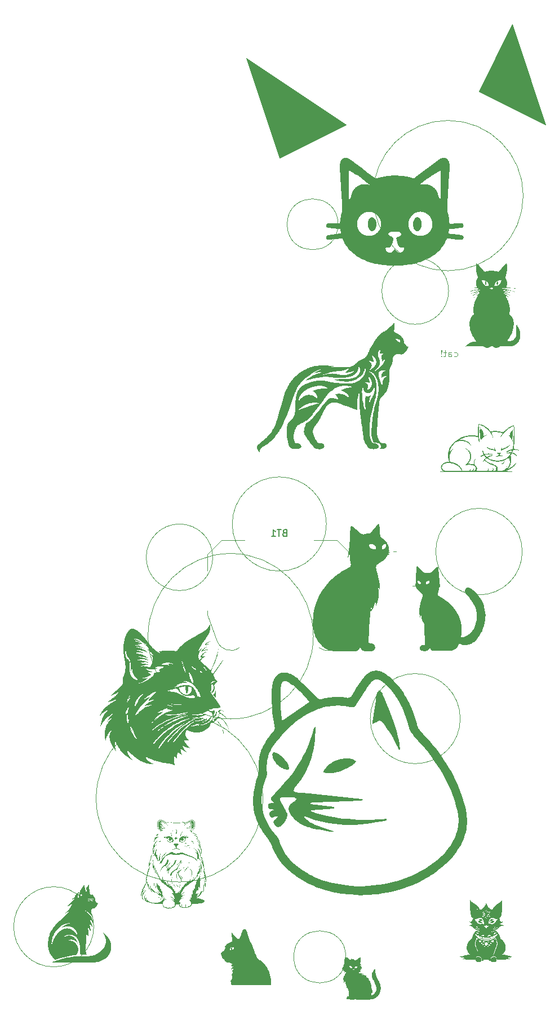
<source format=gbr>
%TF.GenerationSoftware,KiCad,Pcbnew,9.0.2*%
%TF.CreationDate,2025-06-05T12:57:38-04:00*%
%TF.ProjectId,athena workshop,61746865-6e61-4207-976f-726b73686f70,rev?*%
%TF.SameCoordinates,Original*%
%TF.FileFunction,Legend,Bot*%
%TF.FilePolarity,Positive*%
%FSLAX46Y46*%
G04 Gerber Fmt 4.6, Leading zero omitted, Abs format (unit mm)*
G04 Created by KiCad (PCBNEW 9.0.2) date 2025-06-05 12:57:38*
%MOMM*%
%LPD*%
G01*
G04 APERTURE LIST*
%ADD10C,0.100000*%
%ADD11C,0.000000*%
%ADD12C,0.150000*%
%ADD13C,0.120000*%
G04 APERTURE END LIST*
D10*
X110111802Y-111850000D02*
G75*
G02*
X85268198Y-111850000I-12421802J0D01*
G01*
X85268198Y-111850000D02*
G75*
G02*
X110111802Y-111850000I12421802J0D01*
G01*
X113829194Y-50000000D02*
G75*
G02*
X106170806Y-50000000I-3829194J0D01*
G01*
X106170806Y-50000000D02*
G75*
G02*
X113829194Y-50000000I3829194J0D01*
G01*
X130437668Y-60000000D02*
G75*
G02*
X120402440Y-60000000I-5017614J0D01*
G01*
X120402440Y-60000000D02*
G75*
G02*
X130437668Y-60000000I5017614J0D01*
G01*
X132184918Y-124224019D02*
G75*
G02*
X118655190Y-124224019I-6764864J0D01*
G01*
X118655190Y-124224019D02*
G75*
G02*
X132184918Y-124224019I6764864J0D01*
G01*
X115000000Y-160000000D02*
G75*
G02*
X107159522Y-160000000I-3920239J0D01*
G01*
X107159522Y-160000000D02*
G75*
G02*
X115000000Y-160000000I3920239J0D01*
G01*
X77117620Y-155479900D02*
G75*
G02*
X65082674Y-155479900I-6017473J0D01*
G01*
X65082674Y-155479900D02*
G75*
G02*
X77117620Y-155479900I6017473J0D01*
G01*
X141642536Y-45691203D02*
G75*
G02*
X119066126Y-45691203I-11288205J0D01*
G01*
X119066126Y-45691203D02*
G75*
G02*
X141642536Y-45691203I11288205J0D01*
G01*
X102524526Y-136224265D02*
G75*
G02*
X77475474Y-136224265I-12524526J0D01*
G01*
X77475474Y-136224265D02*
G75*
G02*
X102524526Y-136224265I12524526J0D01*
G01*
X141495539Y-99146327D02*
G75*
G02*
X128504461Y-99146327I-6495539J0D01*
G01*
X128504461Y-99146327D02*
G75*
G02*
X141495539Y-99146327I6495539J0D01*
G01*
X112071068Y-95000000D02*
G75*
G02*
X97928932Y-95000000I-7071068J0D01*
G01*
X97928932Y-95000000D02*
G75*
G02*
X112071068Y-95000000I7071068J0D01*
G01*
X95000000Y-100000000D02*
G75*
G02*
X85000000Y-100000000I-5000000J0D01*
G01*
X85000000Y-100000000D02*
G75*
G02*
X95000000Y-100000000I5000000J0D01*
G01*
D11*
G36*
X122605148Y-99199905D02*
G01*
X121615061Y-99246983D01*
X122600386Y-99146327D01*
X122605148Y-99199905D01*
G37*
G36*
X121531998Y-99255468D02*
G01*
X121531799Y-99255269D01*
X121531600Y-99255071D01*
X121528426Y-99251102D01*
X121615061Y-99246983D01*
X121531998Y-99255468D01*
G37*
G36*
X125721696Y-101340699D02*
G01*
X125726249Y-101341136D01*
X125731016Y-101341852D01*
X125741111Y-101344071D01*
X125751821Y-101347255D01*
X125762985Y-101351307D01*
X125774443Y-101356127D01*
X125786037Y-101361618D01*
X125797605Y-101367679D01*
X125808989Y-101374212D01*
X125820028Y-101381118D01*
X125830562Y-101388299D01*
X125840432Y-101395655D01*
X125849478Y-101403089D01*
X125857539Y-101410500D01*
X126056560Y-101604739D01*
X126254315Y-101800280D01*
X126450135Y-101997682D01*
X126643350Y-102197502D01*
X126658333Y-102212731D01*
X126673267Y-102226875D01*
X126688223Y-102239945D01*
X126703273Y-102251955D01*
X126718488Y-102262916D01*
X126733939Y-102272840D01*
X126749698Y-102281740D01*
X126765837Y-102289627D01*
X126782427Y-102296515D01*
X126799540Y-102302415D01*
X126817247Y-102307339D01*
X126835619Y-102311300D01*
X126854729Y-102314310D01*
X126874647Y-102316381D01*
X126895446Y-102317526D01*
X126917196Y-102317756D01*
X127592676Y-102343950D01*
X127605969Y-102343351D01*
X127619469Y-102341746D01*
X127633122Y-102339198D01*
X127646875Y-102335770D01*
X127660675Y-102331526D01*
X127674468Y-102326530D01*
X127688200Y-102320844D01*
X127701818Y-102314531D01*
X127715269Y-102307656D01*
X127728498Y-102300282D01*
X127741454Y-102292471D01*
X127754081Y-102284288D01*
X127766327Y-102275796D01*
X127778138Y-102267057D01*
X127789461Y-102258136D01*
X127800242Y-102249096D01*
X127902990Y-102159159D01*
X128004886Y-102068208D01*
X128207484Y-101884864D01*
X128410753Y-101702265D01*
X128513487Y-101612244D01*
X128617408Y-101523609D01*
X128632563Y-101511239D01*
X128647295Y-101499950D01*
X128661605Y-101489739D01*
X128675493Y-101480601D01*
X128688960Y-101472534D01*
X128702007Y-101465535D01*
X128714633Y-101459600D01*
X128726840Y-101454727D01*
X128738627Y-101450911D01*
X128749996Y-101448151D01*
X128760947Y-101446442D01*
X128771480Y-101445781D01*
X128781596Y-101446166D01*
X128791295Y-101447593D01*
X128800578Y-101450059D01*
X128809446Y-101453561D01*
X128817898Y-101458095D01*
X128825936Y-101463658D01*
X128833560Y-101470248D01*
X128840770Y-101477860D01*
X128847567Y-101486492D01*
X128853952Y-101496141D01*
X128859925Y-101506803D01*
X128865486Y-101518475D01*
X128870636Y-101531154D01*
X128875375Y-101544836D01*
X128879705Y-101559519D01*
X128883625Y-101575200D01*
X128887136Y-101591875D01*
X128890238Y-101609540D01*
X128892933Y-101628193D01*
X128895220Y-101647831D01*
X129190098Y-104482710D01*
X129101994Y-104329913D01*
X128948998Y-104887869D01*
X128871272Y-105174382D01*
X128794812Y-105463387D01*
X128790669Y-105480945D01*
X128787523Y-105497913D01*
X128785345Y-105514312D01*
X128784105Y-105530160D01*
X128783776Y-105545478D01*
X128784328Y-105560285D01*
X128785732Y-105574601D01*
X128787960Y-105588446D01*
X128790983Y-105601839D01*
X128794771Y-105614800D01*
X128799297Y-105627348D01*
X128804531Y-105639504D01*
X128810444Y-105651287D01*
X128817007Y-105662717D01*
X128824192Y-105673813D01*
X128831970Y-105684595D01*
X128840312Y-105695083D01*
X128849188Y-105705297D01*
X128868432Y-105724980D01*
X128889469Y-105743801D01*
X128912070Y-105761918D01*
X128936003Y-105779488D01*
X128961038Y-105796670D01*
X129013490Y-105830496D01*
X129678554Y-106238781D01*
X129842518Y-106344038D01*
X130003458Y-106453007D01*
X130160324Y-106566906D01*
X130236901Y-106626084D01*
X130312065Y-106686953D01*
X130501363Y-106849467D01*
X130683188Y-107016949D01*
X130857304Y-107189504D01*
X131023476Y-107367233D01*
X131181466Y-107550242D01*
X131331040Y-107738632D01*
X131471961Y-107932509D01*
X131603992Y-108131974D01*
X131726899Y-108337132D01*
X131840445Y-108548087D01*
X131944393Y-108764941D01*
X132038509Y-108987798D01*
X132122555Y-109216762D01*
X132196296Y-109451935D01*
X132259495Y-109693423D01*
X132311918Y-109941327D01*
X132332912Y-110061901D01*
X132350839Y-110182516D01*
X132365755Y-110303168D01*
X132377719Y-110423853D01*
X132386788Y-110544566D01*
X132393018Y-110665302D01*
X132396469Y-110786056D01*
X132397197Y-110906825D01*
X132395261Y-111027603D01*
X132390716Y-111148386D01*
X132374036Y-111389946D01*
X132347616Y-111631469D01*
X132311918Y-111872918D01*
X132309523Y-111888753D01*
X132307342Y-111904867D01*
X132303287Y-111938899D01*
X132294058Y-112020953D01*
X132366775Y-112015779D01*
X132438351Y-112008176D01*
X132508819Y-111998186D01*
X132578208Y-111985854D01*
X132646551Y-111971225D01*
X132713879Y-111954343D01*
X132780223Y-111935251D01*
X132845615Y-111913995D01*
X132910086Y-111890618D01*
X132973668Y-111865164D01*
X133036391Y-111837678D01*
X133098288Y-111808203D01*
X133159389Y-111776785D01*
X133219727Y-111743466D01*
X133279332Y-111708292D01*
X133338235Y-111671307D01*
X133454169Y-111591911D01*
X133563535Y-111507873D01*
X133666534Y-111419358D01*
X133763371Y-111326534D01*
X133854247Y-111229565D01*
X133939366Y-111128618D01*
X134018930Y-111023861D01*
X134093143Y-110915458D01*
X134162208Y-110803576D01*
X134226327Y-110688382D01*
X134285703Y-110570041D01*
X134340539Y-110448720D01*
X134391038Y-110324585D01*
X134437403Y-110197803D01*
X134479837Y-110068540D01*
X134518542Y-109936961D01*
X134579886Y-109690164D01*
X134625930Y-109446398D01*
X134656863Y-109205643D01*
X134672871Y-108967880D01*
X134674143Y-108733089D01*
X134660866Y-108501250D01*
X134633228Y-108272343D01*
X134591418Y-108046349D01*
X134535622Y-107823248D01*
X134466029Y-107603019D01*
X134382827Y-107385645D01*
X134286202Y-107171103D01*
X134176344Y-106959375D01*
X134053439Y-106750442D01*
X133917676Y-106544282D01*
X133769243Y-106340878D01*
X133673943Y-106218107D01*
X133577379Y-106096309D01*
X133382389Y-105854160D01*
X133188143Y-105611490D01*
X133092508Y-105489041D01*
X132998511Y-105365359D01*
X132984233Y-105345391D01*
X132970936Y-105325022D01*
X132958613Y-105304287D01*
X132947258Y-105283221D01*
X132927423Y-105240233D01*
X132911373Y-105196334D01*
X132899053Y-105151800D01*
X132890407Y-105106908D01*
X132885379Y-105061933D01*
X132883914Y-105017151D01*
X132885956Y-104972839D01*
X132891449Y-104929273D01*
X132900337Y-104886730D01*
X132912564Y-104845484D01*
X132928075Y-104805812D01*
X132946813Y-104767991D01*
X132968723Y-104732297D01*
X132980851Y-104715333D01*
X132993750Y-104699005D01*
X133006745Y-104684034D01*
X133020272Y-104669780D01*
X133034320Y-104656250D01*
X133048878Y-104643447D01*
X133063934Y-104631375D01*
X133079477Y-104620039D01*
X133095494Y-104609444D01*
X133111974Y-104599594D01*
X133128906Y-104590494D01*
X133146278Y-104582147D01*
X133164079Y-104574558D01*
X133182297Y-104567732D01*
X133200921Y-104561673D01*
X133219938Y-104556386D01*
X133239338Y-104551874D01*
X133259109Y-104548143D01*
X133279239Y-104545197D01*
X133299717Y-104543040D01*
X133320530Y-104541677D01*
X133341669Y-104541112D01*
X133363120Y-104541349D01*
X133384874Y-104542394D01*
X133406917Y-104544250D01*
X133429238Y-104546921D01*
X133451826Y-104550413D01*
X133474670Y-104554730D01*
X133497757Y-104559876D01*
X133521077Y-104565856D01*
X133544617Y-104572673D01*
X133568366Y-104580333D01*
X133592313Y-104588840D01*
X133616446Y-104598199D01*
X133657331Y-104615539D01*
X133697812Y-104634153D01*
X133737855Y-104653939D01*
X133777428Y-104674795D01*
X133816499Y-104696619D01*
X133855035Y-104719308D01*
X133893004Y-104742759D01*
X133930373Y-104766871D01*
X134012146Y-104822619D01*
X134091862Y-104880432D01*
X134169586Y-104940244D01*
X134245380Y-105001988D01*
X134319310Y-105065600D01*
X134391438Y-105131014D01*
X134461829Y-105198163D01*
X134530547Y-105266983D01*
X134597656Y-105337407D01*
X134663220Y-105409371D01*
X134727303Y-105482807D01*
X134789968Y-105557651D01*
X134851279Y-105633836D01*
X134911302Y-105711298D01*
X134970098Y-105789970D01*
X135027733Y-105869787D01*
X135155262Y-106057631D01*
X135273217Y-106248196D01*
X135381692Y-106441257D01*
X135480776Y-106636585D01*
X135570563Y-106833955D01*
X135651143Y-107033139D01*
X135722609Y-107233910D01*
X135785051Y-107436042D01*
X135883234Y-107843480D01*
X135946424Y-108253637D01*
X135975354Y-108664699D01*
X135970758Y-109074850D01*
X135933369Y-109482276D01*
X135863919Y-109885162D01*
X135763142Y-110281692D01*
X135631772Y-110670052D01*
X135470540Y-111048426D01*
X135280180Y-111415000D01*
X135061425Y-111767958D01*
X134815008Y-112105486D01*
X134735995Y-112202611D01*
X134654554Y-112296770D01*
X134570577Y-112387714D01*
X134483953Y-112475193D01*
X134394570Y-112558959D01*
X134302319Y-112638762D01*
X134207089Y-112714352D01*
X134108770Y-112785481D01*
X134007251Y-112851898D01*
X133902422Y-112913355D01*
X133794172Y-112969601D01*
X133682390Y-113020388D01*
X133566967Y-113065466D01*
X133447792Y-113104585D01*
X133324754Y-113137497D01*
X133197743Y-113163952D01*
X133120897Y-113176021D01*
X133044699Y-113184553D01*
X132969153Y-113189550D01*
X132894264Y-113191020D01*
X132820038Y-113188966D01*
X132746480Y-113183395D01*
X132673596Y-113174311D01*
X132601389Y-113161720D01*
X132529867Y-113145626D01*
X132459033Y-113126036D01*
X132388894Y-113102954D01*
X132319453Y-113076385D01*
X132250718Y-113046335D01*
X132182692Y-113012810D01*
X132115381Y-112975813D01*
X132048791Y-112935351D01*
X131974525Y-113058829D01*
X131901748Y-113181414D01*
X131865080Y-113242000D01*
X131827780Y-113301916D01*
X131789512Y-113361013D01*
X131749942Y-113419143D01*
X131693031Y-113495615D01*
X131633220Y-113566999D01*
X131570577Y-113633333D01*
X131505169Y-113694655D01*
X131437064Y-113751003D01*
X131366328Y-113802415D01*
X131293030Y-113848929D01*
X131217236Y-113890581D01*
X131139015Y-113927411D01*
X131058434Y-113959455D01*
X130975559Y-113986752D01*
X130890459Y-114009340D01*
X130803202Y-114027256D01*
X130713853Y-114040537D01*
X130622482Y-114049223D01*
X130529155Y-114053350D01*
X129963006Y-114060394D01*
X129396821Y-114061485D01*
X128264188Y-114057714D01*
X128191904Y-114056021D01*
X128125090Y-114050995D01*
X128063549Y-114042495D01*
X128034696Y-114036898D01*
X128007087Y-114030379D01*
X127980700Y-114022921D01*
X127955509Y-114014505D01*
X127931490Y-114005115D01*
X127908619Y-113994732D01*
X127886871Y-113983338D01*
X127866222Y-113970917D01*
X127846647Y-113957449D01*
X127828122Y-113942918D01*
X127810622Y-113927306D01*
X127794124Y-113910594D01*
X127778602Y-113892766D01*
X127764033Y-113873803D01*
X127750391Y-113853688D01*
X127737653Y-113832403D01*
X127725794Y-113809930D01*
X127714789Y-113786252D01*
X127704615Y-113761350D01*
X127695246Y-113735208D01*
X127678829Y-113679130D01*
X127665342Y-113617875D01*
X127654589Y-113551302D01*
X127654589Y-113550904D01*
X127639177Y-113572060D01*
X127623995Y-113593783D01*
X127594010Y-113638477D01*
X127564015Y-113684082D01*
X127533393Y-113729696D01*
X127517654Y-113752225D01*
X127501525Y-113774418D01*
X127484930Y-113796162D01*
X127467792Y-113817344D01*
X127450032Y-113837852D01*
X127431575Y-113857573D01*
X127412342Y-113876393D01*
X127392256Y-113894201D01*
X127364469Y-113916523D01*
X127336335Y-113937161D01*
X127307867Y-113956167D01*
X127279081Y-113973593D01*
X127249992Y-113989490D01*
X127220614Y-114003910D01*
X127190962Y-114016905D01*
X127161051Y-114028525D01*
X127100512Y-114047850D01*
X127039114Y-114062296D01*
X126976977Y-114072277D01*
X126914219Y-114078203D01*
X126850959Y-114080488D01*
X126787315Y-114079544D01*
X126723406Y-114075782D01*
X126659351Y-114069615D01*
X126595267Y-114061455D01*
X126531275Y-114051715D01*
X126404036Y-114029141D01*
X126384734Y-114024906D01*
X126365977Y-114019596D01*
X126347775Y-114013252D01*
X126330138Y-114005914D01*
X126313075Y-113997623D01*
X126296597Y-113988421D01*
X126280713Y-113978348D01*
X126265434Y-113967446D01*
X126250770Y-113955754D01*
X126236729Y-113943314D01*
X126223324Y-113930168D01*
X126210562Y-113916355D01*
X126198455Y-113901917D01*
X126187013Y-113886894D01*
X126176244Y-113871328D01*
X126166160Y-113855260D01*
X126156770Y-113838730D01*
X126148084Y-113821779D01*
X126140112Y-113804449D01*
X126132864Y-113786780D01*
X126126349Y-113768812D01*
X126120579Y-113750588D01*
X126115563Y-113732148D01*
X126111311Y-113713532D01*
X126107832Y-113694782D01*
X126105137Y-113675939D01*
X126103236Y-113657044D01*
X126102138Y-113638136D01*
X126101854Y-113619259D01*
X126102394Y-113600451D01*
X126103767Y-113581755D01*
X126105984Y-113563211D01*
X126109247Y-113543521D01*
X126113442Y-113524056D01*
X126118546Y-113504838D01*
X126124536Y-113485888D01*
X126131392Y-113467229D01*
X126139090Y-113448882D01*
X126147609Y-113430871D01*
X126156926Y-113413216D01*
X126167019Y-113395941D01*
X126177866Y-113379066D01*
X126189445Y-113362615D01*
X126201733Y-113346609D01*
X126214709Y-113331071D01*
X126228350Y-113316022D01*
X126242635Y-113301485D01*
X126257540Y-113287481D01*
X126273044Y-113274034D01*
X126289125Y-113261164D01*
X126305760Y-113248894D01*
X126322928Y-113237246D01*
X126340605Y-113226242D01*
X126358771Y-113215904D01*
X126377402Y-113206255D01*
X126396477Y-113197316D01*
X126415974Y-113189110D01*
X126435870Y-113181658D01*
X126456143Y-113174983D01*
X126476771Y-113169107D01*
X126497732Y-113164052D01*
X126519004Y-113159839D01*
X126540564Y-113156492D01*
X126562390Y-113154032D01*
X126599714Y-113151343D01*
X126637517Y-113149933D01*
X126676166Y-113149518D01*
X126716030Y-113149815D01*
X126800868Y-113151408D01*
X126846578Y-113152137D01*
X126894971Y-113152443D01*
X126858789Y-112663841D01*
X126836792Y-112175685D01*
X126809941Y-111201605D01*
X126792381Y-110716127D01*
X126763594Y-110231989D01*
X126717226Y-109749414D01*
X126685464Y-109508782D01*
X126646925Y-109268624D01*
X126586599Y-109272990D01*
X126630256Y-109751621D01*
X126553111Y-109586294D01*
X126517406Y-109504153D01*
X126483914Y-109422214D01*
X126452862Y-109340369D01*
X126424475Y-109258507D01*
X126398980Y-109176519D01*
X126376603Y-109094297D01*
X126357569Y-109011730D01*
X126342106Y-108928710D01*
X126330439Y-108845127D01*
X126322795Y-108760872D01*
X126319399Y-108675836D01*
X126320478Y-108589909D01*
X126326258Y-108502982D01*
X126336964Y-108414946D01*
X126323930Y-108414878D01*
X126310969Y-108414698D01*
X126284974Y-108414153D01*
X126194884Y-108977318D01*
X126162737Y-108990415D01*
X126145065Y-108908326D01*
X126126212Y-108826326D01*
X126088124Y-108662348D01*
X126070471Y-108580250D01*
X126054800Y-108497998D01*
X126041900Y-108415533D01*
X126036737Y-108374201D01*
X126032563Y-108332793D01*
X126025270Y-108225823D01*
X126022123Y-108119356D01*
X126022869Y-108013366D01*
X126027255Y-107907826D01*
X126035026Y-107802710D01*
X126045929Y-107697990D01*
X126059712Y-107593639D01*
X126076120Y-107489632D01*
X126115798Y-107282539D01*
X126162936Y-107076497D01*
X126215506Y-106871293D01*
X126271481Y-106666711D01*
X126501272Y-105853911D01*
X126508893Y-105822928D01*
X126514357Y-105792624D01*
X126517683Y-105762979D01*
X126518890Y-105733974D01*
X126517996Y-105705590D01*
X126515023Y-105677808D01*
X126509987Y-105650608D01*
X126502909Y-105623971D01*
X126493808Y-105597879D01*
X126482704Y-105572312D01*
X126469614Y-105547250D01*
X126454559Y-105522675D01*
X126437557Y-105498568D01*
X126418628Y-105474908D01*
X126397792Y-105451678D01*
X126375066Y-105428858D01*
X126198767Y-105259752D01*
X126023733Y-105089232D01*
X125937085Y-105003093D01*
X125851228Y-104916183D01*
X125766320Y-104828360D01*
X125682518Y-104739486D01*
X125669933Y-104724823D01*
X125658433Y-104709185D01*
X125647881Y-104692688D01*
X125638143Y-104675447D01*
X125629083Y-104657575D01*
X125620569Y-104639188D01*
X125604631Y-104601324D01*
X125589253Y-104562772D01*
X125573353Y-104524448D01*
X125564870Y-104505658D01*
X125555853Y-104487269D01*
X125546166Y-104469394D01*
X125535674Y-104452149D01*
X125529499Y-104443133D01*
X125522623Y-104434138D01*
X125515109Y-104425231D01*
X125507018Y-104416480D01*
X125498414Y-104407952D01*
X125489358Y-104399715D01*
X125479913Y-104391836D01*
X125470140Y-104384383D01*
X125460102Y-104377423D01*
X125449861Y-104371023D01*
X125439480Y-104365251D01*
X125429020Y-104360174D01*
X125418544Y-104355860D01*
X125413319Y-104354010D01*
X125408113Y-104352376D01*
X125402935Y-104350966D01*
X125397791Y-104349789D01*
X125392690Y-104348854D01*
X125387639Y-104348168D01*
X125336337Y-104343714D01*
X125284849Y-104340963D01*
X125181463Y-104338148D01*
X125129640Y-104336875D01*
X125077779Y-104334886D01*
X125025919Y-104331576D01*
X125000000Y-104329237D01*
X124974095Y-104326341D01*
X125432485Y-104326341D01*
X125473948Y-103624344D01*
X125770957Y-103624344D01*
X125771248Y-103641365D01*
X125772750Y-103658649D01*
X125775418Y-103676139D01*
X125779204Y-103693777D01*
X125784062Y-103711504D01*
X125789946Y-103729265D01*
X125796809Y-103746999D01*
X125804604Y-103764651D01*
X125822806Y-103799471D01*
X125844180Y-103833264D01*
X125868354Y-103865567D01*
X125894955Y-103895916D01*
X125923612Y-103923849D01*
X125938596Y-103936764D01*
X125953953Y-103948903D01*
X125969639Y-103960205D01*
X125985605Y-103970615D01*
X126001807Y-103980073D01*
X126018197Y-103988523D01*
X126034729Y-103995906D01*
X126051356Y-104002164D01*
X126068033Y-104007239D01*
X126084711Y-104011075D01*
X126101345Y-104013612D01*
X126117889Y-104014793D01*
X126122952Y-104014771D01*
X126128017Y-104014421D01*
X126133081Y-104013761D01*
X126138138Y-104012809D01*
X126143184Y-104011583D01*
X126148216Y-104010100D01*
X126158215Y-104006439D01*
X126168100Y-104001972D01*
X126177836Y-103996842D01*
X126187388Y-103991195D01*
X126196718Y-103985175D01*
X126205793Y-103978928D01*
X126214577Y-103972597D01*
X126231129Y-103960265D01*
X126246090Y-103949338D01*
X126252885Y-103944763D01*
X126259176Y-103940974D01*
X126259176Y-103940973D01*
X126258017Y-103918981D01*
X126255840Y-103897254D01*
X127001170Y-103897254D01*
X127001297Y-103906842D01*
X127001961Y-103916025D01*
X127003161Y-103924805D01*
X127004899Y-103933182D01*
X127007175Y-103941156D01*
X127009989Y-103948730D01*
X127013344Y-103955903D01*
X127017239Y-103962677D01*
X127021675Y-103969052D01*
X127026652Y-103975030D01*
X127032173Y-103980611D01*
X127038236Y-103985796D01*
X127044844Y-103990586D01*
X127051996Y-103994982D01*
X127059694Y-103998984D01*
X127067938Y-104002594D01*
X127076729Y-104005813D01*
X127086068Y-104008641D01*
X127095955Y-104011079D01*
X127106391Y-104013128D01*
X127117376Y-104014789D01*
X127128913Y-104016063D01*
X127141001Y-104016950D01*
X127166830Y-104017569D01*
X127184323Y-104017017D01*
X127201739Y-104015598D01*
X127219057Y-104013333D01*
X127236256Y-104010244D01*
X127253315Y-104006352D01*
X127270211Y-104001679D01*
X127286926Y-103996245D01*
X127303436Y-103990073D01*
X127319721Y-103983184D01*
X127335760Y-103975598D01*
X127367016Y-103958424D01*
X127397033Y-103938722D01*
X127425642Y-103916664D01*
X127452675Y-103892420D01*
X127477962Y-103866160D01*
X127501335Y-103838057D01*
X127522622Y-103808280D01*
X127541657Y-103777001D01*
X127558269Y-103744391D01*
X127572289Y-103710621D01*
X127578275Y-103693354D01*
X127583549Y-103675861D01*
X127586435Y-103664817D01*
X127588847Y-103654228D01*
X127590787Y-103644086D01*
X127592261Y-103634381D01*
X127593271Y-103625107D01*
X127593823Y-103616255D01*
X127593919Y-103607817D01*
X127593564Y-103599785D01*
X127592762Y-103592150D01*
X127591517Y-103584905D01*
X127589833Y-103578041D01*
X127587714Y-103571551D01*
X127585164Y-103565425D01*
X127582187Y-103559657D01*
X127578786Y-103554237D01*
X127574967Y-103549158D01*
X127570732Y-103544412D01*
X127566087Y-103539990D01*
X127561034Y-103535884D01*
X127555578Y-103532086D01*
X127549723Y-103528589D01*
X127543473Y-103525383D01*
X127536832Y-103522461D01*
X127529804Y-103519814D01*
X127522392Y-103517435D01*
X127514602Y-103515315D01*
X127497900Y-103511821D01*
X127479729Y-103509266D01*
X127460122Y-103507586D01*
X127443421Y-103506978D01*
X127426531Y-103507296D01*
X127409490Y-103508512D01*
X127392334Y-103510603D01*
X127375100Y-103513541D01*
X127357825Y-103517300D01*
X127323299Y-103527182D01*
X127289053Y-103540039D01*
X127255381Y-103555666D01*
X127222579Y-103573856D01*
X127190942Y-103594402D01*
X127160765Y-103617096D01*
X127132344Y-103641732D01*
X127105974Y-103668103D01*
X127081950Y-103696002D01*
X127060568Y-103725221D01*
X127050960Y-103740262D01*
X127042123Y-103755555D01*
X127034094Y-103771075D01*
X127026911Y-103786795D01*
X127020609Y-103802691D01*
X127015226Y-103818736D01*
X127011621Y-103831181D01*
X127008548Y-103843215D01*
X127006006Y-103854839D01*
X127003997Y-103866054D01*
X127002520Y-103876861D01*
X127001578Y-103887261D01*
X127001170Y-103897254D01*
X126255840Y-103897254D01*
X126255830Y-103897156D01*
X126252651Y-103875534D01*
X126248516Y-103854148D01*
X126243464Y-103833034D01*
X126237529Y-103812226D01*
X126223160Y-103771668D01*
X126205703Y-103732752D01*
X126185450Y-103695755D01*
X126162696Y-103660956D01*
X126137732Y-103628632D01*
X126110853Y-103599062D01*
X126082350Y-103572522D01*
X126052517Y-103549292D01*
X126037193Y-103539005D01*
X126021647Y-103529649D01*
X126005914Y-103521259D01*
X125990032Y-103513871D01*
X125974038Y-103507518D01*
X125957967Y-103502235D01*
X125941856Y-103498058D01*
X125925743Y-103495020D01*
X125909664Y-103493157D01*
X125893654Y-103492504D01*
X125889701Y-103492672D01*
X125885589Y-103493169D01*
X125881338Y-103493979D01*
X125876964Y-103495090D01*
X125872484Y-103496486D01*
X125867915Y-103498155D01*
X125858581Y-103502252D01*
X125849097Y-103507270D01*
X125839602Y-103513098D01*
X125830233Y-103519623D01*
X125821126Y-103526734D01*
X125812419Y-103534320D01*
X125804249Y-103542268D01*
X125796754Y-103550468D01*
X125790071Y-103558807D01*
X125784336Y-103567174D01*
X125781867Y-103571333D01*
X125779687Y-103575457D01*
X125777812Y-103579532D01*
X125776261Y-103583545D01*
X125775049Y-103587481D01*
X125774195Y-103591326D01*
X125771924Y-103607645D01*
X125770957Y-103624344D01*
X125473948Y-103624344D01*
X125501145Y-103163894D01*
X125607508Y-101604571D01*
X125607783Y-101598658D01*
X125607892Y-101592685D01*
X125607761Y-101580616D01*
X125607160Y-101556401D01*
X125607159Y-101550415D01*
X125607294Y-101544486D01*
X125607602Y-101538628D01*
X125608121Y-101532855D01*
X125608889Y-101527182D01*
X125609944Y-101521624D01*
X125611322Y-101516195D01*
X125613064Y-101510909D01*
X125621405Y-101487746D01*
X125629714Y-101463718D01*
X125638367Y-101439597D01*
X125642940Y-101427743D01*
X125647741Y-101416155D01*
X125652816Y-101404930D01*
X125658212Y-101394164D01*
X125663977Y-101383954D01*
X125670158Y-101374396D01*
X125676801Y-101365587D01*
X125683955Y-101357623D01*
X125687737Y-101353989D01*
X125691665Y-101350602D01*
X125695744Y-101347474D01*
X125699979Y-101344618D01*
X125702832Y-101343124D01*
X125706017Y-101341983D01*
X125709517Y-101341183D01*
X125713310Y-101340710D01*
X125717376Y-101340553D01*
X125721696Y-101340699D01*
G37*
G36*
X121528229Y-99251719D02*
G01*
X121528031Y-99251500D01*
X121528426Y-99251498D01*
X121528229Y-99251719D01*
G37*
G36*
X121531603Y-99255469D02*
G01*
X121527456Y-99252586D01*
X121528229Y-99251719D01*
X121531603Y-99255469D01*
G37*
G36*
X119926706Y-95000000D02*
G01*
X119933974Y-95012877D01*
X119949428Y-95038536D01*
X119965357Y-95064139D01*
X119980862Y-95089770D01*
X119988176Y-95102622D01*
X119995047Y-95115513D01*
X120001363Y-95128452D01*
X120007013Y-95141451D01*
X120011883Y-95154519D01*
X120015862Y-95167668D01*
X120018838Y-95180907D01*
X120019915Y-95187564D01*
X120020699Y-95194247D01*
X120055574Y-95578962D01*
X120087770Y-95963937D01*
X120117586Y-96349135D01*
X120145318Y-96734519D01*
X120147192Y-96756905D01*
X120149742Y-96778262D01*
X120153048Y-96798653D01*
X120157193Y-96818136D01*
X120162256Y-96836773D01*
X120168319Y-96854624D01*
X120175461Y-96871749D01*
X120183765Y-96888209D01*
X120193310Y-96904065D01*
X120204178Y-96919376D01*
X120216450Y-96934204D01*
X120230206Y-96948609D01*
X120245526Y-96962650D01*
X120262493Y-96976390D01*
X120281186Y-96989887D01*
X120301687Y-97003204D01*
X120408009Y-97070864D01*
X120510982Y-97141222D01*
X120610319Y-97214472D01*
X120705730Y-97290808D01*
X120796928Y-97370425D01*
X120883623Y-97453518D01*
X120965528Y-97540282D01*
X121042355Y-97630911D01*
X121113814Y-97725600D01*
X121179618Y-97824545D01*
X121239478Y-97927939D01*
X121293105Y-98035978D01*
X121340213Y-98148856D01*
X121361231Y-98207170D01*
X121380511Y-98266767D01*
X121398017Y-98327672D01*
X121413712Y-98389908D01*
X121427562Y-98453500D01*
X121439528Y-98518472D01*
X121445233Y-98557902D01*
X121449524Y-98597568D01*
X121452811Y-98637411D01*
X121455502Y-98677371D01*
X121460736Y-98757397D01*
X121464097Y-98797343D01*
X121468500Y-98837163D01*
X121469812Y-98845996D01*
X121471496Y-98854807D01*
X121473526Y-98863632D01*
X121475873Y-98872503D01*
X121478512Y-98881456D01*
X121481413Y-98890525D01*
X121487898Y-98909146D01*
X121502824Y-98949286D01*
X121510829Y-98971354D01*
X121518903Y-98995119D01*
X121499557Y-99021216D01*
X121489398Y-99035152D01*
X121479476Y-99049640D01*
X121470209Y-99064648D01*
X121465953Y-99072338D01*
X121462018Y-99080146D01*
X121458457Y-99088070D01*
X121455322Y-99096105D01*
X121452666Y-99104248D01*
X121450541Y-99112495D01*
X121449000Y-99120841D01*
X121448095Y-99129284D01*
X121447879Y-99137819D01*
X121448403Y-99146443D01*
X121449722Y-99155152D01*
X121451886Y-99163942D01*
X121454949Y-99172809D01*
X121458962Y-99181749D01*
X121463980Y-99190760D01*
X121470053Y-99199836D01*
X121477234Y-99208975D01*
X121485576Y-99218172D01*
X121495132Y-99227424D01*
X121505953Y-99236726D01*
X121518092Y-99246076D01*
X121527456Y-99252586D01*
X121321655Y-99483273D01*
X121861007Y-99538439D01*
X121859734Y-99539839D01*
X121858447Y-99541341D01*
X121855860Y-99544541D01*
X121853291Y-99547815D01*
X121850788Y-99550940D01*
X121849575Y-99552377D01*
X121848396Y-99553694D01*
X121847256Y-99554861D01*
X121846162Y-99555852D01*
X121845119Y-99556638D01*
X121844618Y-99556945D01*
X121844133Y-99557191D01*
X121843663Y-99557372D01*
X121843209Y-99557484D01*
X121842773Y-99557524D01*
X121842354Y-99557489D01*
X121779652Y-99544880D01*
X121720154Y-99536969D01*
X121691547Y-99534775D01*
X121663670Y-99533756D01*
X121636499Y-99533910D01*
X121610009Y-99535239D01*
X121584178Y-99537743D01*
X121558981Y-99541420D01*
X121534394Y-99546272D01*
X121510394Y-99552299D01*
X121486956Y-99559499D01*
X121464058Y-99567874D01*
X121441674Y-99577424D01*
X121419782Y-99588148D01*
X121398357Y-99600046D01*
X121377376Y-99613118D01*
X121356815Y-99627365D01*
X121336649Y-99642786D01*
X121316856Y-99659382D01*
X121297410Y-99677151D01*
X121259469Y-99716214D01*
X121222635Y-99759974D01*
X121186717Y-99808432D01*
X121151524Y-99861586D01*
X121116867Y-99919439D01*
X121094244Y-99957508D01*
X121070530Y-99994646D01*
X121020003Y-100066259D01*
X120965622Y-100134545D01*
X120907726Y-100199769D01*
X120846654Y-100262198D01*
X120782743Y-100322098D01*
X120716333Y-100379735D01*
X120647761Y-100435376D01*
X120577366Y-100489287D01*
X120505486Y-100541734D01*
X120358625Y-100643301D01*
X120061974Y-100840586D01*
X119959125Y-100910358D01*
X119869114Y-100973306D01*
X119791357Y-101030882D01*
X119725269Y-101084540D01*
X119696419Y-101110353D01*
X119670267Y-101135732D01*
X119646740Y-101160858D01*
X119625766Y-101185913D01*
X119607271Y-101211078D01*
X119591182Y-101236536D01*
X119577426Y-101262467D01*
X119565930Y-101289054D01*
X119556621Y-101316478D01*
X119549427Y-101344921D01*
X119544273Y-101374564D01*
X119541087Y-101405590D01*
X119539797Y-101438179D01*
X119540328Y-101472514D01*
X119542608Y-101508776D01*
X119546564Y-101547147D01*
X119559211Y-101630942D01*
X119577685Y-101725353D01*
X119601401Y-101831833D01*
X119629777Y-101951835D01*
X119738992Y-102408893D01*
X119845379Y-102866583D01*
X119945664Y-103325389D01*
X119992495Y-103555361D01*
X120036573Y-103785794D01*
X120046546Y-103844511D01*
X120054981Y-103903517D01*
X120067821Y-104022276D01*
X120076262Y-104141845D01*
X120081470Y-104261995D01*
X120093326Y-104743850D01*
X120093516Y-104754724D01*
X120093229Y-104765597D01*
X120092518Y-104776441D01*
X120091435Y-104787227D01*
X120090033Y-104797928D01*
X120088366Y-104808514D01*
X120084446Y-104829228D01*
X120075746Y-104868029D01*
X120071812Y-104885660D01*
X120068720Y-104901807D01*
X119796464Y-104124726D01*
X119747252Y-104137029D01*
X119812735Y-104436168D01*
X119840653Y-104585839D01*
X119865037Y-104735572D01*
X119885650Y-104885364D01*
X119902252Y-105035209D01*
X119914606Y-105185105D01*
X119922473Y-105335046D01*
X119925614Y-105485029D01*
X119923792Y-105635050D01*
X119916768Y-105785105D01*
X119904303Y-105935190D01*
X119886160Y-106085299D01*
X119862100Y-106235431D01*
X119831884Y-106385580D01*
X119795274Y-106535742D01*
X119768598Y-106629431D01*
X119738880Y-106722831D01*
X119706577Y-106816622D01*
X119672143Y-106911483D01*
X119598709Y-107107130D01*
X119560620Y-107209275D01*
X119522224Y-107315205D01*
X119522224Y-106032505D01*
X119475788Y-106031711D01*
X119466276Y-106120275D01*
X119457805Y-106209058D01*
X119441161Y-106386666D01*
X119431574Y-106475184D01*
X119420201Y-106563307D01*
X119406335Y-106650881D01*
X119389270Y-106737752D01*
X119368028Y-106828627D01*
X119344349Y-106919074D01*
X119318474Y-107009075D01*
X119290647Y-107098610D01*
X119261107Y-107187662D01*
X119230098Y-107276212D01*
X119197861Y-107364241D01*
X119164638Y-107451730D01*
X119130844Y-107535763D01*
X119094757Y-107619609D01*
X119056540Y-107704050D01*
X119016356Y-107789868D01*
X118930736Y-107968759D01*
X118839200Y-108162533D01*
X118895161Y-107391801D01*
X118845948Y-107380689D01*
X118827283Y-107457238D01*
X118807507Y-107533647D01*
X118767615Y-107686381D01*
X118748997Y-107762874D01*
X118732262Y-107839563D01*
X118718160Y-107916531D01*
X118712330Y-107955145D01*
X118707439Y-107993861D01*
X118675484Y-108302996D01*
X118648850Y-108612837D01*
X118626904Y-108923051D01*
X118609014Y-109233302D01*
X118439549Y-112700402D01*
X118438751Y-112721091D01*
X118438376Y-112741794D01*
X118438328Y-112762525D01*
X118438507Y-112783298D01*
X118439158Y-112825026D01*
X118439549Y-112867089D01*
X118499086Y-112873365D01*
X118557768Y-112878822D01*
X118672713Y-112889215D01*
X118729051Y-112895119D01*
X118784681Y-112902138D01*
X118839642Y-112910758D01*
X118893971Y-112921460D01*
X118924112Y-112928824D01*
X118953502Y-112937423D01*
X118982120Y-112947225D01*
X119009945Y-112958194D01*
X119036956Y-112970297D01*
X119063133Y-112983500D01*
X119088453Y-112997769D01*
X119112897Y-113013070D01*
X119136443Y-113029370D01*
X119159071Y-113046634D01*
X119180759Y-113064828D01*
X119201487Y-113083918D01*
X119221234Y-113103871D01*
X119239978Y-113124653D01*
X119257699Y-113146229D01*
X119274376Y-113168565D01*
X119289987Y-113191629D01*
X119304513Y-113215385D01*
X119317932Y-113239800D01*
X119330223Y-113264839D01*
X119341366Y-113290470D01*
X119351338Y-113316658D01*
X119360120Y-113343369D01*
X119367691Y-113370569D01*
X119374029Y-113398224D01*
X119379113Y-113426301D01*
X119382923Y-113454765D01*
X119385438Y-113483582D01*
X119386637Y-113512719D01*
X119386498Y-113542141D01*
X119385002Y-113571815D01*
X119382126Y-113601706D01*
X119378396Y-113627383D01*
X119373329Y-113652676D01*
X119366959Y-113677558D01*
X119359319Y-113702001D01*
X119350441Y-113725978D01*
X119340359Y-113749461D01*
X119329107Y-113772423D01*
X119316717Y-113794835D01*
X119303222Y-113816671D01*
X119288656Y-113837903D01*
X119273051Y-113858502D01*
X119256441Y-113878442D01*
X119238860Y-113897695D01*
X119220339Y-113916234D01*
X119200912Y-113934029D01*
X119180613Y-113951055D01*
X119159475Y-113967283D01*
X119137530Y-113982686D01*
X119114812Y-113997236D01*
X119091354Y-114010906D01*
X119067189Y-114023667D01*
X119042350Y-114035493D01*
X119016870Y-114046355D01*
X118990783Y-114056227D01*
X118964122Y-114065080D01*
X118936919Y-114072887D01*
X118909208Y-114079620D01*
X118881022Y-114085252D01*
X118852395Y-114089754D01*
X118823359Y-114093100D01*
X118793947Y-114095262D01*
X118764192Y-114096212D01*
X118565959Y-114097664D01*
X118367763Y-114097999D01*
X117971633Y-114096212D01*
X117894699Y-114093767D01*
X117822419Y-114087531D01*
X117754602Y-114077369D01*
X117691055Y-114063148D01*
X117660823Y-114054472D01*
X117631587Y-114044731D01*
X117603323Y-114033907D01*
X117576006Y-114021984D01*
X117549613Y-114008945D01*
X117524120Y-113994773D01*
X117499503Y-113979450D01*
X117475738Y-113962961D01*
X117452800Y-113945289D01*
X117430667Y-113926416D01*
X117409313Y-113906325D01*
X117388715Y-113885000D01*
X117368850Y-113862424D01*
X117349692Y-113838581D01*
X117331218Y-113813452D01*
X117313404Y-113787022D01*
X117279660Y-113730189D01*
X117248268Y-113667947D01*
X117219037Y-113600161D01*
X117191774Y-113526697D01*
X117186226Y-113511400D01*
X117180283Y-113495995D01*
X117173921Y-113480228D01*
X117167118Y-113463842D01*
X117152092Y-113428192D01*
X117135021Y-113386997D01*
X117122731Y-113433908D01*
X117111860Y-113479884D01*
X117091415Y-113568418D01*
X117080362Y-113610669D01*
X117074304Y-113631223D01*
X117067769Y-113651371D01*
X117060665Y-113671094D01*
X117052898Y-113690371D01*
X117044377Y-113709185D01*
X117035008Y-113727516D01*
X117021740Y-113751047D01*
X117007911Y-113773722D01*
X116993530Y-113795550D01*
X116978608Y-113816536D01*
X116963152Y-113836689D01*
X116947174Y-113856015D01*
X116930680Y-113874523D01*
X116913682Y-113892218D01*
X116896188Y-113909109D01*
X116878207Y-113925202D01*
X116859749Y-113940506D01*
X116840822Y-113955026D01*
X116821437Y-113968771D01*
X116801601Y-113981748D01*
X116781325Y-113993964D01*
X116760618Y-114005426D01*
X116739489Y-114016142D01*
X116717947Y-114026118D01*
X116696002Y-114035363D01*
X116673662Y-114043883D01*
X116650937Y-114051685D01*
X116627836Y-114058777D01*
X116604368Y-114065167D01*
X116580543Y-114070861D01*
X116531857Y-114080190D01*
X116481852Y-114086825D01*
X116430602Y-114090823D01*
X116378180Y-114092241D01*
X114802239Y-114098692D01*
X114014324Y-114097489D01*
X113226596Y-114087877D01*
X113078847Y-114080709D01*
X112934696Y-114065190D01*
X112794065Y-114041593D01*
X112656875Y-114010189D01*
X112523051Y-113971251D01*
X112392514Y-113925050D01*
X112265187Y-113871859D01*
X112140994Y-113811950D01*
X112019856Y-113745595D01*
X111901696Y-113673066D01*
X111786437Y-113594634D01*
X111674002Y-113510573D01*
X111564313Y-113421154D01*
X111457294Y-113326650D01*
X111352866Y-113227331D01*
X111250952Y-113123471D01*
X111128455Y-112989264D01*
X111012768Y-112851735D01*
X110903877Y-112710931D01*
X110801764Y-112566898D01*
X110706414Y-112419681D01*
X110617809Y-112269326D01*
X110535935Y-112115880D01*
X110460774Y-111959388D01*
X110392310Y-111799896D01*
X110330528Y-111637450D01*
X110275410Y-111472096D01*
X110226940Y-111303880D01*
X110185103Y-111132849D01*
X110149881Y-110959046D01*
X110121259Y-110782520D01*
X110099221Y-110603315D01*
X110058851Y-110076941D01*
X110047909Y-109561265D01*
X110066003Y-109056164D01*
X110112739Y-108561518D01*
X110187725Y-108077207D01*
X110290567Y-107603108D01*
X110420873Y-107139103D01*
X110578249Y-106685068D01*
X110762302Y-106240885D01*
X110972640Y-105806431D01*
X111208870Y-105381585D01*
X111470597Y-104966227D01*
X111757431Y-104560237D01*
X112068976Y-104163492D01*
X112404841Y-103775872D01*
X112764633Y-103397256D01*
X112905249Y-103259321D01*
X113048866Y-103125521D01*
X113195380Y-102995722D01*
X113344685Y-102869790D01*
X113496675Y-102747591D01*
X113651246Y-102628989D01*
X113808293Y-102513851D01*
X113967710Y-102402042D01*
X114129392Y-102293429D01*
X114293234Y-102187876D01*
X114459130Y-102085250D01*
X114626975Y-101985417D01*
X114968093Y-101793589D01*
X115315745Y-101611319D01*
X115389170Y-101572676D01*
X115454705Y-101534958D01*
X115484604Y-101516274D01*
X115512637Y-101497614D01*
X115538842Y-101478910D01*
X115563253Y-101460091D01*
X115585907Y-101441089D01*
X115606839Y-101421835D01*
X115626085Y-101402259D01*
X115643681Y-101382293D01*
X115659663Y-101361868D01*
X115674067Y-101340913D01*
X115686929Y-101319361D01*
X115698283Y-101297143D01*
X115708167Y-101274188D01*
X115716616Y-101250428D01*
X115723666Y-101225793D01*
X115729352Y-101200216D01*
X115733711Y-101173626D01*
X115736778Y-101145954D01*
X115738589Y-101117132D01*
X115739180Y-101087090D01*
X115738587Y-101055759D01*
X115736845Y-101023071D01*
X115730060Y-100953343D01*
X115719112Y-100877353D01*
X115704286Y-100794550D01*
X115684215Y-100686025D01*
X115665609Y-100577174D01*
X115648371Y-100468044D01*
X115632402Y-100358682D01*
X115603883Y-100139446D01*
X115579271Y-99919838D01*
X115576357Y-99888620D01*
X115574120Y-99857321D01*
X115571407Y-99794456D01*
X115570592Y-99731191D01*
X115571135Y-99667475D01*
X115574136Y-99538484D01*
X115575516Y-99473108D01*
X115576096Y-99407075D01*
X115509123Y-99574556D01*
X115475971Y-99658669D01*
X115443936Y-99743229D01*
X115413823Y-99826460D01*
X115398311Y-99868090D01*
X115381924Y-99909618D01*
X115364236Y-99950960D01*
X115354769Y-99971535D01*
X115344817Y-99992032D01*
X115334325Y-100012440D01*
X115323240Y-100032750D01*
X115311508Y-100052951D01*
X115299077Y-100073031D01*
X115435106Y-98935141D01*
X115499883Y-98365843D01*
X115517552Y-98187143D01*
X118481420Y-98187143D01*
X118481873Y-98198707D01*
X118483031Y-98210793D01*
X118484884Y-98223418D01*
X118487423Y-98236601D01*
X118490639Y-98250357D01*
X118494522Y-98264706D01*
X118504253Y-98295248D01*
X118516542Y-98328367D01*
X118526846Y-98352450D01*
X118538733Y-98376374D01*
X118552132Y-98400095D01*
X118566971Y-98423567D01*
X118583177Y-98446746D01*
X118600679Y-98469586D01*
X118619405Y-98492044D01*
X118639282Y-98514074D01*
X118660239Y-98535631D01*
X118682203Y-98556671D01*
X118705103Y-98577148D01*
X118728867Y-98597018D01*
X118778696Y-98634758D01*
X118831115Y-98669531D01*
X118885549Y-98700978D01*
X118913340Y-98715343D01*
X118941420Y-98728742D01*
X118969714Y-98741130D01*
X118998152Y-98752463D01*
X119026661Y-98762695D01*
X119055170Y-98771782D01*
X119083606Y-98779679D01*
X119111897Y-98786341D01*
X119139972Y-98791723D01*
X119167758Y-98795781D01*
X119195183Y-98798470D01*
X119222175Y-98799744D01*
X119248663Y-98799559D01*
X119274574Y-98797870D01*
X119297899Y-98795202D01*
X119320242Y-98791745D01*
X119341594Y-98787515D01*
X119361944Y-98782525D01*
X119381285Y-98776789D01*
X119399604Y-98770321D01*
X119416894Y-98763137D01*
X119433144Y-98755249D01*
X119448345Y-98746673D01*
X119462486Y-98737422D01*
X119475559Y-98727510D01*
X119487554Y-98716952D01*
X119498460Y-98705761D01*
X119508269Y-98693953D01*
X119516971Y-98681541D01*
X119524555Y-98668539D01*
X119531013Y-98654961D01*
X119536335Y-98640822D01*
X119540510Y-98626136D01*
X119543530Y-98610917D01*
X119545385Y-98595178D01*
X119545491Y-98592635D01*
X120402571Y-98592635D01*
X120402958Y-98607315D01*
X120403965Y-98621346D01*
X120405585Y-98634724D01*
X120407811Y-98647448D01*
X120410638Y-98659516D01*
X120414057Y-98670926D01*
X120418063Y-98681677D01*
X120422649Y-98691766D01*
X120427808Y-98701190D01*
X120433534Y-98709950D01*
X120439820Y-98718041D01*
X120446660Y-98725463D01*
X120454047Y-98732213D01*
X120461974Y-98738290D01*
X120470434Y-98743691D01*
X120479422Y-98748414D01*
X120488930Y-98752459D01*
X120498952Y-98755821D01*
X120509481Y-98758501D01*
X120520511Y-98760495D01*
X120532035Y-98761801D01*
X120544046Y-98762419D01*
X120556538Y-98762345D01*
X120569505Y-98761578D01*
X120582939Y-98760115D01*
X120596833Y-98757956D01*
X120611182Y-98755097D01*
X120625979Y-98751538D01*
X120641217Y-98747275D01*
X120656890Y-98742308D01*
X120676988Y-98735056D01*
X120696789Y-98726865D01*
X120716270Y-98717764D01*
X120735411Y-98707784D01*
X120754190Y-98696955D01*
X120772586Y-98685306D01*
X120790577Y-98672868D01*
X120808142Y-98659671D01*
X120825261Y-98645745D01*
X120841911Y-98631120D01*
X120858071Y-98615826D01*
X120873720Y-98599893D01*
X120888838Y-98583352D01*
X120903401Y-98566232D01*
X120917390Y-98548563D01*
X120930783Y-98530377D01*
X120943558Y-98511701D01*
X120955695Y-98492568D01*
X120967171Y-98473006D01*
X120977967Y-98453046D01*
X120988059Y-98432719D01*
X120997428Y-98412053D01*
X121006052Y-98391080D01*
X121013909Y-98369828D01*
X121020979Y-98348329D01*
X121027239Y-98326613D01*
X121032670Y-98304709D01*
X121037248Y-98282648D01*
X121040954Y-98260459D01*
X121043765Y-98238173D01*
X121045661Y-98215820D01*
X121046620Y-98193430D01*
X121046223Y-98193430D01*
X121046108Y-98153816D01*
X121045286Y-98135439D01*
X121043945Y-98118013D01*
X121042080Y-98101536D01*
X121039685Y-98086007D01*
X121036754Y-98071424D01*
X121033281Y-98057785D01*
X121029260Y-98045090D01*
X121024684Y-98033336D01*
X121019548Y-98022522D01*
X121013846Y-98012645D01*
X121007571Y-98003706D01*
X121000718Y-97995701D01*
X120993281Y-97988630D01*
X120985253Y-97982491D01*
X120976629Y-97977281D01*
X120967402Y-97973001D01*
X120957567Y-97969647D01*
X120947117Y-97967219D01*
X120936046Y-97965714D01*
X120924349Y-97965132D01*
X120912019Y-97965470D01*
X120899051Y-97966727D01*
X120885437Y-97968902D01*
X120871173Y-97971992D01*
X120856253Y-97975997D01*
X120840669Y-97980914D01*
X120824417Y-97986742D01*
X120807489Y-97993480D01*
X120771586Y-98009677D01*
X120750573Y-98020221D01*
X120730174Y-98031238D01*
X120710389Y-98042723D01*
X120691218Y-98054673D01*
X120672661Y-98067083D01*
X120654718Y-98079949D01*
X120637389Y-98093268D01*
X120620674Y-98107035D01*
X120604572Y-98121246D01*
X120589085Y-98135898D01*
X120574211Y-98150985D01*
X120559952Y-98166504D01*
X120546306Y-98182452D01*
X120533274Y-98198823D01*
X120520856Y-98215613D01*
X120509052Y-98232820D01*
X120497862Y-98250438D01*
X120487286Y-98268463D01*
X120477324Y-98286892D01*
X120467976Y-98305721D01*
X120459242Y-98324944D01*
X120451121Y-98344559D01*
X120443615Y-98364562D01*
X120436722Y-98384947D01*
X120424779Y-98426850D01*
X120415291Y-98470238D01*
X120408259Y-98515076D01*
X120403682Y-98561333D01*
X120402810Y-98577307D01*
X120402571Y-98592635D01*
X119545491Y-98592635D01*
X119546064Y-98578936D01*
X119545559Y-98562202D01*
X119543859Y-98544993D01*
X119540956Y-98527321D01*
X119536839Y-98509201D01*
X119531498Y-98490647D01*
X119524925Y-98471674D01*
X119517109Y-98452295D01*
X119508040Y-98432525D01*
X119497710Y-98412378D01*
X119486107Y-98391867D01*
X119472341Y-98369295D01*
X119458128Y-98347417D01*
X119443468Y-98326232D01*
X119428361Y-98305739D01*
X119412807Y-98285937D01*
X119396805Y-98266824D01*
X119380357Y-98248399D01*
X119363461Y-98230662D01*
X119346117Y-98213610D01*
X119328326Y-98197243D01*
X119310086Y-98181561D01*
X119291399Y-98166560D01*
X119272263Y-98152241D01*
X119252679Y-98138602D01*
X119232646Y-98125642D01*
X119212165Y-98113360D01*
X119191235Y-98101755D01*
X119169855Y-98090825D01*
X119148027Y-98080570D01*
X119125750Y-98070988D01*
X119103023Y-98062077D01*
X119079847Y-98053838D01*
X119056220Y-98046269D01*
X119032145Y-98039368D01*
X119007619Y-98033134D01*
X118982643Y-98027567D01*
X118931340Y-98018427D01*
X118878235Y-98011937D01*
X118823580Y-98008107D01*
X118806751Y-98010182D01*
X118788705Y-98012108D01*
X118750152Y-98016126D01*
X118730027Y-98018554D01*
X118709591Y-98021484D01*
X118689033Y-98025083D01*
X118678768Y-98027187D01*
X118668545Y-98029520D01*
X118634651Y-98038641D01*
X118604357Y-98048384D01*
X118590536Y-98053533D01*
X118577588Y-98058891D01*
X118565502Y-98064474D01*
X118554270Y-98070299D01*
X118543882Y-98076386D01*
X118534329Y-98082750D01*
X118525601Y-98089409D01*
X118517689Y-98096381D01*
X118510585Y-98103684D01*
X118504278Y-98111334D01*
X118498759Y-98119349D01*
X118494019Y-98127747D01*
X118490050Y-98136545D01*
X118486840Y-98145760D01*
X118484382Y-98155410D01*
X118482665Y-98165512D01*
X118481681Y-98176084D01*
X118481420Y-98187143D01*
X115517552Y-98187143D01*
X115556252Y-97795763D01*
X115574240Y-97570411D01*
X115588833Y-97344758D01*
X115610921Y-96892822D01*
X115648327Y-95988394D01*
X115654261Y-95875533D01*
X115661275Y-95762671D01*
X115670149Y-95649959D01*
X115675528Y-95593705D01*
X115681664Y-95537544D01*
X115684374Y-95517432D01*
X115687589Y-95498253D01*
X115691306Y-95480014D01*
X115695519Y-95462721D01*
X115700227Y-95446381D01*
X115705424Y-95431002D01*
X115711107Y-95416590D01*
X115717272Y-95403152D01*
X115723914Y-95390696D01*
X115731031Y-95379228D01*
X115738617Y-95368755D01*
X115746670Y-95359285D01*
X115755184Y-95350824D01*
X115764158Y-95343379D01*
X115773585Y-95336957D01*
X115783463Y-95331566D01*
X115793787Y-95327211D01*
X115804554Y-95323901D01*
X115815759Y-95321642D01*
X115827399Y-95320441D01*
X115839470Y-95320305D01*
X115851968Y-95321241D01*
X115864889Y-95323256D01*
X115878229Y-95326357D01*
X115891984Y-95330551D01*
X115906150Y-95335845D01*
X115920723Y-95342245D01*
X115935700Y-95349760D01*
X115951076Y-95358396D01*
X115966847Y-95368159D01*
X115983010Y-95379057D01*
X115999561Y-95391097D01*
X116278247Y-95600585D01*
X116417100Y-95706217D01*
X116554739Y-95813273D01*
X116690499Y-95922375D01*
X116823715Y-96034146D01*
X116953722Y-96149211D01*
X117079854Y-96268191D01*
X117125059Y-96311104D01*
X117169880Y-96351026D01*
X117214529Y-96387786D01*
X117259217Y-96421211D01*
X117304157Y-96451129D01*
X117349559Y-96477369D01*
X117372500Y-96489055D01*
X117395636Y-96499757D01*
X117418993Y-96509454D01*
X117442598Y-96518123D01*
X117466478Y-96525743D01*
X117490658Y-96532293D01*
X117515166Y-96537752D01*
X117540028Y-96542097D01*
X117565270Y-96545307D01*
X117590918Y-96547361D01*
X117617000Y-96548237D01*
X117643541Y-96547913D01*
X117670568Y-96546369D01*
X117698108Y-96543583D01*
X117726186Y-96539532D01*
X117754830Y-96534196D01*
X117784066Y-96527554D01*
X117813920Y-96519583D01*
X117844418Y-96510262D01*
X117875588Y-96499569D01*
X117908186Y-96488499D01*
X117941350Y-96478617D01*
X117975021Y-96469862D01*
X118009143Y-96462176D01*
X118043658Y-96455499D01*
X118078509Y-96449772D01*
X118113637Y-96444936D01*
X118148986Y-96440931D01*
X118220114Y-96435178D01*
X118291433Y-96432038D01*
X118362482Y-96431038D01*
X118432801Y-96431703D01*
X118462212Y-96431455D01*
X118490087Y-96429545D01*
X118516529Y-96426015D01*
X118541638Y-96420907D01*
X118565518Y-96414262D01*
X118588269Y-96406121D01*
X118609993Y-96396526D01*
X118630792Y-96385517D01*
X118650768Y-96373136D01*
X118670023Y-96359425D01*
X118688658Y-96344424D01*
X118706775Y-96328175D01*
X118724476Y-96310719D01*
X118741862Y-96292097D01*
X118759035Y-96272351D01*
X118776098Y-96251522D01*
X119009566Y-95961506D01*
X119244560Y-95672680D01*
X119481265Y-95385343D01*
X119719867Y-95099791D01*
X119724298Y-95094754D01*
X119728954Y-95089905D01*
X119738896Y-95080737D01*
X119749606Y-95072215D01*
X119760999Y-95064265D01*
X119772990Y-95056814D01*
X119785493Y-95049792D01*
X119798422Y-95043124D01*
X119811693Y-95036738D01*
X119838917Y-95024520D01*
X119866481Y-95012559D01*
X119893700Y-95000272D01*
X119906968Y-94993825D01*
X119919892Y-94987078D01*
X119926706Y-95000000D01*
G37*
G36*
X115000000Y-160000000D02*
G01*
X115004303Y-160000219D01*
X115008615Y-160000645D01*
X115012932Y-160001281D01*
X115017247Y-160002130D01*
X115021556Y-160003193D01*
X115025853Y-160004472D01*
X115030133Y-160005970D01*
X115034391Y-160007690D01*
X115038621Y-160009632D01*
X115042819Y-160011801D01*
X115108204Y-160047857D01*
X115140701Y-160066395D01*
X115172895Y-160085438D01*
X115204654Y-160105107D01*
X115235849Y-160125524D01*
X115266349Y-160146813D01*
X115296025Y-160169096D01*
X115313518Y-160183019D01*
X115330748Y-160197278D01*
X115364556Y-160226628D01*
X115397726Y-160256800D01*
X115430532Y-160287447D01*
X115496162Y-160348787D01*
X115529536Y-160378788D01*
X115563651Y-160407882D01*
X115571319Y-160413972D01*
X115579229Y-160419842D01*
X115587364Y-160425494D01*
X115595705Y-160430932D01*
X115604235Y-160436158D01*
X115612934Y-160441175D01*
X115621786Y-160445987D01*
X115630773Y-160450596D01*
X115639875Y-160455004D01*
X115649076Y-160459216D01*
X115658357Y-160463234D01*
X115667701Y-160467060D01*
X115686502Y-160474150D01*
X115705336Y-160480510D01*
X115710342Y-160481971D01*
X115715214Y-160483111D01*
X115719946Y-160483936D01*
X115724532Y-160484454D01*
X115728968Y-160484673D01*
X115733246Y-160484601D01*
X115737363Y-160484244D01*
X115741312Y-160483611D01*
X115745089Y-160482709D01*
X115748688Y-160481545D01*
X115752103Y-160480128D01*
X115755330Y-160478464D01*
X115758362Y-160476561D01*
X115761195Y-160474428D01*
X115763822Y-160472070D01*
X115766239Y-160469497D01*
X115768440Y-160466715D01*
X115770420Y-160463732D01*
X115772173Y-160460556D01*
X115773694Y-160457194D01*
X115774978Y-160453653D01*
X115776018Y-160449942D01*
X115776811Y-160446068D01*
X115777349Y-160442038D01*
X115777629Y-160437860D01*
X115777644Y-160433542D01*
X115777389Y-160429090D01*
X115776859Y-160424514D01*
X115776049Y-160419819D01*
X115774952Y-160415014D01*
X115773563Y-160410107D01*
X115771878Y-160405104D01*
X115769610Y-160399105D01*
X115767181Y-160393156D01*
X115764601Y-160387242D01*
X115761884Y-160381351D01*
X115756081Y-160369588D01*
X115749868Y-160357760D01*
X115736587Y-160333499D01*
X115729709Y-160320858D01*
X115722798Y-160307737D01*
X115743001Y-160301764D01*
X115762900Y-160297263D01*
X115782520Y-160294195D01*
X115801890Y-160292524D01*
X115821035Y-160292210D01*
X115839984Y-160293217D01*
X115858762Y-160295506D01*
X115877397Y-160299039D01*
X115895916Y-160303778D01*
X115914346Y-160309685D01*
X115932713Y-160316723D01*
X115951044Y-160324852D01*
X115969368Y-160334036D01*
X115987709Y-160344236D01*
X116006096Y-160355415D01*
X116024555Y-160367533D01*
X116000743Y-160304165D01*
X116010797Y-160290010D01*
X116036331Y-160305300D01*
X116062050Y-160320328D01*
X116113538Y-160350286D01*
X116139057Y-160365560D01*
X116164258Y-160381260D01*
X116189015Y-160397559D01*
X116213203Y-160414629D01*
X116241130Y-160434311D01*
X116267783Y-160451431D01*
X116293347Y-160465976D01*
X116305778Y-160472280D01*
X116318005Y-160477937D01*
X116330052Y-160482944D01*
X116341942Y-160487301D01*
X116353697Y-160491007D01*
X116365340Y-160494059D01*
X116376896Y-160496457D01*
X116388385Y-160498198D01*
X116399833Y-160499283D01*
X116411260Y-160499709D01*
X116422692Y-160499475D01*
X116434149Y-160498579D01*
X116445657Y-160497021D01*
X116457236Y-160494798D01*
X116468911Y-160491910D01*
X116480705Y-160488355D01*
X116492640Y-160484132D01*
X116504739Y-160479239D01*
X116517026Y-160473675D01*
X116529523Y-160467438D01*
X116555240Y-160452942D01*
X116582075Y-160435739D01*
X116610211Y-160415819D01*
X116691206Y-160355079D01*
X116771805Y-160293830D01*
X116852800Y-160233152D01*
X116893695Y-160203363D01*
X116934986Y-160174123D01*
X116943512Y-160168345D01*
X116952215Y-160162769D01*
X116961082Y-160157390D01*
X116970102Y-160152203D01*
X116979260Y-160147206D01*
X116988546Y-160142394D01*
X116997946Y-160137764D01*
X117007449Y-160133311D01*
X117026712Y-160124921D01*
X117046236Y-160117196D01*
X117065920Y-160110103D01*
X117085667Y-160103611D01*
X117102401Y-160098881D01*
X117118357Y-160095513D01*
X117126036Y-160094342D01*
X117133510Y-160093516D01*
X117140778Y-160093034D01*
X117147836Y-160092900D01*
X117154680Y-160093112D01*
X117161308Y-160093674D01*
X117167717Y-160094586D01*
X117173903Y-160095849D01*
X117179864Y-160097464D01*
X117185596Y-160099433D01*
X117191096Y-160101758D01*
X117196362Y-160104438D01*
X117201389Y-160107476D01*
X117206176Y-160110872D01*
X117210718Y-160114628D01*
X117215013Y-160118745D01*
X117219058Y-160123224D01*
X117222849Y-160128066D01*
X117226383Y-160133273D01*
X117229658Y-160138846D01*
X117232670Y-160144786D01*
X117235416Y-160151094D01*
X117237894Y-160157772D01*
X117240099Y-160164820D01*
X117242029Y-160172240D01*
X117243681Y-160180034D01*
X117245051Y-160188201D01*
X117246137Y-160196744D01*
X117249777Y-160235868D01*
X117252241Y-160275278D01*
X117253492Y-160314865D01*
X117253496Y-160354519D01*
X117252215Y-160394129D01*
X117249616Y-160433586D01*
X117245661Y-160472779D01*
X117240316Y-160511598D01*
X117236989Y-160531343D01*
X117233227Y-160551037D01*
X117224511Y-160590271D01*
X117214387Y-160629294D01*
X117203076Y-160668100D01*
X117190797Y-160706682D01*
X117177771Y-160745035D01*
X117150358Y-160821029D01*
X117145587Y-160834813D01*
X117141508Y-160848437D01*
X117138137Y-160861906D01*
X117135493Y-160875223D01*
X117133595Y-160888392D01*
X117132459Y-160901419D01*
X117132104Y-160914307D01*
X117132548Y-160927060D01*
X117133809Y-160939684D01*
X117135905Y-160952181D01*
X117138854Y-160964556D01*
X117142674Y-160976814D01*
X117147384Y-160988959D01*
X117153000Y-161000995D01*
X117159542Y-161012927D01*
X117167026Y-161024758D01*
X117185062Y-161050819D01*
X117203586Y-161076556D01*
X117222504Y-161102030D01*
X117241722Y-161127300D01*
X117319691Y-161227561D01*
X117322777Y-161231453D01*
X117325925Y-161235292D01*
X117332377Y-161242824D01*
X117338981Y-161250183D01*
X117345670Y-161257393D01*
X117359038Y-161271465D01*
X117365583Y-161278377D01*
X117371947Y-161285240D01*
X117129853Y-161260369D01*
X117122842Y-161277038D01*
X117158124Y-161300095D01*
X117191229Y-161324334D01*
X117222135Y-161349779D01*
X117236756Y-161362961D01*
X117250819Y-161376453D01*
X117264321Y-161390258D01*
X117277259Y-161404379D01*
X117289631Y-161418818D01*
X117301433Y-161433579D01*
X117312663Y-161448665D01*
X117323318Y-161464078D01*
X117333395Y-161479821D01*
X117342892Y-161495898D01*
X117351806Y-161512310D01*
X117360133Y-161529062D01*
X117367872Y-161546155D01*
X117375019Y-161563593D01*
X117381571Y-161581378D01*
X117387526Y-161599514D01*
X117392882Y-161618003D01*
X117397634Y-161636848D01*
X117401781Y-161656053D01*
X117405320Y-161675619D01*
X117408247Y-161695551D01*
X117410560Y-161715850D01*
X117412257Y-161736519D01*
X117413334Y-161757562D01*
X117413789Y-161778982D01*
X117413619Y-161800780D01*
X117247990Y-161790859D01*
X117359777Y-161977787D01*
X117345753Y-161989693D01*
X117142289Y-161957546D01*
X117256986Y-162143681D01*
X117142289Y-162153603D01*
X117226294Y-162269093D01*
X117212885Y-162271739D01*
X117200353Y-162274434D01*
X117177412Y-162279478D01*
X117166750Y-162281578D01*
X117156457Y-162283232D01*
X117151408Y-162283852D01*
X117146405Y-162284315D01*
X117141430Y-162284604D01*
X117136468Y-162284703D01*
X117131183Y-162284608D01*
X117125884Y-162284333D01*
X117120561Y-162283894D01*
X117115200Y-162283306D01*
X117104314Y-162281745D01*
X117093126Y-162279776D01*
X117069439Y-162275104D01*
X117056740Y-162272650D01*
X117043334Y-162270284D01*
X117067809Y-162315660D01*
X116906810Y-162347807D01*
X116910277Y-162355128D01*
X116913928Y-162362235D01*
X116917758Y-162369124D01*
X116921762Y-162375796D01*
X116925935Y-162382248D01*
X116930272Y-162388478D01*
X116934768Y-162394486D01*
X116939417Y-162400270D01*
X116944215Y-162405829D01*
X116949157Y-162411161D01*
X116954237Y-162416265D01*
X116959450Y-162421139D01*
X116964792Y-162425782D01*
X116970258Y-162430193D01*
X116975841Y-162434369D01*
X116981538Y-162438310D01*
X116987343Y-162442015D01*
X116993250Y-162445481D01*
X116999256Y-162448707D01*
X117005355Y-162451693D01*
X117011542Y-162454436D01*
X117017811Y-162456935D01*
X117024159Y-162459188D01*
X117030579Y-162461195D01*
X117037066Y-162462953D01*
X117043617Y-162464462D01*
X117050224Y-162465720D01*
X117056885Y-162466725D01*
X117063592Y-162467476D01*
X117070342Y-162467972D01*
X117077129Y-162468211D01*
X117083948Y-162468192D01*
X117124982Y-162467892D01*
X117165738Y-162468832D01*
X117206228Y-162471016D01*
X117246462Y-162474451D01*
X117286453Y-162479142D01*
X117326210Y-162485093D01*
X117365745Y-162492312D01*
X117405070Y-162500802D01*
X117444194Y-162510570D01*
X117483129Y-162521620D01*
X117521887Y-162533959D01*
X117560477Y-162547592D01*
X117598912Y-162562524D01*
X117637202Y-162578760D01*
X117675358Y-162596306D01*
X117713392Y-162615168D01*
X117424996Y-162657369D01*
X117425526Y-162676551D01*
X117474261Y-162678016D01*
X117522587Y-162680860D01*
X117570504Y-162685137D01*
X117618012Y-162690903D01*
X117665112Y-162698212D01*
X117711803Y-162707119D01*
X117758087Y-162717680D01*
X117803962Y-162729948D01*
X117849430Y-162743978D01*
X117894490Y-162759827D01*
X117939143Y-162777547D01*
X117983389Y-162797195D01*
X118027228Y-162818825D01*
X118070660Y-162842492D01*
X118113685Y-162868250D01*
X118156304Y-162896156D01*
X117913020Y-162932800D01*
X117909449Y-162947220D01*
X117951690Y-162962826D01*
X117993227Y-162979463D01*
X118034046Y-162997180D01*
X118074133Y-163016026D01*
X118113476Y-163036050D01*
X118152060Y-163057299D01*
X118189872Y-163079824D01*
X118226899Y-163103672D01*
X118263128Y-163128891D01*
X118298545Y-163155532D01*
X118333137Y-163183641D01*
X118366891Y-163213269D01*
X118399792Y-163244463D01*
X118431828Y-163277273D01*
X118462986Y-163311746D01*
X118493252Y-163347932D01*
X118292565Y-163293560D01*
X118361529Y-163350496D01*
X118395066Y-163379608D01*
X118427856Y-163409270D01*
X118459811Y-163439572D01*
X118490844Y-163470605D01*
X118520866Y-163502459D01*
X118549790Y-163535224D01*
X118577528Y-163568990D01*
X118603992Y-163603848D01*
X118629095Y-163639889D01*
X118652748Y-163677202D01*
X118674864Y-163715877D01*
X118695356Y-163756006D01*
X118714134Y-163797677D01*
X118731113Y-163840983D01*
X118541538Y-163710941D01*
X118532807Y-163722053D01*
X118566078Y-163754003D01*
X118597490Y-163786937D01*
X118627061Y-163820838D01*
X118654809Y-163855688D01*
X118680751Y-163891470D01*
X118704904Y-163928166D01*
X118727285Y-163965759D01*
X118747913Y-164004231D01*
X118766805Y-164043565D01*
X118783978Y-164083744D01*
X118799449Y-164124750D01*
X118813237Y-164166565D01*
X118825357Y-164209173D01*
X118835829Y-164252555D01*
X118844669Y-164296695D01*
X118851894Y-164341575D01*
X118854602Y-164362571D01*
X118856810Y-164383634D01*
X118859941Y-164425936D01*
X118861724Y-164468423D01*
X118862593Y-164511041D01*
X118863335Y-164596443D01*
X118864079Y-164639116D01*
X118865652Y-164681697D01*
X118867393Y-164712694D01*
X118868662Y-164728364D01*
X118870448Y-164743940D01*
X118871595Y-164751645D01*
X118872942Y-164759268D01*
X118874513Y-164766791D01*
X118876331Y-164774193D01*
X118878421Y-164781456D01*
X118880806Y-164788560D01*
X118883509Y-164795486D01*
X118886555Y-164802214D01*
X118905970Y-164843808D01*
X118923717Y-164885599D01*
X118939773Y-164927593D01*
X118954112Y-164969799D01*
X118966712Y-165012223D01*
X118977547Y-165054873D01*
X118986593Y-165097757D01*
X118993827Y-165140881D01*
X118999223Y-165184253D01*
X119002759Y-165227881D01*
X119004408Y-165271771D01*
X119004148Y-165315932D01*
X119001954Y-165360370D01*
X118997801Y-165405093D01*
X118991667Y-165450108D01*
X118983525Y-165495422D01*
X118853482Y-165288386D01*
X118833823Y-165296146D01*
X118841051Y-165326226D01*
X118847246Y-165356452D01*
X118852323Y-165386603D01*
X118856249Y-165416675D01*
X118858994Y-165446667D01*
X118860524Y-165476575D01*
X118860809Y-165506399D01*
X118859815Y-165536135D01*
X118857512Y-165565781D01*
X118853866Y-165595334D01*
X118848846Y-165624793D01*
X118842421Y-165654155D01*
X118834557Y-165683418D01*
X118825224Y-165712580D01*
X118814388Y-165741637D01*
X118802019Y-165770589D01*
X118807047Y-165776756D01*
X118809573Y-165779871D01*
X118812074Y-165783024D01*
X118839384Y-165769581D01*
X118866867Y-165756415D01*
X118921909Y-165730190D01*
X118949244Y-165716768D01*
X118976305Y-165702899D01*
X119002983Y-165688399D01*
X119029164Y-165673090D01*
X119080259Y-165640581D01*
X119129230Y-165606439D01*
X119176025Y-165570640D01*
X119220590Y-165533160D01*
X119262874Y-165493976D01*
X119302822Y-165453063D01*
X119340383Y-165410399D01*
X119375504Y-165365958D01*
X119408132Y-165319717D01*
X119438214Y-165271653D01*
X119465698Y-165221741D01*
X119490531Y-165169958D01*
X119512661Y-165116279D01*
X119532033Y-165060681D01*
X119548597Y-165003141D01*
X119562299Y-164943634D01*
X119570152Y-164899715D01*
X119575962Y-164855918D01*
X119579817Y-164812241D01*
X119581808Y-164768684D01*
X119582024Y-164725247D01*
X119580554Y-164681931D01*
X119577488Y-164638734D01*
X119572916Y-164595657D01*
X119566926Y-164552699D01*
X119559610Y-164509860D01*
X119551055Y-164467141D01*
X119541352Y-164424540D01*
X119530590Y-164382057D01*
X119518859Y-164339693D01*
X119492847Y-164255320D01*
X119475377Y-164204174D01*
X119456715Y-164153597D01*
X119436955Y-164103543D01*
X119416194Y-164053966D01*
X119372042Y-163956062D01*
X119325018Y-163859520D01*
X119275879Y-163763977D01*
X119225384Y-163669067D01*
X119123356Y-163479694D01*
X119089805Y-163415755D01*
X119057452Y-163351388D01*
X119026801Y-163286376D01*
X118998357Y-163220502D01*
X118985119Y-163187174D01*
X118972622Y-163153549D01*
X118960928Y-163119600D01*
X118950101Y-163085300D01*
X118940203Y-163050621D01*
X118931298Y-163015538D01*
X118923448Y-162980021D01*
X118916716Y-162944045D01*
X118907741Y-162881620D01*
X118902106Y-162820043D01*
X118899753Y-162759299D01*
X118900620Y-162699370D01*
X118904647Y-162640240D01*
X118911775Y-162581893D01*
X118921942Y-162524312D01*
X118935088Y-162467481D01*
X118951154Y-162411383D01*
X118970078Y-162356002D01*
X118991802Y-162301322D01*
X119016264Y-162247325D01*
X119043403Y-162193996D01*
X119073161Y-162141317D01*
X119105476Y-162089273D01*
X119140289Y-162037847D01*
X119154696Y-162018049D01*
X119169689Y-161998625D01*
X119185201Y-161979551D01*
X119201160Y-161960804D01*
X119217498Y-161942361D01*
X119234144Y-161924198D01*
X119251029Y-161906293D01*
X119268083Y-161888622D01*
X119272029Y-161884722D01*
X119276169Y-161880916D01*
X119280487Y-161877213D01*
X119284971Y-161873626D01*
X119289605Y-161870163D01*
X119294374Y-161866835D01*
X119299266Y-161863653D01*
X119304265Y-161860626D01*
X119309357Y-161857765D01*
X119314527Y-161855081D01*
X119319762Y-161852582D01*
X119325047Y-161850281D01*
X119330368Y-161848186D01*
X119335709Y-161846309D01*
X119341058Y-161844659D01*
X119346400Y-161843246D01*
X119354094Y-161841651D01*
X119361625Y-161840645D01*
X119368957Y-161840245D01*
X119372537Y-161840277D01*
X119376053Y-161840466D01*
X119379502Y-161840815D01*
X119382879Y-161841326D01*
X119386178Y-161842000D01*
X119389397Y-161842839D01*
X119392529Y-161843847D01*
X119395571Y-161845023D01*
X119398519Y-161846371D01*
X119401367Y-161847893D01*
X119404111Y-161849590D01*
X119406746Y-161851465D01*
X119409269Y-161853520D01*
X119411674Y-161855756D01*
X119413958Y-161858176D01*
X119416115Y-161860781D01*
X119418141Y-161863574D01*
X119420032Y-161866557D01*
X119421783Y-161869731D01*
X119423389Y-161873099D01*
X119424847Y-161876662D01*
X119426151Y-161880424D01*
X119427297Y-161884385D01*
X119428281Y-161888548D01*
X119429098Y-161892914D01*
X119429743Y-161897486D01*
X119432730Y-161923368D01*
X119434057Y-161936356D01*
X119435183Y-161949361D01*
X119436043Y-161962372D01*
X119436570Y-161975379D01*
X119436697Y-161988370D01*
X119436358Y-162001335D01*
X119433890Y-162086197D01*
X119434688Y-162170189D01*
X119438699Y-162253333D01*
X119445870Y-162335649D01*
X119456150Y-162417156D01*
X119469486Y-162497877D01*
X119485825Y-162577831D01*
X119505116Y-162657039D01*
X119527306Y-162735521D01*
X119552343Y-162813299D01*
X119580174Y-162890391D01*
X119610747Y-162966820D01*
X119644009Y-163042606D01*
X119679910Y-163117769D01*
X119718395Y-163192329D01*
X119759413Y-163266308D01*
X119815222Y-163364244D01*
X119870077Y-163462771D01*
X119923299Y-163562157D01*
X119974205Y-163662670D01*
X120022117Y-163764578D01*
X120044737Y-163816140D01*
X120066353Y-163868150D01*
X120086879Y-163920643D01*
X120106232Y-163973653D01*
X120124325Y-164027213D01*
X120141074Y-164081356D01*
X120172049Y-164195678D01*
X120197209Y-164309123D01*
X120216411Y-164421652D01*
X120229512Y-164533226D01*
X120236368Y-164643805D01*
X120236836Y-164753350D01*
X120230773Y-164861823D01*
X120218035Y-164969182D01*
X120198479Y-165075390D01*
X120171961Y-165180407D01*
X120138339Y-165284193D01*
X120097468Y-165386709D01*
X120049205Y-165487916D01*
X119993407Y-165587775D01*
X119929930Y-165686245D01*
X119858632Y-165783289D01*
X119809978Y-165842632D01*
X119759291Y-165898787D01*
X119706609Y-165951780D01*
X119651972Y-166001634D01*
X119595416Y-166048374D01*
X119536982Y-166092025D01*
X119476706Y-166132612D01*
X119414628Y-166170159D01*
X119350786Y-166204690D01*
X119285217Y-166236231D01*
X119217961Y-166264806D01*
X119149057Y-166290439D01*
X119078541Y-166313155D01*
X119006453Y-166332979D01*
X118932831Y-166349935D01*
X118857713Y-166364049D01*
X118800735Y-166372855D01*
X118743450Y-166380279D01*
X118685924Y-166386401D01*
X118628220Y-166391301D01*
X118570405Y-166395060D01*
X118512543Y-166397758D01*
X118454701Y-166399477D01*
X118396941Y-166400297D01*
X117536318Y-166402314D01*
X116675694Y-166400562D01*
X116653999Y-166400362D01*
X116632286Y-166399762D01*
X116610573Y-166398755D01*
X116588878Y-166397337D01*
X116567220Y-166395504D01*
X116545619Y-166393250D01*
X116524091Y-166390572D01*
X116502657Y-166387465D01*
X116495786Y-166386264D01*
X116488978Y-166384818D01*
X116482250Y-166383158D01*
X116475622Y-166381317D01*
X116469113Y-166379330D01*
X116462741Y-166377228D01*
X116450484Y-166372814D01*
X116439003Y-166368337D01*
X116428447Y-166364062D01*
X116418968Y-166360252D01*
X116410714Y-166357170D01*
X116399089Y-166361132D01*
X116387670Y-166365288D01*
X116365388Y-166373940D01*
X116322641Y-166390921D01*
X116312247Y-166394747D01*
X116301941Y-166398285D01*
X116291707Y-166401475D01*
X116281531Y-166404256D01*
X116271399Y-166406568D01*
X116261296Y-166408350D01*
X116251206Y-166409543D01*
X116241116Y-166410087D01*
X116103504Y-166412776D01*
X116034594Y-166413675D01*
X115965718Y-166413741D01*
X115896954Y-166412574D01*
X115828379Y-166409771D01*
X115760070Y-166404931D01*
X115692106Y-166397652D01*
X115645300Y-166392397D01*
X115598625Y-166388461D01*
X115552049Y-166385573D01*
X115505542Y-166383463D01*
X115319572Y-166377411D01*
X115306537Y-166376983D01*
X115293478Y-166376468D01*
X115286962Y-166376074D01*
X115280468Y-166375532D01*
X115274005Y-166374801D01*
X115267582Y-166373839D01*
X115255857Y-166371576D01*
X115244521Y-166368908D01*
X115233579Y-166365844D01*
X115223035Y-166362388D01*
X115212894Y-166358548D01*
X115203160Y-166354331D01*
X115193838Y-166349743D01*
X115184931Y-166344790D01*
X115176443Y-166339480D01*
X115168380Y-166333820D01*
X115160746Y-166327815D01*
X115153545Y-166321472D01*
X115146780Y-166314799D01*
X115140458Y-166307801D01*
X115134581Y-166300486D01*
X115129155Y-166292860D01*
X115124184Y-166284929D01*
X115119671Y-166276701D01*
X115115621Y-166268182D01*
X115112040Y-166259379D01*
X115108930Y-166250298D01*
X115106296Y-166240947D01*
X115104144Y-166231331D01*
X115102476Y-166221457D01*
X115101297Y-166211332D01*
X115100612Y-166200964D01*
X115100425Y-166190357D01*
X115100741Y-166179520D01*
X115101563Y-166168458D01*
X115102896Y-166157179D01*
X115104744Y-166145688D01*
X115106127Y-166138858D01*
X115477816Y-166138858D01*
X115478199Y-166152599D01*
X115479247Y-166166500D01*
X115480961Y-166180544D01*
X115483343Y-166194717D01*
X115486286Y-166208498D01*
X115487171Y-166194914D01*
X115487620Y-166187923D01*
X115487982Y-166180957D01*
X115490128Y-166152321D01*
X115493989Y-166125159D01*
X115499568Y-166099478D01*
X115503003Y-166087196D01*
X115506868Y-166075289D01*
X115511165Y-166063756D01*
X115515894Y-166052600D01*
X115521054Y-166041822D01*
X115526647Y-166031422D01*
X115532672Y-166021401D01*
X115539131Y-166011762D01*
X115546024Y-166002505D01*
X115553350Y-165993632D01*
X115561111Y-165985142D01*
X115569307Y-165977039D01*
X115577939Y-165969322D01*
X115587005Y-165961993D01*
X115596509Y-165955054D01*
X115606448Y-165948504D01*
X115616825Y-165942346D01*
X115627638Y-165936581D01*
X115638890Y-165931209D01*
X115650580Y-165926233D01*
X115662708Y-165921652D01*
X115675276Y-165917469D01*
X115701729Y-165910299D01*
X115729943Y-165904732D01*
X115740755Y-165902674D01*
X115751023Y-165900123D01*
X115760756Y-165897076D01*
X115769966Y-165893532D01*
X115778662Y-165889491D01*
X115786856Y-165884952D01*
X115794558Y-165879912D01*
X115801778Y-165874371D01*
X115808526Y-165868328D01*
X115814814Y-165861781D01*
X115820651Y-165854730D01*
X115826049Y-165847173D01*
X115831017Y-165839109D01*
X115835566Y-165830537D01*
X115839707Y-165821455D01*
X115843449Y-165811864D01*
X115850975Y-165789994D01*
X115857834Y-165768052D01*
X115864039Y-165746057D01*
X115869602Y-165724028D01*
X115874535Y-165701982D01*
X115878852Y-165679939D01*
X115882564Y-165657916D01*
X115885684Y-165635932D01*
X115888224Y-165614005D01*
X115890196Y-165592155D01*
X115891613Y-165570398D01*
X115892488Y-165548754D01*
X115892833Y-165527241D01*
X115892660Y-165505877D01*
X115891981Y-165484681D01*
X115890810Y-165463671D01*
X115864186Y-165613310D01*
X115849733Y-165691398D01*
X115841983Y-165730775D01*
X115833792Y-165770192D01*
X115830984Y-165781632D01*
X115827610Y-165792487D01*
X115823657Y-165802760D01*
X115819112Y-165812451D01*
X115816613Y-165817079D01*
X115813960Y-165821562D01*
X115811153Y-165825901D01*
X115808189Y-165830095D01*
X115805067Y-165834145D01*
X115801784Y-165838051D01*
X115798340Y-165841814D01*
X115794733Y-165845433D01*
X115790960Y-165848908D01*
X115787021Y-165852240D01*
X115782913Y-165855429D01*
X115778635Y-165858476D01*
X115774185Y-165861379D01*
X115769562Y-165864141D01*
X115764763Y-165866760D01*
X115759787Y-165869237D01*
X115754633Y-165871572D01*
X115749298Y-165873765D01*
X115738081Y-165877728D01*
X115726121Y-165881126D01*
X115713407Y-165883962D01*
X115696393Y-165887615D01*
X115680004Y-165891841D01*
X115664243Y-165896624D01*
X115649110Y-165901950D01*
X115634606Y-165907802D01*
X115620734Y-165914167D01*
X115607495Y-165921027D01*
X115594890Y-165928369D01*
X115582920Y-165936176D01*
X115571588Y-165944434D01*
X115560894Y-165953127D01*
X115550840Y-165962239D01*
X115541427Y-165971756D01*
X115532658Y-165981661D01*
X115524532Y-165991941D01*
X115517053Y-166002578D01*
X115510220Y-166013559D01*
X115504037Y-166024867D01*
X115498503Y-166036488D01*
X115493622Y-166048406D01*
X115489393Y-166060605D01*
X115485819Y-166073071D01*
X115482900Y-166085787D01*
X115480639Y-166098740D01*
X115479037Y-166111912D01*
X115478096Y-166125290D01*
X115477816Y-166138858D01*
X115106127Y-166138858D01*
X115107112Y-166133994D01*
X115109639Y-166123634D01*
X115112573Y-166113399D01*
X115115906Y-166103299D01*
X115119628Y-166093343D01*
X115128200Y-166073909D01*
X115138211Y-166055179D01*
X115149584Y-166037235D01*
X115162241Y-166020161D01*
X115176106Y-166004039D01*
X115191101Y-165988952D01*
X115207148Y-165974983D01*
X115224171Y-165962215D01*
X115242092Y-165950729D01*
X115260833Y-165940610D01*
X115270487Y-165936089D01*
X115280318Y-165931940D01*
X115290315Y-165928173D01*
X115300469Y-165924801D01*
X115310770Y-165921831D01*
X115321208Y-165919276D01*
X115331774Y-165917145D01*
X115342459Y-165915448D01*
X115351776Y-165913949D01*
X115360619Y-165912068D01*
X115368976Y-165909786D01*
X115376836Y-165907085D01*
X115384187Y-165903944D01*
X115387668Y-165902204D01*
X115391016Y-165900347D01*
X115394232Y-165898370D01*
X115397313Y-165896272D01*
X115400258Y-165894050D01*
X115403065Y-165891702D01*
X115405733Y-165889225D01*
X115408260Y-165886617D01*
X115410646Y-165883875D01*
X115412887Y-165880998D01*
X115414984Y-165877982D01*
X115416934Y-165874827D01*
X115418736Y-165871528D01*
X115420389Y-165868084D01*
X115421891Y-165864492D01*
X115423240Y-165860750D01*
X115424435Y-165856856D01*
X115425475Y-165852807D01*
X115426358Y-165848600D01*
X115427083Y-165844235D01*
X115427648Y-165839707D01*
X115428052Y-165835015D01*
X115444886Y-165627466D01*
X115448257Y-165575582D01*
X115450450Y-165523759D01*
X115451044Y-165472026D01*
X115450609Y-165446203D01*
X115449615Y-165420413D01*
X115446479Y-165371022D01*
X115442030Y-165321924D01*
X115436269Y-165273126D01*
X115429195Y-165224638D01*
X115420806Y-165176465D01*
X115411104Y-165128617D01*
X115400086Y-165081100D01*
X115387752Y-165033923D01*
X115374103Y-164987093D01*
X115359136Y-164940618D01*
X115342852Y-164894506D01*
X115325251Y-164848764D01*
X115306331Y-164803401D01*
X115286091Y-164758423D01*
X115264532Y-164713840D01*
X115241653Y-164669658D01*
X115233640Y-164655226D01*
X115225203Y-164640919D01*
X115216375Y-164626616D01*
X115207191Y-164612193D01*
X115187889Y-164582500D01*
X115167569Y-164550859D01*
X115093618Y-164716224D01*
X115090838Y-164715707D01*
X115088046Y-164715166D01*
X115085228Y-164714624D01*
X115082374Y-164714108D01*
X115082293Y-164707493D01*
X115082099Y-164700854D01*
X115081663Y-164687550D01*
X115081566Y-164680911D01*
X115081648Y-164674296D01*
X115081779Y-164671002D01*
X115081981Y-164667719D01*
X115082265Y-164664448D01*
X115082638Y-164661191D01*
X115086284Y-164629305D01*
X115088715Y-164597588D01*
X115089975Y-164566032D01*
X115090104Y-164534631D01*
X115089146Y-164503376D01*
X115087140Y-164472260D01*
X115084130Y-164441276D01*
X115080158Y-164410415D01*
X115075264Y-164379671D01*
X115069492Y-164349035D01*
X115062882Y-164318501D01*
X115055477Y-164288060D01*
X115047319Y-164257705D01*
X115038449Y-164227429D01*
X115018741Y-164167081D01*
X114997917Y-164105401D01*
X114978502Y-164043228D01*
X114960938Y-163980316D01*
X114952988Y-163948507D01*
X114945667Y-163916422D01*
X114939029Y-163884029D01*
X114933130Y-163851300D01*
X114928026Y-163818202D01*
X114923770Y-163784705D01*
X114920420Y-163750778D01*
X114918029Y-163716392D01*
X114916653Y-163681515D01*
X114916347Y-163646117D01*
X114905569Y-163652956D01*
X114895206Y-163659978D01*
X114885249Y-163667182D01*
X114875690Y-163674565D01*
X114866522Y-163682125D01*
X114857735Y-163689861D01*
X114849321Y-163697770D01*
X114841272Y-163705851D01*
X114833580Y-163714100D01*
X114826235Y-163722517D01*
X114819231Y-163731100D01*
X114812558Y-163739846D01*
X114800174Y-163757820D01*
X114789017Y-163776424D01*
X114779019Y-163795642D01*
X114770114Y-163815458D01*
X114762235Y-163835856D01*
X114755315Y-163856820D01*
X114749289Y-163878335D01*
X114744089Y-163900384D01*
X114739649Y-163922952D01*
X114735902Y-163946022D01*
X114722565Y-163916872D01*
X114711325Y-163884847D01*
X114702251Y-163850190D01*
X114695412Y-163813141D01*
X114690877Y-163773943D01*
X114688714Y-163732837D01*
X114688993Y-163690065D01*
X114691782Y-163645869D01*
X114697152Y-163600489D01*
X114705170Y-163554169D01*
X114715905Y-163507149D01*
X114729428Y-163459670D01*
X114745806Y-163411976D01*
X114765108Y-163364307D01*
X114787404Y-163316905D01*
X114812763Y-163270012D01*
X114807228Y-163271545D01*
X114801680Y-163273374D01*
X114796115Y-163275503D01*
X114790526Y-163277941D01*
X114784908Y-163280693D01*
X114779254Y-163283767D01*
X114773560Y-163287168D01*
X114767819Y-163290905D01*
X114762026Y-163294984D01*
X114756174Y-163299412D01*
X114744272Y-163309339D01*
X114732068Y-163320743D01*
X114719514Y-163333677D01*
X114706565Y-163348195D01*
X114693175Y-163364352D01*
X114679296Y-163382202D01*
X114664884Y-163401799D01*
X114649891Y-163423198D01*
X114634270Y-163446452D01*
X114617977Y-163471616D01*
X114600964Y-163498744D01*
X114598544Y-163476633D01*
X114596771Y-163454741D01*
X114595615Y-163433053D01*
X114595048Y-163411556D01*
X114595041Y-163390235D01*
X114595565Y-163369078D01*
X114596589Y-163348069D01*
X114598087Y-163327195D01*
X114602383Y-163285796D01*
X114608220Y-163244769D01*
X114615365Y-163204002D01*
X114623586Y-163163385D01*
X114631848Y-163127806D01*
X114641254Y-163092732D01*
X114651730Y-163058130D01*
X114663201Y-163023964D01*
X114675595Y-162990200D01*
X114688836Y-162956804D01*
X114702850Y-162923742D01*
X114717563Y-162890979D01*
X114748789Y-162826215D01*
X114781921Y-162762237D01*
X114816364Y-162698770D01*
X114851525Y-162635541D01*
X114869511Y-162602152D01*
X114886574Y-162568231D01*
X114902880Y-162533880D01*
X114918597Y-162499198D01*
X114978922Y-162359183D01*
X114979501Y-162357739D01*
X114980001Y-162356260D01*
X114980426Y-162354748D01*
X114980779Y-162353205D01*
X114981286Y-162350030D01*
X114981553Y-162346750D01*
X114981610Y-162343378D01*
X114981486Y-162339927D01*
X114981214Y-162336410D01*
X114980823Y-162332841D01*
X114979806Y-162325600D01*
X114978680Y-162318312D01*
X114977686Y-162311082D01*
X114977316Y-162307523D01*
X114977070Y-162304018D01*
X114973300Y-162304310D01*
X114969488Y-162304508D01*
X114961782Y-162304715D01*
X114954038Y-162304825D01*
X114946345Y-162305027D01*
X114942544Y-162305221D01*
X114938788Y-162305508D01*
X114935087Y-162305911D01*
X114931454Y-162306455D01*
X114927898Y-162307163D01*
X114924430Y-162308057D01*
X114921061Y-162309162D01*
X114917803Y-162310501D01*
X114912033Y-162313255D01*
X114906323Y-162316153D01*
X114900664Y-162319184D01*
X114895045Y-162322336D01*
X114883884Y-162328960D01*
X114872758Y-162335934D01*
X114850272Y-162350572D01*
X114838746Y-162358058D01*
X114826919Y-162365534D01*
X114822473Y-162359607D01*
X114818477Y-162353681D01*
X114814917Y-162347755D01*
X114811777Y-162341827D01*
X114809041Y-162335895D01*
X114806696Y-162329957D01*
X114804726Y-162324012D01*
X114803116Y-162318058D01*
X114801852Y-162312093D01*
X114800917Y-162306115D01*
X114800298Y-162300123D01*
X114799978Y-162294115D01*
X114799944Y-162288089D01*
X114800180Y-162282044D01*
X114801403Y-162269887D01*
X114803526Y-162257631D01*
X114806430Y-162245262D01*
X114809995Y-162232766D01*
X114814101Y-162220129D01*
X114823455Y-162194375D01*
X114833533Y-162167890D01*
X114725980Y-162195275D01*
X114730478Y-162155984D01*
X114596599Y-162093410D01*
X114684308Y-161959531D01*
X114472509Y-161959531D01*
X114543581Y-161869837D01*
X116059085Y-161869837D01*
X116059925Y-161875305D01*
X116061096Y-161880880D01*
X116064367Y-161892268D01*
X116068770Y-161903836D01*
X116074178Y-161915417D01*
X116080466Y-161926846D01*
X116087506Y-161937956D01*
X116095172Y-161948581D01*
X116103336Y-161958555D01*
X116111873Y-161967712D01*
X116120655Y-161975886D01*
X116129555Y-161982910D01*
X116134010Y-161985940D01*
X116138447Y-161988620D01*
X116142851Y-161990930D01*
X116147205Y-161992848D01*
X116151493Y-161994355D01*
X116155701Y-161995429D01*
X116159811Y-161996050D01*
X116163808Y-161996197D01*
X116167676Y-161995848D01*
X116171400Y-161994985D01*
X116179825Y-161992100D01*
X116188091Y-161988685D01*
X116196211Y-161984789D01*
X116204196Y-161980457D01*
X116212059Y-161975738D01*
X116219811Y-161970679D01*
X116227465Y-161965327D01*
X116235033Y-161959729D01*
X116249956Y-161947985D01*
X116264678Y-161935825D01*
X116279295Y-161923629D01*
X116293902Y-161911773D01*
X116294138Y-161911449D01*
X116294276Y-161910933D01*
X116294322Y-161910239D01*
X116294279Y-161909378D01*
X116293948Y-161907212D01*
X116293318Y-161904543D01*
X116292425Y-161901474D01*
X116291305Y-161898114D01*
X116289994Y-161894566D01*
X116288528Y-161890937D01*
X116286943Y-161887333D01*
X116285274Y-161883860D01*
X116283557Y-161880623D01*
X116281829Y-161877729D01*
X116280124Y-161875282D01*
X116279292Y-161874260D01*
X116278480Y-161873389D01*
X116277691Y-161872684D01*
X116276931Y-161872156D01*
X116276204Y-161871820D01*
X116275514Y-161871689D01*
X116248569Y-161870698D01*
X116221605Y-161870060D01*
X116167597Y-161869572D01*
X116059085Y-161869837D01*
X114543581Y-161869837D01*
X114552281Y-161858857D01*
X114416285Y-161858857D01*
X114425150Y-161812843D01*
X114436138Y-161768320D01*
X114449204Y-161725215D01*
X114464303Y-161683461D01*
X114481392Y-161642986D01*
X114500424Y-161603721D01*
X114521357Y-161565596D01*
X114544145Y-161528541D01*
X114568744Y-161492486D01*
X114595109Y-161457361D01*
X114619190Y-161427982D01*
X115509077Y-161427982D01*
X115509286Y-161431606D01*
X115509709Y-161435469D01*
X115510339Y-161439580D01*
X115511171Y-161443948D01*
X115513409Y-161453484D01*
X115516369Y-161464147D01*
X115519997Y-161476004D01*
X115523807Y-161487286D01*
X115528016Y-161498258D01*
X115532618Y-161508918D01*
X115537606Y-161519260D01*
X115542974Y-161529281D01*
X115548717Y-161538977D01*
X115554829Y-161548345D01*
X115561303Y-161557380D01*
X115568133Y-161566079D01*
X115575314Y-161574438D01*
X115582839Y-161582452D01*
X115590702Y-161590118D01*
X115598897Y-161597433D01*
X115607419Y-161604391D01*
X115616261Y-161610990D01*
X115625417Y-161617226D01*
X115634881Y-161623094D01*
X115644647Y-161628591D01*
X115654709Y-161633712D01*
X115665061Y-161638455D01*
X115675698Y-161642814D01*
X115686612Y-161646787D01*
X115697798Y-161650369D01*
X115709250Y-161653556D01*
X115720962Y-161656346D01*
X115732928Y-161658732D01*
X115745141Y-161660713D01*
X115757597Y-161662284D01*
X115770288Y-161663440D01*
X115783209Y-161664179D01*
X115796353Y-161664496D01*
X115809715Y-161664388D01*
X115809715Y-161664520D01*
X115821283Y-161664066D01*
X115832930Y-161663869D01*
X115844599Y-161663736D01*
X115856232Y-161663478D01*
X115867772Y-161662904D01*
X115873489Y-161662438D01*
X115879162Y-161661822D01*
X115884783Y-161661032D01*
X115890344Y-161660043D01*
X115895839Y-161658833D01*
X115901261Y-161657376D01*
X115902715Y-161656882D01*
X115904195Y-161656274D01*
X115905698Y-161655555D01*
X115907217Y-161654733D01*
X115908748Y-161653813D01*
X115910286Y-161652801D01*
X115913364Y-161650522D01*
X115916409Y-161647942D01*
X115919383Y-161645107D01*
X115922246Y-161642063D01*
X115924958Y-161638855D01*
X115927479Y-161635530D01*
X115929770Y-161632132D01*
X115931790Y-161628708D01*
X115933501Y-161625304D01*
X115934228Y-161623623D01*
X115934840Y-161622022D01*
X116308100Y-161622022D01*
X116308203Y-161626476D01*
X116308673Y-161630688D01*
X116309514Y-161634665D01*
X116310729Y-161638415D01*
X116312324Y-161641948D01*
X116314302Y-161645270D01*
X116316669Y-161648392D01*
X116319428Y-161651320D01*
X116322584Y-161654064D01*
X116326141Y-161656631D01*
X116330103Y-161659031D01*
X116334475Y-161661271D01*
X116339262Y-161663360D01*
X116344467Y-161665306D01*
X116350095Y-161667118D01*
X116356150Y-161668804D01*
X116362637Y-161670371D01*
X116376924Y-161673187D01*
X116392989Y-161675632D01*
X116396555Y-161676195D01*
X116400112Y-161676860D01*
X116407210Y-161678311D01*
X116410758Y-161679004D01*
X116414308Y-161679613D01*
X116416086Y-161679872D01*
X116417865Y-161680092D01*
X116419647Y-161680269D01*
X116421431Y-161680395D01*
X116440086Y-161680939D01*
X116458428Y-161680665D01*
X116476431Y-161679538D01*
X116494068Y-161677524D01*
X116511310Y-161674588D01*
X116528132Y-161670695D01*
X116544505Y-161665813D01*
X116560404Y-161659906D01*
X116575800Y-161652940D01*
X116590666Y-161644881D01*
X116604976Y-161635695D01*
X116618703Y-161625347D01*
X116631818Y-161613803D01*
X116644296Y-161601028D01*
X116656109Y-161586989D01*
X116667229Y-161571651D01*
X116671570Y-161564772D01*
X116675539Y-161557644D01*
X116679172Y-161550293D01*
X116682509Y-161542743D01*
X116685584Y-161535019D01*
X116688437Y-161527144D01*
X116691103Y-161519145D01*
X116693621Y-161511045D01*
X116698359Y-161494641D01*
X116702948Y-161478131D01*
X116707686Y-161461711D01*
X116710203Y-161453596D01*
X116712870Y-161445577D01*
X116652942Y-161431273D01*
X116593014Y-161417267D01*
X116591989Y-161417069D01*
X116590950Y-161416919D01*
X116589899Y-161416811D01*
X116588836Y-161416742D01*
X116587763Y-161416704D01*
X116586681Y-161416695D01*
X116584497Y-161416738D01*
X116580084Y-161416932D01*
X116577877Y-161417003D01*
X116575683Y-161417002D01*
X116575683Y-161417134D01*
X116553767Y-161417629D01*
X116532718Y-161419210D01*
X116512536Y-161421876D01*
X116493224Y-161425626D01*
X116474784Y-161430458D01*
X116457216Y-161436371D01*
X116440523Y-161443362D01*
X116424706Y-161451431D01*
X116409766Y-161460576D01*
X116395705Y-161470795D01*
X116382524Y-161482087D01*
X116370226Y-161494451D01*
X116358812Y-161507884D01*
X116348282Y-161522385D01*
X116338640Y-161537953D01*
X116329886Y-161554585D01*
X116322929Y-161569611D01*
X116317263Y-161583330D01*
X116314925Y-161589721D01*
X116312923Y-161595809D01*
X116311261Y-161601605D01*
X116309943Y-161607116D01*
X116308974Y-161612350D01*
X116308358Y-161617316D01*
X116308100Y-161622022D01*
X115934840Y-161622022D01*
X115934862Y-161621964D01*
X115935399Y-161620333D01*
X115935834Y-161618736D01*
X115936161Y-161617177D01*
X115936377Y-161615664D01*
X115936475Y-161614201D01*
X115936450Y-161612794D01*
X115935625Y-161603351D01*
X115934345Y-161593934D01*
X115932625Y-161584557D01*
X115930474Y-161575234D01*
X115927906Y-161565981D01*
X115924931Y-161556812D01*
X115917810Y-161538785D01*
X115909205Y-161521269D01*
X115899211Y-161504382D01*
X115887922Y-161488240D01*
X115875431Y-161472962D01*
X115861834Y-161458663D01*
X115847223Y-161445460D01*
X115831695Y-161433472D01*
X115815342Y-161422815D01*
X115806885Y-161418022D01*
X115798258Y-161413605D01*
X115789472Y-161409580D01*
X115780539Y-161405961D01*
X115771471Y-161402762D01*
X115762278Y-161399999D01*
X115752974Y-161397685D01*
X115743569Y-161395836D01*
X115733092Y-161394172D01*
X115722551Y-161392745D01*
X115701307Y-161390561D01*
X115679894Y-161389194D01*
X115658374Y-161388560D01*
X115636804Y-161388570D01*
X115615243Y-161389138D01*
X115593750Y-161390178D01*
X115572384Y-161391602D01*
X115560315Y-161392669D01*
X115549671Y-161393981D01*
X115540398Y-161395605D01*
X115536259Y-161396555D01*
X115532442Y-161397609D01*
X115528941Y-161398775D01*
X115525749Y-161400061D01*
X115522859Y-161401477D01*
X115520264Y-161403030D01*
X115517958Y-161404728D01*
X115515934Y-161406581D01*
X115514185Y-161408597D01*
X115512704Y-161410785D01*
X115511485Y-161413152D01*
X115510521Y-161415707D01*
X115509805Y-161418460D01*
X115509330Y-161421417D01*
X115509090Y-161424588D01*
X115509077Y-161427982D01*
X114619190Y-161427982D01*
X114623196Y-161423096D01*
X114652959Y-161389621D01*
X114684355Y-161356866D01*
X114717339Y-161324761D01*
X114751867Y-161293236D01*
X114787893Y-161262222D01*
X114531379Y-161336834D01*
X114564039Y-161302108D01*
X114595904Y-161268572D01*
X114611431Y-161251971D01*
X114626629Y-161235333D01*
X114641455Y-161218547D01*
X114655866Y-161201500D01*
X114674901Y-161177158D01*
X114692384Y-161152355D01*
X114708339Y-161127096D01*
X114722789Y-161101384D01*
X114735756Y-161075224D01*
X114747265Y-161048621D01*
X114757338Y-161021578D01*
X114765998Y-160994100D01*
X114773270Y-160966190D01*
X114779176Y-160937854D01*
X114783739Y-160909096D01*
X114786983Y-160879919D01*
X114788931Y-160850329D01*
X114789606Y-160820329D01*
X114789032Y-160789923D01*
X114787231Y-160759117D01*
X114782429Y-160689641D01*
X114779246Y-160620181D01*
X114778299Y-160550827D01*
X114778857Y-160516217D01*
X114780203Y-160481668D01*
X114782417Y-160447190D01*
X114785574Y-160412794D01*
X114789751Y-160378492D01*
X114795026Y-160344295D01*
X114801476Y-160310215D01*
X114809176Y-160276262D01*
X114818205Y-160242448D01*
X114828639Y-160208783D01*
X114832479Y-160197784D01*
X114836644Y-160186864D01*
X114841114Y-160176025D01*
X114845872Y-160165268D01*
X114850897Y-160154594D01*
X114856170Y-160144006D01*
X114867384Y-160123091D01*
X114879360Y-160102536D01*
X114891946Y-160082354D01*
X114904988Y-160062556D01*
X114918332Y-160043154D01*
X114921100Y-160039375D01*
X114923993Y-160035754D01*
X114927006Y-160032294D01*
X114930133Y-160028996D01*
X114933369Y-160025863D01*
X114936709Y-160022897D01*
X114940148Y-160020100D01*
X114943681Y-160017475D01*
X114947301Y-160015024D01*
X114951005Y-160012748D01*
X114954786Y-160010652D01*
X114958639Y-160008735D01*
X114962560Y-160007002D01*
X114966542Y-160005453D01*
X114970582Y-160004092D01*
X114974672Y-160002921D01*
X114978809Y-160001941D01*
X114982986Y-160001156D01*
X114987199Y-160000567D01*
X114991443Y-160000176D01*
X114995711Y-159999986D01*
X115000000Y-160000000D01*
G37*
G36*
X138771459Y-85565656D02*
G01*
X138774852Y-85578042D01*
X138777606Y-85590668D01*
X138779733Y-85603508D01*
X138781248Y-85616537D01*
X138782163Y-85629731D01*
X138782245Y-85656511D01*
X138780084Y-85683646D01*
X138775784Y-85710937D01*
X138769450Y-85738183D01*
X138761186Y-85765182D01*
X138751097Y-85791733D01*
X138739287Y-85817637D01*
X138725860Y-85842693D01*
X138710922Y-85866699D01*
X138694576Y-85889455D01*
X138676928Y-85910760D01*
X138658080Y-85930413D01*
X138638139Y-85948214D01*
X138625404Y-85958132D01*
X138611989Y-85967533D01*
X138583281Y-85984762D01*
X138552351Y-85999855D01*
X138519530Y-86012764D01*
X138485153Y-86023445D01*
X138449554Y-86031850D01*
X138413066Y-86037934D01*
X138376022Y-86041651D01*
X138338758Y-86042954D01*
X138301606Y-86041798D01*
X138264900Y-86038136D01*
X138228973Y-86031922D01*
X138194160Y-86023110D01*
X138160794Y-86011654D01*
X138144758Y-86004920D01*
X138129209Y-85997508D01*
X138114188Y-85989411D01*
X138099738Y-85980625D01*
X138158439Y-85982295D01*
X138215422Y-85981188D01*
X138270569Y-85977090D01*
X138323765Y-85969784D01*
X138374892Y-85959056D01*
X138423835Y-85944689D01*
X138447450Y-85936075D01*
X138470475Y-85926469D01*
X138492896Y-85915847D01*
X138514698Y-85904180D01*
X138535865Y-85891442D01*
X138556385Y-85877607D01*
X138576241Y-85862646D01*
X138595420Y-85846533D01*
X138613907Y-85829242D01*
X138631687Y-85810745D01*
X138648746Y-85791015D01*
X138665069Y-85770026D01*
X138680642Y-85747750D01*
X138695450Y-85724161D01*
X138709478Y-85699231D01*
X138722712Y-85672934D01*
X138735137Y-85645243D01*
X138746739Y-85616131D01*
X138757502Y-85585570D01*
X138767414Y-85553535D01*
X138771459Y-85565656D01*
G37*
G36*
X135173076Y-81851406D02*
G01*
X135172728Y-81842979D01*
X135172581Y-81838748D01*
X135172536Y-81836644D01*
X135172520Y-81834552D01*
X135173076Y-81851406D01*
G37*
G36*
X135224008Y-81990867D02*
G01*
X135155183Y-82025096D01*
X135189374Y-81920674D01*
X135224008Y-81990867D01*
G37*
G36*
X135155111Y-82025316D02*
G01*
X135154740Y-82025316D01*
X135155183Y-82025096D01*
X135155111Y-82025316D01*
G37*
G36*
X136098562Y-83429380D02*
G01*
X136248606Y-83491049D01*
X136398391Y-83553516D01*
X136473560Y-83583867D01*
X136549113Y-83612997D01*
X136625200Y-83640435D01*
X136701971Y-83665706D01*
X136780170Y-83688652D01*
X136859247Y-83709497D01*
X136939279Y-83728761D01*
X137020344Y-83746967D01*
X137185885Y-83782284D01*
X137356497Y-83819615D01*
X137259077Y-83542358D01*
X137270444Y-83534949D01*
X137276084Y-83531263D01*
X137281672Y-83527541D01*
X137292729Y-83538031D01*
X137303903Y-83548429D01*
X137326307Y-83569213D01*
X137337390Y-83579729D01*
X137348295Y-83590414D01*
X137358948Y-83601333D01*
X137364157Y-83606901D01*
X137369276Y-83612552D01*
X137387502Y-83634173D01*
X137404166Y-83656374D01*
X137419331Y-83679126D01*
X137433062Y-83702401D01*
X137445423Y-83726171D01*
X137456480Y-83750408D01*
X137466296Y-83775083D01*
X137474936Y-83800168D01*
X137482465Y-83825635D01*
X137488948Y-83851456D01*
X137494448Y-83877602D01*
X137499031Y-83904046D01*
X137502760Y-83930759D01*
X137505702Y-83957713D01*
X137507919Y-83984880D01*
X137509477Y-84012231D01*
X137509679Y-84019195D01*
X137509663Y-84025848D01*
X137509430Y-84032186D01*
X137508987Y-84038210D01*
X137508335Y-84043915D01*
X137507479Y-84049300D01*
X137506423Y-84054362D01*
X137505169Y-84059100D01*
X137503722Y-84063512D01*
X137502085Y-84067595D01*
X137500261Y-84071346D01*
X137498256Y-84074765D01*
X137496071Y-84077848D01*
X137493711Y-84080594D01*
X137491180Y-84083000D01*
X137488480Y-84085064D01*
X137485616Y-84086785D01*
X137482591Y-84088159D01*
X137479409Y-84089184D01*
X137476073Y-84089859D01*
X137472588Y-84090182D01*
X137468956Y-84090149D01*
X137465182Y-84089760D01*
X137461269Y-84089011D01*
X137457220Y-84087901D01*
X137453039Y-84086428D01*
X137448731Y-84084588D01*
X137444298Y-84082381D01*
X137439744Y-84079804D01*
X137435073Y-84076855D01*
X137430288Y-84073531D01*
X137425393Y-84069830D01*
X137394170Y-84046462D01*
X137362331Y-84024844D01*
X137329903Y-84004888D01*
X137296913Y-83986504D01*
X137263389Y-83969602D01*
X137229356Y-83954094D01*
X137194842Y-83939888D01*
X137159874Y-83926896D01*
X137124478Y-83915029D01*
X137088681Y-83904196D01*
X137052511Y-83894308D01*
X137015994Y-83885276D01*
X136979156Y-83877011D01*
X136942025Y-83869422D01*
X136866991Y-83855915D01*
X136821036Y-83847539D01*
X136775685Y-83837760D01*
X136730944Y-83826576D01*
X136686818Y-83813986D01*
X136643313Y-83799988D01*
X136600434Y-83784582D01*
X136558187Y-83767765D01*
X136516577Y-83749536D01*
X136475609Y-83729895D01*
X136435289Y-83708839D01*
X136395622Y-83686368D01*
X136356614Y-83662480D01*
X136318271Y-83637173D01*
X136280597Y-83610446D01*
X136243598Y-83582299D01*
X136207279Y-83552729D01*
X136199418Y-83545992D01*
X136191664Y-83539125D01*
X136176433Y-83525052D01*
X136161502Y-83510614D01*
X136146785Y-83495916D01*
X136117658Y-83466156D01*
X136103078Y-83451302D01*
X136088375Y-83436604D01*
X136098376Y-83429010D01*
X136098562Y-83429380D01*
G37*
G36*
X138304485Y-84297408D02*
G01*
X138303755Y-84313362D01*
X138303035Y-84320864D01*
X138302052Y-84328076D01*
X138300787Y-84335019D01*
X138299222Y-84341717D01*
X138297336Y-84348188D01*
X138295112Y-84354455D01*
X138292530Y-84360538D01*
X138289570Y-84366459D01*
X138286214Y-84372239D01*
X138282443Y-84377899D01*
X138278238Y-84383461D01*
X138273579Y-84388945D01*
X138268447Y-84394372D01*
X138262824Y-84399764D01*
X138256690Y-84405142D01*
X138250026Y-84410527D01*
X138242813Y-84415941D01*
X138235032Y-84421403D01*
X138217689Y-84432561D01*
X138197845Y-84444171D01*
X138175347Y-84456401D01*
X138150042Y-84469422D01*
X138121778Y-84483401D01*
X138122321Y-84492589D01*
X138123354Y-84501905D01*
X138124862Y-84511322D01*
X138126832Y-84520815D01*
X138132111Y-84539928D01*
X138139086Y-84559039D01*
X138147656Y-84577942D01*
X138157717Y-84596433D01*
X138169166Y-84614307D01*
X138181901Y-84631360D01*
X138195820Y-84647385D01*
X138210818Y-84662180D01*
X138218690Y-84669051D01*
X138226793Y-84675538D01*
X138235115Y-84681614D01*
X138243643Y-84687255D01*
X138252363Y-84692434D01*
X138261264Y-84697126D01*
X138270332Y-84701305D01*
X138279554Y-84704946D01*
X138288917Y-84708023D01*
X138298410Y-84710511D01*
X138308018Y-84712383D01*
X138317729Y-84713615D01*
X138336590Y-84714975D01*
X138355535Y-84715564D01*
X138374568Y-84715457D01*
X138393693Y-84714729D01*
X138412916Y-84713455D01*
X138432242Y-84711710D01*
X138471220Y-84707110D01*
X138550622Y-84695566D01*
X138591124Y-84689825D01*
X138632212Y-84684908D01*
X138630203Y-84691419D01*
X138627964Y-84697790D01*
X138625502Y-84704022D01*
X138622820Y-84710116D01*
X138619924Y-84716071D01*
X138616820Y-84721889D01*
X138613511Y-84727570D01*
X138610004Y-84733114D01*
X138602413Y-84743794D01*
X138594088Y-84753934D01*
X138585070Y-84763536D01*
X138575399Y-84772604D01*
X138565115Y-84781143D01*
X138554261Y-84789156D01*
X138542876Y-84796648D01*
X138531001Y-84803621D01*
X138518676Y-84810079D01*
X138505943Y-84816028D01*
X138492843Y-84821469D01*
X138479415Y-84826407D01*
X138463816Y-84831456D01*
X138448443Y-84835741D01*
X138433293Y-84839278D01*
X138418360Y-84842083D01*
X138403640Y-84844171D01*
X138389128Y-84845556D01*
X138374820Y-84846254D01*
X138360711Y-84846280D01*
X138346796Y-84845649D01*
X138333072Y-84844376D01*
X138319533Y-84842477D01*
X138306174Y-84839967D01*
X138292992Y-84836860D01*
X138279981Y-84833173D01*
X138254457Y-84824115D01*
X138229563Y-84812916D01*
X138205265Y-84799695D01*
X138181525Y-84784575D01*
X138158307Y-84767676D01*
X138135574Y-84749120D01*
X138113290Y-84729029D01*
X138091417Y-84707522D01*
X138069920Y-84684723D01*
X138069549Y-84684722D01*
X138026122Y-84732237D01*
X137983031Y-84774461D01*
X137961658Y-84793576D01*
X137940423Y-84811354D01*
X137919345Y-84827788D01*
X137898443Y-84842873D01*
X137877734Y-84856605D01*
X137857236Y-84868977D01*
X137836969Y-84879986D01*
X137816949Y-84889625D01*
X137797196Y-84897889D01*
X137777727Y-84904773D01*
X137758561Y-84910272D01*
X137739716Y-84914381D01*
X137721210Y-84917094D01*
X137703062Y-84918407D01*
X137685289Y-84918313D01*
X137667909Y-84916808D01*
X137650942Y-84913887D01*
X137634405Y-84909544D01*
X137618316Y-84903774D01*
X137602694Y-84896572D01*
X137587556Y-84887933D01*
X137572922Y-84877851D01*
X137558809Y-84866321D01*
X137545235Y-84853338D01*
X137532219Y-84838897D01*
X137519779Y-84822993D01*
X137507933Y-84805619D01*
X137496700Y-84786772D01*
X137524590Y-84793723D01*
X137552253Y-84799761D01*
X137579643Y-84804749D01*
X137606713Y-84808552D01*
X137633419Y-84811033D01*
X137659715Y-84812056D01*
X137685554Y-84811484D01*
X137710893Y-84809183D01*
X137735684Y-84805014D01*
X137759884Y-84798844D01*
X137783444Y-84790534D01*
X137794971Y-84785534D01*
X137806322Y-84779949D01*
X137817490Y-84773760D01*
X137828470Y-84766952D01*
X137839256Y-84759507D01*
X137849843Y-84751408D01*
X137860224Y-84742639D01*
X137870395Y-84733181D01*
X137880350Y-84723018D01*
X137890082Y-84712133D01*
X137898720Y-84701435D01*
X137906822Y-84690265D01*
X137914451Y-84678658D01*
X137921666Y-84666648D01*
X137928527Y-84654265D01*
X137935094Y-84641545D01*
X137941428Y-84628520D01*
X137947589Y-84615223D01*
X137971707Y-84559979D01*
X137984293Y-84531587D01*
X137990929Y-84517313D01*
X137997873Y-84503033D01*
X137975890Y-84496395D01*
X137953994Y-84490352D01*
X137911007Y-84479089D01*
X137890187Y-84473392D01*
X137869995Y-84467332D01*
X137850569Y-84460670D01*
X137832042Y-84453166D01*
X137814550Y-84444581D01*
X137798229Y-84434676D01*
X137790550Y-84429154D01*
X137783215Y-84423212D01*
X137776239Y-84416820D01*
X137769641Y-84409949D01*
X137763437Y-84402568D01*
X137757645Y-84394648D01*
X137752280Y-84386158D01*
X137747360Y-84377069D01*
X137742903Y-84367351D01*
X137738924Y-84356974D01*
X137735440Y-84345908D01*
X137732470Y-84334123D01*
X138304393Y-84280042D01*
X138304485Y-84297408D01*
G37*
G36*
X139683640Y-83097117D02*
G01*
X139675673Y-83110172D01*
X139667831Y-83123321D01*
X139652177Y-83149647D01*
X139644198Y-83162698D01*
X139636003Y-83175591D01*
X139627509Y-83188262D01*
X139618631Y-83200649D01*
X139586762Y-83241284D01*
X139553556Y-83280095D01*
X139519058Y-83317139D01*
X139483317Y-83352476D01*
X139446378Y-83386165D01*
X139408290Y-83418264D01*
X139369098Y-83448832D01*
X139328850Y-83477929D01*
X139287593Y-83505612D01*
X139245374Y-83531942D01*
X139202239Y-83556976D01*
X139158236Y-83580774D01*
X139113411Y-83603395D01*
X139067812Y-83624897D01*
X139021485Y-83645339D01*
X138974478Y-83664781D01*
X138899112Y-83694981D01*
X138824285Y-83725908D01*
X138750622Y-83758689D01*
X138714421Y-83776127D01*
X138678746Y-83794450D01*
X138643675Y-83813800D01*
X138609284Y-83834317D01*
X138575654Y-83856142D01*
X138542861Y-83879417D01*
X138510984Y-83904281D01*
X138480102Y-83930876D01*
X138450291Y-83959342D01*
X138421631Y-83989821D01*
X138418081Y-83993702D01*
X138414554Y-83997320D01*
X138411050Y-84000672D01*
X138407572Y-84003756D01*
X138404122Y-84006567D01*
X138400703Y-84009103D01*
X138397315Y-84011361D01*
X138393963Y-84013337D01*
X138390647Y-84015028D01*
X138387369Y-84016431D01*
X138384133Y-84017542D01*
X138380939Y-84018360D01*
X138377791Y-84018879D01*
X138374690Y-84019098D01*
X138371639Y-84019013D01*
X138368639Y-84018621D01*
X138365692Y-84017918D01*
X138362802Y-84016902D01*
X138359970Y-84015569D01*
X138357197Y-84013916D01*
X138354487Y-84011940D01*
X138351842Y-84009638D01*
X138349263Y-84007006D01*
X138346752Y-84004042D01*
X138344313Y-84000741D01*
X138341946Y-83997102D01*
X138339655Y-83993120D01*
X138337440Y-83988793D01*
X138335305Y-83984117D01*
X138333252Y-83979090D01*
X138331282Y-83973707D01*
X138329398Y-83967966D01*
X138321948Y-83938520D01*
X138317193Y-83907038D01*
X138315062Y-83873896D01*
X138315484Y-83839473D01*
X138318389Y-83804144D01*
X138323707Y-83768287D01*
X138331366Y-83732279D01*
X138341297Y-83696498D01*
X138353429Y-83661319D01*
X138367691Y-83627122D01*
X138384013Y-83594282D01*
X138402323Y-83563176D01*
X138422553Y-83534183D01*
X138444631Y-83507678D01*
X138456340Y-83495477D01*
X138468486Y-83484040D01*
X138481058Y-83473413D01*
X138494048Y-83463644D01*
X138494232Y-83463644D01*
X138443855Y-83741086D01*
X138446863Y-83742116D01*
X138449642Y-83743116D01*
X138454560Y-83744996D01*
X138462121Y-83748055D01*
X138464936Y-83749108D01*
X138466138Y-83749487D01*
X138467218Y-83749759D01*
X138468186Y-83749915D01*
X138469053Y-83749946D01*
X138469829Y-83749846D01*
X138470526Y-83749606D01*
X138749310Y-83613964D01*
X138889067Y-83547054D01*
X138959356Y-83514534D01*
X139030040Y-83482906D01*
X139108216Y-83447189D01*
X139184764Y-83409106D01*
X139259619Y-83368497D01*
X139296392Y-83347195D01*
X139332717Y-83325201D01*
X139368586Y-83302495D01*
X139403991Y-83279057D01*
X139438924Y-83254867D01*
X139473377Y-83229906D01*
X139507341Y-83204151D01*
X139540809Y-83177585D01*
X139573772Y-83150186D01*
X139606223Y-83121935D01*
X139609599Y-83119032D01*
X139613054Y-83116219D01*
X139616580Y-83113489D01*
X139620169Y-83110831D01*
X139627505Y-83105699D01*
X139635000Y-83100752D01*
X139650213Y-83091124D01*
X139657805Y-83086300D01*
X139665305Y-83081375D01*
X139683640Y-83097117D01*
G37*
G36*
X140130918Y-80867208D02*
G01*
X140131288Y-80867209D01*
X140130281Y-80869600D01*
X140129333Y-80872044D01*
X140127558Y-80877033D01*
X140125848Y-80882070D01*
X140124088Y-80887049D01*
X140123154Y-80889483D01*
X140122163Y-80891863D01*
X140121103Y-80894174D01*
X140119959Y-80896405D01*
X140118715Y-80898541D01*
X140117359Y-80900570D01*
X140115875Y-80902477D01*
X140114249Y-80904250D01*
X140103433Y-80915841D01*
X140093698Y-80927564D01*
X140085051Y-80939435D01*
X140077497Y-80951470D01*
X140074131Y-80957553D01*
X140071040Y-80963684D01*
X140068226Y-80969863D01*
X140065688Y-80976092D01*
X140063427Y-80982374D01*
X140061445Y-80988710D01*
X140059741Y-80995103D01*
X140058316Y-81001554D01*
X140057171Y-81008065D01*
X140056307Y-81014639D01*
X140055724Y-81021276D01*
X140055424Y-81027980D01*
X140055405Y-81034751D01*
X140055671Y-81041593D01*
X140056220Y-81048506D01*
X140057054Y-81055493D01*
X140058174Y-81062556D01*
X140059580Y-81069696D01*
X140061272Y-81076916D01*
X140063252Y-81084217D01*
X140068077Y-81099072D01*
X140074059Y-81114276D01*
X140075053Y-81116809D01*
X140075888Y-81119403D01*
X140076571Y-81122057D01*
X140077112Y-81124766D01*
X140077519Y-81127529D01*
X140077802Y-81130342D01*
X140078027Y-81136105D01*
X140077855Y-81142032D01*
X140077357Y-81148099D01*
X140076601Y-81154282D01*
X140075657Y-81160555D01*
X140071377Y-81186082D01*
X140070527Y-81192451D01*
X140069904Y-81198767D01*
X140069577Y-81205004D01*
X140069614Y-81211140D01*
X140070747Y-81229328D01*
X140072465Y-81247499D01*
X140076722Y-81283788D01*
X140078797Y-81301907D01*
X140080527Y-81320008D01*
X140081680Y-81338092D01*
X140081967Y-81347127D01*
X140082023Y-81356158D01*
X140081135Y-81422912D01*
X140079222Y-81489717D01*
X140077713Y-81523090D01*
X140075746Y-81556418D01*
X140073254Y-81589680D01*
X140070169Y-81622858D01*
X140068434Y-81644119D01*
X140067463Y-81665510D01*
X140066957Y-81708555D01*
X140066946Y-81751725D01*
X140066593Y-81773274D01*
X140065724Y-81794755D01*
X140064126Y-81816133D01*
X140061585Y-81837376D01*
X140057889Y-81858450D01*
X140052823Y-81879323D01*
X140046176Y-81899959D01*
X140042192Y-81910179D01*
X140037733Y-81920327D01*
X140032771Y-81930400D01*
X140027281Y-81940393D01*
X140021235Y-81950302D01*
X140014607Y-81960123D01*
X140013878Y-81961302D01*
X140013286Y-81962582D01*
X140012822Y-81963955D01*
X140012483Y-81965419D01*
X140012260Y-81966967D01*
X140012149Y-81968596D01*
X140012142Y-81970300D01*
X140012234Y-81972074D01*
X140012688Y-81975815D01*
X140013461Y-81979780D01*
X140014503Y-81983930D01*
X140015765Y-81988228D01*
X140017195Y-81992634D01*
X140018746Y-81997110D01*
X140022004Y-82006118D01*
X140025142Y-82014943D01*
X140026540Y-82019192D01*
X140027758Y-82023279D01*
X140028602Y-82025829D01*
X140029648Y-82028406D01*
X140030856Y-82030998D01*
X140032185Y-82033598D01*
X140037897Y-82043883D01*
X140039221Y-82046380D01*
X140040421Y-82048828D01*
X140041458Y-82051219D01*
X140042290Y-82053543D01*
X140042617Y-82054677D01*
X140042877Y-82055791D01*
X140043066Y-82056884D01*
X140043178Y-82057954D01*
X140043209Y-82059000D01*
X140043152Y-82060022D01*
X140043004Y-82061018D01*
X140042759Y-82061987D01*
X140037914Y-82078641D01*
X140033935Y-82095266D01*
X140030769Y-82111864D01*
X140028366Y-82128436D01*
X140025636Y-82161511D01*
X140025330Y-82194504D01*
X140027030Y-82227427D01*
X140030320Y-82260293D01*
X140034783Y-82293116D01*
X140040004Y-82325909D01*
X140051052Y-82391455D01*
X140056046Y-82424235D01*
X140060131Y-82457037D01*
X140062891Y-82489873D01*
X140063910Y-82522757D01*
X140062771Y-82555701D01*
X140059058Y-82588720D01*
X140058451Y-82592255D01*
X140057733Y-82595782D01*
X140056895Y-82599311D01*
X140055927Y-82602851D01*
X140054817Y-82606411D01*
X140053556Y-82610002D01*
X140052133Y-82613632D01*
X140050538Y-82617311D01*
X140048761Y-82621049D01*
X140046791Y-82624855D01*
X140044619Y-82628739D01*
X140042233Y-82632710D01*
X140039623Y-82636777D01*
X140036780Y-82640950D01*
X140033692Y-82645239D01*
X140030350Y-82649653D01*
X140025190Y-82611581D01*
X140018734Y-82574337D01*
X140011023Y-82537892D01*
X140002099Y-82502221D01*
X139980784Y-82433092D01*
X139955126Y-82366733D01*
X139925464Y-82302930D01*
X139892136Y-82241467D01*
X139855479Y-82182130D01*
X139815832Y-82124703D01*
X139773533Y-82068971D01*
X139728920Y-82014719D01*
X139682330Y-81961732D01*
X139634102Y-81909795D01*
X139534085Y-81808208D01*
X139431571Y-81708239D01*
X139440462Y-81699094D01*
X139444907Y-81694566D01*
X139449352Y-81690089D01*
X139616780Y-81762135D01*
X139601408Y-81658789D01*
X139630624Y-81649181D01*
X139654007Y-81641379D01*
X139653064Y-81628491D01*
X139651877Y-81615921D01*
X139649469Y-81591627D01*
X139648595Y-81579846D01*
X139648317Y-81574034D01*
X139648173Y-81568271D01*
X139648185Y-81562552D01*
X139648375Y-81556874D01*
X139648765Y-81551233D01*
X139649377Y-81545626D01*
X139654068Y-81514520D01*
X139660105Y-81483909D01*
X139667414Y-81453780D01*
X139675922Y-81424121D01*
X139685556Y-81394919D01*
X139696241Y-81366161D01*
X139707905Y-81337834D01*
X139720474Y-81309926D01*
X139733873Y-81282423D01*
X139748031Y-81255314D01*
X139762873Y-81228585D01*
X139778325Y-81202224D01*
X139810768Y-81150553D01*
X139844771Y-81100200D01*
X139858005Y-81082150D01*
X139872092Y-81064699D01*
X139886948Y-81047790D01*
X139902487Y-81031361D01*
X139918625Y-81015353D01*
X139935277Y-80999706D01*
X139952360Y-80984361D01*
X139969787Y-80969258D01*
X140005338Y-80939539D01*
X140041254Y-80910072D01*
X140076858Y-80880380D01*
X140094330Y-80865300D01*
X140111471Y-80849984D01*
X140130918Y-80867208D01*
G37*
G36*
X135166906Y-80553877D02*
G01*
X135200147Y-80584342D01*
X135232436Y-80615585D01*
X135263784Y-80647595D01*
X135294205Y-80680359D01*
X135323710Y-80713865D01*
X135352312Y-80748101D01*
X135380023Y-80783055D01*
X135406854Y-80818714D01*
X135432819Y-80855066D01*
X135457929Y-80892099D01*
X135482197Y-80929800D01*
X135505635Y-80968159D01*
X135528254Y-81007161D01*
X135550068Y-81046796D01*
X135571089Y-81087051D01*
X135591048Y-81127872D01*
X135609504Y-81169017D01*
X135626418Y-81210500D01*
X135641751Y-81252335D01*
X135655463Y-81294539D01*
X135667513Y-81337125D01*
X135677863Y-81380109D01*
X135686473Y-81423505D01*
X135693303Y-81467329D01*
X135698314Y-81511596D01*
X135701466Y-81556320D01*
X135702719Y-81601516D01*
X135702035Y-81647200D01*
X135699372Y-81693386D01*
X135694692Y-81740089D01*
X135687955Y-81787324D01*
X135819349Y-81733512D01*
X135883735Y-81708196D01*
X135948034Y-81684927D01*
X135980335Y-81674291D01*
X136012836Y-81664444D01*
X136045611Y-81655479D01*
X136078733Y-81647489D01*
X136112276Y-81640565D01*
X136146313Y-81634800D01*
X136180920Y-81630287D01*
X136216169Y-81627119D01*
X136214019Y-81630596D01*
X136212073Y-81633873D01*
X136208714Y-81639829D01*
X136203621Y-81649344D01*
X136201591Y-81652903D01*
X136200640Y-81654383D01*
X136199708Y-81655664D01*
X136198776Y-81656745D01*
X136197826Y-81657626D01*
X136196839Y-81658308D01*
X136195796Y-81658789D01*
X136159227Y-81671848D01*
X136123201Y-81685863D01*
X136087704Y-81700806D01*
X136052726Y-81716647D01*
X136018251Y-81733357D01*
X135984269Y-81750907D01*
X135950766Y-81769268D01*
X135917729Y-81788412D01*
X135885146Y-81808309D01*
X135853003Y-81828930D01*
X135821289Y-81850245D01*
X135789990Y-81872227D01*
X135728588Y-81918073D01*
X135668693Y-81966235D01*
X135659226Y-81974554D01*
X135650175Y-81983363D01*
X135641503Y-81992609D01*
X135633168Y-82002238D01*
X135625133Y-82012199D01*
X135617359Y-82022437D01*
X135609806Y-82032901D01*
X135602435Y-82043537D01*
X135588084Y-82065114D01*
X135573994Y-82086745D01*
X135559851Y-82108008D01*
X135552663Y-82118368D01*
X135545344Y-82128478D01*
X135539788Y-82117435D01*
X135519230Y-82076249D01*
X135482003Y-82207562D01*
X135429589Y-82193671D01*
X135429589Y-82255716D01*
X135415882Y-82263953D01*
X135402615Y-82272092D01*
X135377013Y-82287826D01*
X135364482Y-82295295D01*
X135352002Y-82302414D01*
X135339473Y-82309121D01*
X135326799Y-82315353D01*
X135318425Y-82319132D01*
X135309262Y-82322909D01*
X135304506Y-82324703D01*
X135299699Y-82326386D01*
X135294890Y-82327919D01*
X135290127Y-82329267D01*
X135285461Y-82330390D01*
X135280938Y-82331253D01*
X135276608Y-82331818D01*
X135272521Y-82332048D01*
X135268724Y-82331905D01*
X135266950Y-82331683D01*
X135265267Y-82331353D01*
X135263682Y-82330912D01*
X135262199Y-82330355D01*
X135260826Y-82329677D01*
X135259568Y-82328873D01*
X135258046Y-82327669D01*
X135256605Y-82326351D01*
X135255240Y-82324926D01*
X135253949Y-82323399D01*
X135252727Y-82321773D01*
X135251571Y-82320056D01*
X135250479Y-82318252D01*
X135249445Y-82316366D01*
X135247543Y-82312369D01*
X135245836Y-82308109D01*
X135244297Y-82303626D01*
X135242899Y-82298962D01*
X135233454Y-82260161D01*
X135223904Y-82227379D01*
X135218960Y-82211027D01*
X135213729Y-82194736D01*
X135208082Y-82178531D01*
X135201887Y-82162440D01*
X135198544Y-82154445D01*
X135195016Y-82146487D01*
X135191286Y-82138571D01*
X135187337Y-82130700D01*
X135155481Y-82024946D01*
X135155111Y-82024946D01*
X135189745Y-82007883D01*
X135224379Y-81990682D01*
X135189745Y-81920488D01*
X135189374Y-81920674D01*
X135172890Y-81851406D01*
X135172874Y-81849314D01*
X135172830Y-81847210D01*
X135172682Y-81842979D01*
X135172334Y-81834552D01*
X135175106Y-81829424D01*
X135177588Y-81824426D01*
X135179786Y-81819554D01*
X135181704Y-81814810D01*
X135183345Y-81810191D01*
X135184715Y-81805697D01*
X135185818Y-81801328D01*
X135186656Y-81797082D01*
X135187236Y-81792958D01*
X135187561Y-81788957D01*
X135187636Y-81785076D01*
X135187464Y-81781316D01*
X135187049Y-81777675D01*
X135186397Y-81774152D01*
X135185512Y-81770748D01*
X135184396Y-81767460D01*
X135183056Y-81764288D01*
X135181495Y-81761232D01*
X135179717Y-81758290D01*
X135177726Y-81755462D01*
X135175528Y-81752747D01*
X135173125Y-81750143D01*
X135170523Y-81747651D01*
X135167725Y-81745270D01*
X135164736Y-81742998D01*
X135161560Y-81740834D01*
X135158201Y-81738779D01*
X135154663Y-81736831D01*
X135147069Y-81733253D01*
X135138812Y-81730094D01*
X135147957Y-81552317D01*
X135151704Y-81463264D01*
X135152954Y-81418704D01*
X135153629Y-81374124D01*
X135153575Y-81371483D01*
X135153385Y-81368839D01*
X135153065Y-81366193D01*
X135152620Y-81363544D01*
X135151384Y-81358240D01*
X135149728Y-81352929D01*
X135147703Y-81347614D01*
X135145359Y-81342297D01*
X135142749Y-81336980D01*
X135139923Y-81331665D01*
X135133827Y-81321050D01*
X135127480Y-81310470D01*
X135121288Y-81299942D01*
X135118378Y-81294703D01*
X135115661Y-81289483D01*
X135114096Y-81286549D01*
X135112286Y-81283468D01*
X135110283Y-81280279D01*
X135108142Y-81277022D01*
X135099270Y-81264110D01*
X135095400Y-81258276D01*
X135093795Y-81255654D01*
X135092481Y-81253281D01*
X135091512Y-81251196D01*
X135090942Y-81249440D01*
X135090823Y-81248697D01*
X135090824Y-81248052D01*
X135090952Y-81247508D01*
X135091213Y-81247071D01*
X135098417Y-81237992D01*
X135104482Y-81228952D01*
X135109472Y-81219949D01*
X135113455Y-81210980D01*
X135116495Y-81202045D01*
X135118659Y-81193141D01*
X135120012Y-81184267D01*
X135120621Y-81175421D01*
X135120551Y-81166601D01*
X135119867Y-81157806D01*
X135118637Y-81149034D01*
X135116926Y-81140283D01*
X135112323Y-81122838D01*
X135106585Y-81105456D01*
X135093814Y-81070828D01*
X135087834Y-81053554D01*
X135082827Y-81036289D01*
X135080853Y-81027655D01*
X135079319Y-81019019D01*
X135078293Y-81010377D01*
X135077838Y-81001729D01*
X135078023Y-80993072D01*
X135078911Y-80984406D01*
X135080570Y-80975728D01*
X135083064Y-80967036D01*
X135105092Y-80899805D01*
X135110930Y-80883068D01*
X135117131Y-80866477D01*
X135123809Y-80850089D01*
X135131079Y-80833964D01*
X135139057Y-80818160D01*
X135147858Y-80802736D01*
X135157596Y-80787750D01*
X135168387Y-80773262D01*
X135180346Y-80759329D01*
X135193587Y-80746010D01*
X135200725Y-80739599D01*
X135208226Y-80733364D01*
X135216106Y-80727312D01*
X135224378Y-80721450D01*
X135111216Y-80538279D01*
X135132700Y-80524203D01*
X135166906Y-80553877D01*
G37*
G36*
X135000000Y-80000000D02*
G01*
X135015280Y-80001062D01*
X135032368Y-80002970D01*
X135051394Y-80005620D01*
X135142392Y-80020967D01*
X135231768Y-80039737D01*
X135319543Y-80061864D01*
X135405741Y-80087282D01*
X135490384Y-80115925D01*
X135573494Y-80147724D01*
X135655094Y-80182615D01*
X135735206Y-80220531D01*
X135813854Y-80261405D01*
X135891059Y-80305171D01*
X135966844Y-80351762D01*
X136041231Y-80401112D01*
X136114244Y-80453155D01*
X136185904Y-80507823D01*
X136256234Y-80565051D01*
X136325257Y-80624772D01*
X136352277Y-80649421D01*
X136378786Y-80674641D01*
X136404842Y-80700369D01*
X136430501Y-80726541D01*
X136480862Y-80779963D01*
X136530329Y-80834404D01*
X136628420Y-80944317D01*
X136677965Y-80998777D01*
X136728456Y-81052232D01*
X136733058Y-81056676D01*
X136738145Y-81061022D01*
X136743661Y-81065237D01*
X136749546Y-81069283D01*
X136755744Y-81073125D01*
X136762196Y-81076728D01*
X136768847Y-81080054D01*
X136775637Y-81083070D01*
X136782510Y-81085738D01*
X136789408Y-81088022D01*
X136796273Y-81089888D01*
X136803048Y-81091300D01*
X136809676Y-81092221D01*
X136816098Y-81092615D01*
X136819215Y-81092604D01*
X136822258Y-81092447D01*
X136825222Y-81092142D01*
X136828098Y-81091682D01*
X136936760Y-81072565D01*
X137045152Y-81057203D01*
X137153278Y-81045545D01*
X137261140Y-81037543D01*
X137368744Y-81033149D01*
X137476092Y-81032312D01*
X137583187Y-81034986D01*
X137690034Y-81041120D01*
X137796635Y-81050666D01*
X137902995Y-81063575D01*
X138009116Y-81079798D01*
X138115003Y-81099287D01*
X138220658Y-81121992D01*
X138326086Y-81147865D01*
X138431290Y-81176857D01*
X138536274Y-81208919D01*
X138548328Y-81212453D01*
X138559861Y-81215142D01*
X138570912Y-81216990D01*
X138581519Y-81218003D01*
X138591722Y-81218185D01*
X138601559Y-81217543D01*
X138611068Y-81216081D01*
X138620289Y-81213804D01*
X138629260Y-81210717D01*
X138638021Y-81206826D01*
X138646610Y-81202136D01*
X138655065Y-81196652D01*
X138663426Y-81190378D01*
X138671731Y-81183321D01*
X138680020Y-81175486D01*
X138688331Y-81166876D01*
X138750174Y-81101479D01*
X138813132Y-81037545D01*
X138877227Y-80975107D01*
X138942480Y-80914197D01*
X139008913Y-80854847D01*
X139076547Y-80797087D01*
X139145403Y-80740951D01*
X139215503Y-80686469D01*
X139286869Y-80633674D01*
X139359521Y-80582597D01*
X139433481Y-80533269D01*
X139508772Y-80485724D01*
X139585413Y-80439991D01*
X139663426Y-80396104D01*
X139742834Y-80354094D01*
X139823657Y-80313992D01*
X139861771Y-80296150D01*
X139900238Y-80278979D01*
X139939014Y-80262420D01*
X139978052Y-80246414D01*
X140017307Y-80230903D01*
X140056734Y-80215829D01*
X140135918Y-80186754D01*
X140152035Y-80181238D01*
X140166747Y-80176876D01*
X140180128Y-80173713D01*
X140186342Y-80172597D01*
X140192250Y-80171798D01*
X140197861Y-80171323D01*
X140203185Y-80171177D01*
X140208229Y-80171365D01*
X140213004Y-80171895D01*
X140217519Y-80172772D01*
X140221781Y-80174001D01*
X140225801Y-80175588D01*
X140229587Y-80177540D01*
X140233149Y-80179861D01*
X140236495Y-80182559D01*
X140239634Y-80185638D01*
X140242576Y-80189105D01*
X140245329Y-80192965D01*
X140247903Y-80197225D01*
X140250306Y-80201889D01*
X140252547Y-80206965D01*
X140254637Y-80212457D01*
X140256582Y-80218371D01*
X140260080Y-80231492D01*
X140263111Y-80246372D01*
X140265750Y-80263060D01*
X140308093Y-80554439D01*
X140317241Y-80627424D01*
X140324898Y-80700458D01*
X140330605Y-80773535D01*
X140333906Y-80846651D01*
X140340119Y-81140580D01*
X140342634Y-81434664D01*
X140340600Y-81728714D01*
X140333166Y-82022539D01*
X140317747Y-82367900D01*
X140297328Y-82713088D01*
X140249822Y-83403082D01*
X140246103Y-83445687D01*
X140240975Y-83488301D01*
X140234732Y-83531054D01*
X140227666Y-83574075D01*
X140212239Y-83661447D01*
X140204464Y-83706058D01*
X140197038Y-83751459D01*
X140302055Y-83751913D01*
X140405779Y-83755617D01*
X140457067Y-83759133D01*
X140507923Y-83763996D01*
X140558313Y-83770384D01*
X140608201Y-83778476D01*
X140657550Y-83788449D01*
X140706325Y-83800483D01*
X140754490Y-83814754D01*
X140802009Y-83831443D01*
X140848847Y-83850726D01*
X140894968Y-83872782D01*
X140940335Y-83897789D01*
X140984914Y-83925925D01*
X140981024Y-83951670D01*
X140972636Y-83950994D01*
X140964173Y-83950541D01*
X140947200Y-83949725D01*
X140938782Y-83949076D01*
X140934610Y-83948628D01*
X140930471Y-83948075D01*
X140926369Y-83947398D01*
X140922311Y-83946579D01*
X140918302Y-83945601D01*
X140914349Y-83944446D01*
X140871700Y-83931734D01*
X140828908Y-83920627D01*
X140785981Y-83911035D01*
X140742930Y-83902870D01*
X140699763Y-83896042D01*
X140656488Y-83890465D01*
X140613115Y-83886047D01*
X140569653Y-83882702D01*
X140482497Y-83878872D01*
X140395091Y-83878266D01*
X140307508Y-83880173D01*
X140219818Y-83883883D01*
X140214008Y-83884425D01*
X140207944Y-83885472D01*
X140201694Y-83886995D01*
X140195324Y-83888959D01*
X140188903Y-83891333D01*
X140182496Y-83894086D01*
X140176172Y-83897185D01*
X140169997Y-83900598D01*
X140164040Y-83904293D01*
X140158367Y-83908238D01*
X140153045Y-83912402D01*
X140148143Y-83916752D01*
X140143726Y-83921255D01*
X140139863Y-83925881D01*
X140136621Y-83930597D01*
X140135253Y-83932978D01*
X140134066Y-83935371D01*
X140116730Y-83974767D01*
X140100142Y-84014640D01*
X140084096Y-84055034D01*
X140068387Y-84095993D01*
X140004791Y-84266338D01*
X140056665Y-84279780D01*
X140107496Y-84294758D01*
X140157199Y-84311379D01*
X140205691Y-84329752D01*
X140252886Y-84349983D01*
X140298702Y-84372181D01*
X140343054Y-84396454D01*
X140385858Y-84422908D01*
X140427029Y-84451653D01*
X140466485Y-84482795D01*
X140504140Y-84516442D01*
X140539910Y-84552702D01*
X140573712Y-84591683D01*
X140605462Y-84633492D01*
X140635074Y-84678237D01*
X140662466Y-84726025D01*
X140666271Y-84733574D01*
X140669789Y-84741276D01*
X140673047Y-84749116D01*
X140676076Y-84757079D01*
X140678904Y-84765150D01*
X140681561Y-84773313D01*
X140686474Y-84789853D01*
X140695518Y-84823355D01*
X140700112Y-84840071D01*
X140705065Y-84856597D01*
X140680987Y-84867154D01*
X140631744Y-84803975D01*
X140607045Y-84772481D01*
X140582086Y-84741212D01*
X140553279Y-84707393D01*
X140523283Y-84675615D01*
X140492142Y-84645799D01*
X140459900Y-84617869D01*
X140426602Y-84591747D01*
X140392290Y-84567356D01*
X140357009Y-84544617D01*
X140320803Y-84523454D01*
X140283716Y-84503788D01*
X140245791Y-84485542D01*
X140207073Y-84468638D01*
X140167606Y-84452999D01*
X140127434Y-84438548D01*
X140086600Y-84425206D01*
X140045149Y-84412896D01*
X140003124Y-84401540D01*
X139993787Y-84399426D01*
X139984930Y-84398011D01*
X139980674Y-84397564D01*
X139976529Y-84397291D01*
X139972492Y-84397191D01*
X139968560Y-84397263D01*
X139964729Y-84397508D01*
X139960998Y-84397924D01*
X139957363Y-84398511D01*
X139953821Y-84399268D01*
X139950369Y-84400196D01*
X139947004Y-84401293D01*
X139943724Y-84402560D01*
X139940524Y-84403995D01*
X139937402Y-84405598D01*
X139934356Y-84407369D01*
X139931382Y-84409307D01*
X139928477Y-84411412D01*
X139925638Y-84413684D01*
X139922862Y-84416121D01*
X139917489Y-84421491D01*
X139912332Y-84427519D01*
X139907369Y-84434200D01*
X139902575Y-84441532D01*
X139897926Y-84449510D01*
X139885050Y-84472010D01*
X139871488Y-84494182D01*
X139843521Y-84538108D01*
X139829725Y-84560144D01*
X139816458Y-84582416D01*
X139810118Y-84593685D01*
X139804024Y-84605066D01*
X139798215Y-84616577D01*
X139792728Y-84628235D01*
X139789479Y-84635759D01*
X139786412Y-84643519D01*
X139783543Y-84651484D01*
X139780889Y-84659625D01*
X139778466Y-84667913D01*
X139776290Y-84676317D01*
X139774379Y-84684809D01*
X139772748Y-84693359D01*
X139771415Y-84701937D01*
X139770396Y-84710514D01*
X139769707Y-84719059D01*
X139769365Y-84727545D01*
X139769387Y-84735940D01*
X139769789Y-84744215D01*
X139770587Y-84752341D01*
X139771799Y-84760289D01*
X139782495Y-84824331D01*
X139791329Y-84888386D01*
X139798420Y-84952455D01*
X139803889Y-85016536D01*
X139807858Y-85080630D01*
X139810447Y-85144738D01*
X139811966Y-85272992D01*
X139809414Y-85401298D01*
X139803757Y-85529656D01*
X139786986Y-85786528D01*
X139780100Y-85855539D01*
X139769598Y-85922671D01*
X139755611Y-85987993D01*
X139738271Y-86051576D01*
X139717707Y-86113488D01*
X139694051Y-86173800D01*
X139667434Y-86232581D01*
X139637986Y-86289901D01*
X139605838Y-86345830D01*
X139571121Y-86400438D01*
X139533965Y-86453793D01*
X139494501Y-86505967D01*
X139452861Y-86557028D01*
X139409175Y-86607047D01*
X139363573Y-86656093D01*
X139316187Y-86704235D01*
X139312380Y-86707867D01*
X139308475Y-86711412D01*
X139304496Y-86714888D01*
X139300467Y-86718311D01*
X139292356Y-86725071D01*
X139288321Y-86728442D01*
X139284331Y-86731831D01*
X139294889Y-86752019D01*
X139490168Y-86653094D01*
X139538831Y-86628087D01*
X139587191Y-86602547D01*
X139635131Y-86576265D01*
X139682530Y-86549031D01*
X139778989Y-86491228D01*
X139826845Y-86461513D01*
X139874267Y-86431099D01*
X139921116Y-86399869D01*
X139967253Y-86367706D01*
X140012539Y-86334492D01*
X140056836Y-86300111D01*
X140100124Y-86264576D01*
X140142620Y-86227908D01*
X140184329Y-86190208D01*
X140225260Y-86151574D01*
X140265418Y-86112106D01*
X140304810Y-86071905D01*
X140343443Y-86031070D01*
X140381322Y-85989701D01*
X140663579Y-85647621D01*
X140636291Y-85715044D01*
X140606873Y-85780840D01*
X140575340Y-85845017D01*
X140541706Y-85907579D01*
X140505987Y-85968533D01*
X140468197Y-86027884D01*
X140428350Y-86085639D01*
X140386461Y-86141804D01*
X140342545Y-86196384D01*
X140296617Y-86249386D01*
X140248691Y-86300815D01*
X140198782Y-86350678D01*
X140146904Y-86398980D01*
X140093072Y-86445728D01*
X140037301Y-86490927D01*
X139979605Y-86534584D01*
X139921580Y-86576079D01*
X139862865Y-86616246D01*
X139803453Y-86655081D01*
X139743340Y-86692578D01*
X139682520Y-86728735D01*
X139620989Y-86763545D01*
X139558741Y-86797006D01*
X139495771Y-86829112D01*
X139432074Y-86859859D01*
X139367645Y-86889244D01*
X139302478Y-86917261D01*
X139236569Y-86943906D01*
X139169912Y-86969175D01*
X139102503Y-86993064D01*
X139034335Y-87015568D01*
X138965404Y-87036683D01*
X139101400Y-87048780D01*
X139237608Y-87056261D01*
X139510194Y-87064534D01*
X139646338Y-87068909D01*
X139782225Y-87075829D01*
X139917739Y-87087086D01*
X139985319Y-87094900D01*
X140052762Y-87104470D01*
X140054059Y-87130954D01*
X140012969Y-87136768D01*
X139971896Y-87142877D01*
X139951350Y-87145679D01*
X139930788Y-87148118D01*
X139910205Y-87150049D01*
X139889594Y-87151327D01*
X139444515Y-87172627D01*
X139221932Y-87181279D01*
X139110622Y-87184119D01*
X138999297Y-87185591D01*
X134887117Y-87202815D01*
X132964932Y-87205223D01*
X131042747Y-87202075D01*
X130657731Y-87197965D01*
X130272767Y-87189758D01*
X129502925Y-87169107D01*
X129459317Y-87167572D01*
X129415724Y-87165299D01*
X129328575Y-87159199D01*
X129154363Y-87145400D01*
X129154363Y-87108359D01*
X129153990Y-87108359D01*
X129665536Y-87071872D01*
X129639153Y-87051588D01*
X129612511Y-87031697D01*
X129559296Y-86992164D01*
X129533143Y-86972058D01*
X129507574Y-86951415D01*
X129495074Y-86940820D01*
X129482799Y-86930004D01*
X129470775Y-86918938D01*
X129459029Y-86907593D01*
X129439577Y-86887454D01*
X129421227Y-86866619D01*
X129403981Y-86845125D01*
X129387841Y-86823014D01*
X129372809Y-86800325D01*
X129358885Y-86777097D01*
X129346074Y-86753371D01*
X129334375Y-86729185D01*
X129323791Y-86704580D01*
X129314323Y-86679596D01*
X129305974Y-86654271D01*
X129298745Y-86628645D01*
X129292638Y-86602759D01*
X129287655Y-86576652D01*
X129283797Y-86550364D01*
X129281066Y-86523934D01*
X129279465Y-86497402D01*
X129279212Y-86483068D01*
X129438995Y-86483068D01*
X129439961Y-86507688D01*
X129442214Y-86532185D01*
X129445760Y-86556511D01*
X129450603Y-86580620D01*
X129456749Y-86604465D01*
X129464205Y-86627999D01*
X129472975Y-86651174D01*
X129483065Y-86673944D01*
X129494481Y-86696263D01*
X129507227Y-86718082D01*
X129521310Y-86739356D01*
X129536736Y-86760037D01*
X129553509Y-86780078D01*
X129571635Y-86799432D01*
X129593334Y-86820349D01*
X129615766Y-86840040D01*
X129638901Y-86858508D01*
X129662708Y-86875755D01*
X129687156Y-86891785D01*
X129712215Y-86906600D01*
X129737854Y-86920203D01*
X129764043Y-86932597D01*
X129790750Y-86943784D01*
X129817945Y-86953766D01*
X129845598Y-86962548D01*
X129873678Y-86970130D01*
X129902153Y-86976517D01*
X129930994Y-86981711D01*
X129960170Y-86985714D01*
X129989650Y-86988529D01*
X130076732Y-86994502D01*
X130163913Y-86999425D01*
X130338490Y-87006518D01*
X130513205Y-87010590D01*
X130687885Y-87012422D01*
X131479952Y-87014019D01*
X132272157Y-87012978D01*
X132285811Y-87012805D01*
X132299681Y-87012324D01*
X132313962Y-87011591D01*
X132328854Y-87010663D01*
X132361257Y-87008446D01*
X132398469Y-87006125D01*
X132398469Y-87005939D01*
X132372170Y-86938153D01*
X132366571Y-86923919D01*
X132361069Y-86910406D01*
X132355514Y-86897431D01*
X132349759Y-86884812D01*
X132325990Y-86836173D01*
X132300803Y-86788740D01*
X132274205Y-86742511D01*
X132246202Y-86697486D01*
X132216800Y-86653663D01*
X132186005Y-86611041D01*
X132153824Y-86569620D01*
X132120263Y-86529398D01*
X132085328Y-86490374D01*
X132049025Y-86452547D01*
X132011361Y-86415915D01*
X131972342Y-86380479D01*
X131931974Y-86346236D01*
X131890264Y-86313186D01*
X131847216Y-86281328D01*
X131802839Y-86250659D01*
X131716066Y-86195173D01*
X131628141Y-86143783D01*
X131539077Y-86096465D01*
X131448889Y-86053195D01*
X131357592Y-86013951D01*
X131265200Y-85978708D01*
X131171729Y-85947443D01*
X131077193Y-85920132D01*
X130981606Y-85896752D01*
X130884984Y-85877278D01*
X130787340Y-85861688D01*
X130688690Y-85849958D01*
X130589047Y-85842064D01*
X130488428Y-85837983D01*
X130386846Y-85837691D01*
X130284316Y-85841164D01*
X130240052Y-85844034D01*
X130196115Y-85848110D01*
X130152540Y-85853464D01*
X130109364Y-85860168D01*
X130066622Y-85868295D01*
X130024349Y-85877917D01*
X129982582Y-85889106D01*
X129941357Y-85901935D01*
X129900709Y-85916477D01*
X129860674Y-85932804D01*
X129821288Y-85950988D01*
X129782587Y-85971102D01*
X129744606Y-85993218D01*
X129707382Y-86017409D01*
X129670950Y-86043747D01*
X129635346Y-86072304D01*
X129614095Y-86091120D01*
X129594031Y-86110658D01*
X129575160Y-86130870D01*
X129557488Y-86151709D01*
X129541019Y-86173129D01*
X129525759Y-86195083D01*
X129511715Y-86217523D01*
X129498891Y-86240404D01*
X129487293Y-86263677D01*
X129476927Y-86287296D01*
X129467798Y-86311214D01*
X129459911Y-86335384D01*
X129453272Y-86359759D01*
X129447887Y-86384292D01*
X129443762Y-86408937D01*
X129440901Y-86433646D01*
X129439310Y-86458372D01*
X129438995Y-86483068D01*
X129279212Y-86483068D01*
X129278995Y-86470808D01*
X129279658Y-86444190D01*
X129281455Y-86417590D01*
X129284388Y-86391047D01*
X129288460Y-86364600D01*
X129293671Y-86338289D01*
X129300024Y-86312154D01*
X129307521Y-86286234D01*
X129316163Y-86260570D01*
X129325952Y-86235200D01*
X129336891Y-86210164D01*
X129348979Y-86185503D01*
X129362221Y-86161256D01*
X129376617Y-86137462D01*
X129392168Y-86114161D01*
X129426775Y-86067601D01*
X129463185Y-86024190D01*
X129501343Y-85983834D01*
X129541189Y-85946440D01*
X129582666Y-85911915D01*
X129625716Y-85880164D01*
X129670282Y-85851093D01*
X129716306Y-85824611D01*
X129763730Y-85800622D01*
X129812495Y-85779033D01*
X129862545Y-85759751D01*
X129913822Y-85742682D01*
X129966267Y-85727733D01*
X130019824Y-85714809D01*
X130074433Y-85703817D01*
X130130038Y-85694664D01*
X130176828Y-85688471D01*
X130223907Y-85683462D01*
X130271355Y-85679359D01*
X130319252Y-85675888D01*
X130416715Y-85669739D01*
X130516938Y-85662808D01*
X130512285Y-85645257D01*
X130507771Y-85627688D01*
X130505435Y-85618935D01*
X130502978Y-85610223D01*
X130500348Y-85601568D01*
X130497492Y-85592985D01*
X130438470Y-85407154D01*
X130392581Y-85223943D01*
X130371333Y-85107296D01*
X130555545Y-85107296D01*
X130559421Y-85180791D01*
X130567779Y-85254271D01*
X130580846Y-85327728D01*
X130598849Y-85401153D01*
X130622013Y-85474535D01*
X130650567Y-85547867D01*
X130684737Y-85621138D01*
X130688041Y-85627132D01*
X130691880Y-85633136D01*
X130696208Y-85639105D01*
X130700977Y-85644993D01*
X130706141Y-85650754D01*
X130711654Y-85656342D01*
X130717468Y-85661711D01*
X130723538Y-85666816D01*
X130729815Y-85671610D01*
X130736255Y-85676048D01*
X130742809Y-85680084D01*
X130749432Y-85683672D01*
X130756077Y-85686767D01*
X130762696Y-85689321D01*
X130765982Y-85690382D01*
X130769244Y-85691291D01*
X130772477Y-85692041D01*
X130775674Y-85692629D01*
X130894757Y-85713729D01*
X131012347Y-85739127D01*
X131128374Y-85769057D01*
X131185780Y-85785795D01*
X131242769Y-85803754D01*
X131299333Y-85822962D01*
X131355463Y-85843451D01*
X131411150Y-85865247D01*
X131466385Y-85888382D01*
X131521160Y-85912885D01*
X131575467Y-85938784D01*
X131629296Y-85966108D01*
X131682639Y-85994889D01*
X131747594Y-86032266D01*
X131810771Y-86071262D01*
X131872061Y-86111973D01*
X131931351Y-86154498D01*
X131988531Y-86198935D01*
X132043492Y-86245382D01*
X132096121Y-86293938D01*
X132146308Y-86344701D01*
X132193943Y-86397769D01*
X132238915Y-86453239D01*
X132281114Y-86511212D01*
X132320427Y-86571784D01*
X132356746Y-86635053D01*
X132389958Y-86701119D01*
X132419955Y-86770079D01*
X132446623Y-86842032D01*
X132450040Y-86852964D01*
X132453121Y-86864360D01*
X132458601Y-86888073D01*
X132463712Y-86912229D01*
X132469103Y-86935886D01*
X132472106Y-86947233D01*
X132475423Y-86958102D01*
X132479134Y-86968375D01*
X132483321Y-86977934D01*
X132488064Y-86986662D01*
X132490670Y-86990678D01*
X132493445Y-86994442D01*
X132496401Y-86997939D01*
X132499546Y-87001154D01*
X132502891Y-87004074D01*
X132506446Y-87006682D01*
X132510623Y-87009246D01*
X132514988Y-87011531D01*
X132519531Y-87013548D01*
X132524245Y-87015312D01*
X132529120Y-87016834D01*
X132534148Y-87018129D01*
X132544625Y-87020087D01*
X132555607Y-87021289D01*
X132567023Y-87021840D01*
X132578804Y-87021845D01*
X132590878Y-87021406D01*
X132615627Y-87019618D01*
X132640708Y-87017309D01*
X132665558Y-87015312D01*
X132677722Y-87014691D01*
X132689617Y-87014461D01*
X133057626Y-87014762D01*
X133425635Y-87013535D01*
X133437439Y-87013252D01*
X133448856Y-87012576D01*
X133459886Y-87011509D01*
X133470529Y-87010052D01*
X133480785Y-87008208D01*
X133490654Y-87005977D01*
X133500137Y-87003361D01*
X133509233Y-87000362D01*
X133517943Y-86996981D01*
X133526267Y-86993219D01*
X133534205Y-86989078D01*
X133541756Y-86984560D01*
X133548922Y-86979666D01*
X133555702Y-86974397D01*
X133562097Y-86968755D01*
X133568106Y-86962742D01*
X133573731Y-86956358D01*
X133578970Y-86949606D01*
X133583824Y-86942487D01*
X133588293Y-86935002D01*
X133592377Y-86927154D01*
X133596077Y-86918942D01*
X133599393Y-86910370D01*
X133602324Y-86901438D01*
X133604871Y-86892148D01*
X133607034Y-86882501D01*
X133608813Y-86872499D01*
X133610208Y-86862143D01*
X133611220Y-86851436D01*
X133611848Y-86840377D01*
X133612093Y-86828970D01*
X133611954Y-86817214D01*
X133611689Y-86805985D01*
X133611564Y-86794506D01*
X133611607Y-86769870D01*
X133611954Y-86707386D01*
X133622748Y-86716359D01*
X133632811Y-86725394D01*
X133642162Y-86734490D01*
X133650816Y-86743648D01*
X133658793Y-86752868D01*
X133666108Y-86762149D01*
X133672780Y-86771492D01*
X133678826Y-86780896D01*
X133684263Y-86790362D01*
X133689109Y-86799888D01*
X133693380Y-86809476D01*
X133697095Y-86819125D01*
X133700271Y-86828835D01*
X133702924Y-86838606D01*
X133705073Y-86848438D01*
X133706735Y-86858331D01*
X133707926Y-86868284D01*
X133708666Y-86878298D01*
X133708970Y-86888373D01*
X133708856Y-86898509D01*
X133707444Y-86918961D01*
X133704570Y-86939655D01*
X133700372Y-86960589D01*
X133694988Y-86981764D01*
X133688559Y-87003179D01*
X133681222Y-87024834D01*
X133727478Y-87026242D01*
X133772240Y-87026202D01*
X133794078Y-87025464D01*
X133815562Y-87024153D01*
X133836698Y-87022199D01*
X133857494Y-87019532D01*
X133877956Y-87016081D01*
X133898089Y-87011776D01*
X133917902Y-87006548D01*
X133937400Y-87000325D01*
X133956590Y-86993037D01*
X133975478Y-86984615D01*
X133994070Y-86974987D01*
X134012375Y-86964085D01*
X134025186Y-86955463D01*
X134037043Y-86946551D01*
X134047979Y-86937358D01*
X134058028Y-86927893D01*
X134067223Y-86918165D01*
X134075600Y-86908183D01*
X134083190Y-86897957D01*
X134090029Y-86887495D01*
X134096150Y-86876807D01*
X134101587Y-86865902D01*
X134106374Y-86854789D01*
X134110544Y-86843477D01*
X134114133Y-86831976D01*
X134117172Y-86820294D01*
X134119697Y-86808441D01*
X134121740Y-86796425D01*
X134124520Y-86771944D01*
X134125782Y-86746925D01*
X134125798Y-86721439D01*
X134124837Y-86695562D01*
X134121070Y-86642923D01*
X134116647Y-86589594D01*
X134124644Y-86598450D01*
X134132317Y-86607312D01*
X134139672Y-86616185D01*
X134146715Y-86625075D01*
X134153452Y-86633989D01*
X134159888Y-86642930D01*
X134166031Y-86651906D01*
X134171886Y-86660922D01*
X134177458Y-86669983D01*
X134182754Y-86679096D01*
X134187780Y-86688265D01*
X134192542Y-86697498D01*
X134197046Y-86706798D01*
X134201297Y-86716173D01*
X134205301Y-86725627D01*
X134209066Y-86735167D01*
X134215566Y-86754294D01*
X134220395Y-86773208D01*
X134223631Y-86791928D01*
X134225353Y-86810472D01*
X134225637Y-86828857D01*
X134224562Y-86847102D01*
X134222208Y-86865224D01*
X134218650Y-86883241D01*
X134213969Y-86901172D01*
X134208241Y-86919033D01*
X134201545Y-86936844D01*
X134193960Y-86954621D01*
X134185562Y-86972384D01*
X134176431Y-86990149D01*
X134166645Y-87007934D01*
X134156281Y-87025759D01*
X134210099Y-87020683D01*
X134236783Y-87017886D01*
X134249838Y-87016183D01*
X134262614Y-87014183D01*
X134275045Y-87011819D01*
X134287065Y-87009021D01*
X134298608Y-87005721D01*
X134309608Y-87001849D01*
X134319999Y-86997337D01*
X134329716Y-86992116D01*
X134338692Y-86986117D01*
X134342881Y-86982804D01*
X134346861Y-86979271D01*
X134360962Y-86965527D01*
X134374545Y-86951306D01*
X134387557Y-86936603D01*
X134399943Y-86921408D01*
X134411652Y-86905715D01*
X134422629Y-86889517D01*
X134432821Y-86872806D01*
X134442174Y-86855575D01*
X134450635Y-86837817D01*
X134458151Y-86819524D01*
X134464667Y-86800689D01*
X134470132Y-86781304D01*
X134474490Y-86761363D01*
X134477689Y-86740858D01*
X134479676Y-86719781D01*
X134480396Y-86698125D01*
X134479789Y-86652017D01*
X134477516Y-86609251D01*
X134473423Y-86569606D01*
X134467356Y-86532859D01*
X134459160Y-86498789D01*
X134454215Y-86482689D01*
X134448680Y-86467175D01*
X134442535Y-86452220D01*
X134435761Y-86437795D01*
X134428339Y-86423874D01*
X134420249Y-86410427D01*
X134411473Y-86397429D01*
X134401990Y-86384850D01*
X134391782Y-86372664D01*
X134380828Y-86360842D01*
X134369111Y-86349357D01*
X134356610Y-86338181D01*
X134329179Y-86316645D01*
X134298383Y-86296014D01*
X134264065Y-86276065D01*
X134226072Y-86256577D01*
X134184248Y-86237327D01*
X134175332Y-86233482D01*
X134166364Y-86229728D01*
X134157344Y-86226069D01*
X134148271Y-86222510D01*
X134139147Y-86219056D01*
X134129971Y-86215709D01*
X134120742Y-86212476D01*
X134111462Y-86209360D01*
X134044346Y-86188692D01*
X133977180Y-86170398D01*
X133909963Y-86154520D01*
X133842692Y-86141096D01*
X133775366Y-86130168D01*
X133707983Y-86121774D01*
X133640541Y-86115955D01*
X133573038Y-86112751D01*
X133505471Y-86112201D01*
X133437840Y-86114345D01*
X133370142Y-86119224D01*
X133302376Y-86126876D01*
X133234539Y-86137342D01*
X133166630Y-86150663D01*
X133098646Y-86166877D01*
X133030586Y-86186024D01*
X133023770Y-86187932D01*
X133016871Y-86189576D01*
X133009898Y-86190982D01*
X133002860Y-86192176D01*
X132995763Y-86193187D01*
X132988618Y-86194039D01*
X132974213Y-86195377D01*
X132945184Y-86197327D01*
X132930695Y-86198366D01*
X132916312Y-86199729D01*
X132908718Y-86172318D01*
X132918714Y-86161339D01*
X132928605Y-86150255D01*
X132948353Y-86128053D01*
X132958348Y-86117074D01*
X132968517Y-86106268D01*
X132978930Y-86095705D01*
X132984249Y-86090537D01*
X132989654Y-86085455D01*
X133060572Y-86018180D01*
X133095211Y-85983896D01*
X133129267Y-85949145D01*
X133162710Y-85913900D01*
X133195513Y-85878135D01*
X133227648Y-85841822D01*
X133259086Y-85804934D01*
X133289799Y-85767446D01*
X133319759Y-85729329D01*
X133348938Y-85690558D01*
X133377307Y-85651104D01*
X133404838Y-85610942D01*
X133431504Y-85570045D01*
X133457275Y-85528385D01*
X133482123Y-85485936D01*
X133517269Y-85420398D01*
X133548536Y-85354461D01*
X133575986Y-85288226D01*
X133599682Y-85221796D01*
X133619685Y-85155274D01*
X133636058Y-85088761D01*
X133648861Y-85022361D01*
X133658158Y-84956176D01*
X133664010Y-84890309D01*
X133666478Y-84824861D01*
X133665626Y-84759936D01*
X133661514Y-84695635D01*
X133654205Y-84632062D01*
X133643761Y-84569319D01*
X133630243Y-84507508D01*
X133613714Y-84446732D01*
X133594235Y-84387093D01*
X133571868Y-84328694D01*
X133546676Y-84271637D01*
X133518720Y-84216025D01*
X133488062Y-84161961D01*
X133454764Y-84109546D01*
X133418888Y-84058883D01*
X133380496Y-84010075D01*
X133339650Y-83963224D01*
X133296411Y-83918432D01*
X133250842Y-83875803D01*
X133203005Y-83835438D01*
X133152961Y-83797441D01*
X133100773Y-83761913D01*
X133046502Y-83728957D01*
X132990210Y-83698676D01*
X132985347Y-83696141D01*
X132980547Y-83693476D01*
X132975804Y-83690693D01*
X132971110Y-83687806D01*
X132961847Y-83681773D01*
X132952705Y-83675479D01*
X132934578Y-83662525D01*
X132925489Y-83656075D01*
X132916312Y-83649781D01*
X132920711Y-83647122D01*
X132924952Y-83644766D01*
X132929045Y-83642702D01*
X132932996Y-83640919D01*
X132936813Y-83639408D01*
X132940505Y-83638158D01*
X132944079Y-83637158D01*
X132947543Y-83636399D01*
X132950905Y-83635870D01*
X132954173Y-83635561D01*
X132957355Y-83635461D01*
X132960458Y-83635560D01*
X132963491Y-83635848D01*
X132966461Y-83636315D01*
X132969376Y-83636949D01*
X132972245Y-83637742D01*
X133023463Y-83654259D01*
X133073371Y-83672961D01*
X133121939Y-83693779D01*
X133169139Y-83716641D01*
X133214941Y-83741480D01*
X133259316Y-83768223D01*
X133302236Y-83796802D01*
X133343671Y-83827146D01*
X133383593Y-83859187D01*
X133421972Y-83892852D01*
X133458779Y-83928074D01*
X133493986Y-83964782D01*
X133527564Y-84002905D01*
X133559482Y-84042374D01*
X133589714Y-84083120D01*
X133618228Y-84125071D01*
X133644997Y-84168159D01*
X133669992Y-84212313D01*
X133693183Y-84257464D01*
X133714541Y-84303541D01*
X133734038Y-84350474D01*
X133751644Y-84398194D01*
X133767331Y-84446631D01*
X133781070Y-84495714D01*
X133792830Y-84545374D01*
X133802585Y-84595541D01*
X133810304Y-84646145D01*
X133815958Y-84697116D01*
X133819519Y-84748384D01*
X133820957Y-84799879D01*
X133820244Y-84851531D01*
X133817350Y-84903271D01*
X133810549Y-84971098D01*
X133800778Y-85037651D01*
X133788148Y-85102978D01*
X133772770Y-85167129D01*
X133754756Y-85230154D01*
X133734218Y-85292102D01*
X133711267Y-85353022D01*
X133686014Y-85412964D01*
X133658572Y-85471977D01*
X133629051Y-85530111D01*
X133597563Y-85587414D01*
X133564220Y-85643937D01*
X133529132Y-85699728D01*
X133492413Y-85754837D01*
X133454172Y-85809313D01*
X133414522Y-85863206D01*
X133342847Y-85958959D01*
X133401536Y-85955361D01*
X133459545Y-85953240D01*
X133516893Y-85952586D01*
X133573599Y-85953388D01*
X133629682Y-85955634D01*
X133685162Y-85959314D01*
X133740056Y-85964415D01*
X133794385Y-85970928D01*
X133848166Y-85978841D01*
X133901420Y-85988142D01*
X133954165Y-85998821D01*
X134006419Y-86010867D01*
X134058203Y-86024268D01*
X134109535Y-86039013D01*
X134160433Y-86055091D01*
X134210918Y-86072492D01*
X134217580Y-85950356D01*
X134223234Y-85832300D01*
X134226780Y-85774536D01*
X134231389Y-85717473D01*
X134237501Y-85661006D01*
X134245552Y-85605026D01*
X134250731Y-85576656D01*
X134256838Y-85548587D01*
X134263899Y-85520855D01*
X134271941Y-85493490D01*
X134280989Y-85466527D01*
X134291069Y-85439999D01*
X134302206Y-85413938D01*
X134314426Y-85388379D01*
X134327756Y-85363353D01*
X134342220Y-85338894D01*
X134357845Y-85315035D01*
X134374657Y-85291810D01*
X134392680Y-85269251D01*
X134411942Y-85247391D01*
X134432467Y-85226264D01*
X134454282Y-85205902D01*
X134455116Y-85208442D01*
X134455815Y-85210922D01*
X134456382Y-85213344D01*
X134456823Y-85215710D01*
X134457139Y-85218020D01*
X134457336Y-85220276D01*
X134457416Y-85222479D01*
X134457384Y-85224632D01*
X134457244Y-85226734D01*
X134456998Y-85228788D01*
X134456652Y-85230794D01*
X134456209Y-85232755D01*
X134455672Y-85234671D01*
X134455046Y-85236544D01*
X134454334Y-85238375D01*
X134453540Y-85240166D01*
X134432593Y-85287289D01*
X134413749Y-85334689D01*
X134396954Y-85382361D01*
X134382152Y-85430305D01*
X134369289Y-85478519D01*
X134358311Y-85526999D01*
X134349163Y-85575744D01*
X134341791Y-85624751D01*
X134336140Y-85674019D01*
X134332155Y-85723545D01*
X134329783Y-85773328D01*
X134328968Y-85823364D01*
X134329656Y-85873652D01*
X134331793Y-85924190D01*
X134335323Y-85974975D01*
X134340193Y-86026005D01*
X134342161Y-86041762D01*
X134344617Y-86056829D01*
X134347596Y-86071243D01*
X134351135Y-86085040D01*
X134355270Y-86098255D01*
X134360036Y-86110924D01*
X134365471Y-86123083D01*
X134371609Y-86134768D01*
X134378488Y-86146015D01*
X134386143Y-86156859D01*
X134394610Y-86167336D01*
X134403925Y-86177482D01*
X134414125Y-86187333D01*
X134425246Y-86196925D01*
X134437323Y-86206293D01*
X134450392Y-86215473D01*
X134477630Y-86234479D01*
X134503430Y-86254145D01*
X134527788Y-86274446D01*
X134550701Y-86295352D01*
X134572164Y-86316837D01*
X134592173Y-86338873D01*
X134610726Y-86361431D01*
X134627816Y-86384484D01*
X134643441Y-86408005D01*
X134657596Y-86431966D01*
X134670278Y-86456338D01*
X134681482Y-86481095D01*
X134691205Y-86506209D01*
X134699442Y-86531651D01*
X134706190Y-86557395D01*
X134711443Y-86583412D01*
X134715200Y-86609675D01*
X134717454Y-86636157D01*
X134718204Y-86662828D01*
X134717443Y-86689662D01*
X134715169Y-86716632D01*
X134711377Y-86743708D01*
X134706064Y-86770864D01*
X134699225Y-86798072D01*
X134690857Y-86825304D01*
X134680955Y-86852532D01*
X134669515Y-86879729D01*
X134656534Y-86906868D01*
X134642007Y-86933919D01*
X134625931Y-86960856D01*
X134608301Y-86987651D01*
X134589917Y-87013161D01*
X135414957Y-87013161D01*
X135787296Y-87013786D01*
X135973439Y-87013552D01*
X136159495Y-87012050D01*
X136174121Y-87011562D01*
X136188267Y-87010486D01*
X136201928Y-87008831D01*
X136215099Y-87006609D01*
X136227772Y-87003828D01*
X136239943Y-87000499D01*
X136251605Y-86996632D01*
X136262752Y-86992236D01*
X136273378Y-86987322D01*
X136283478Y-86981899D01*
X136293046Y-86975978D01*
X136302075Y-86969568D01*
X136310560Y-86962679D01*
X136318494Y-86955322D01*
X136325872Y-86947506D01*
X136332688Y-86939240D01*
X136338936Y-86930536D01*
X136344610Y-86921403D01*
X136349704Y-86911851D01*
X136354212Y-86901889D01*
X136358128Y-86891529D01*
X136361447Y-86880779D01*
X136364161Y-86869650D01*
X136366266Y-86858151D01*
X136367756Y-86846293D01*
X136368623Y-86834085D01*
X136368864Y-86821538D01*
X136368471Y-86808661D01*
X136367439Y-86795464D01*
X136365761Y-86781958D01*
X136363432Y-86768151D01*
X136360447Y-86754055D01*
X136358808Y-86746591D01*
X136357338Y-86739071D01*
X136355999Y-86731507D01*
X136354751Y-86723913D01*
X136352372Y-86708685D01*
X136349889Y-86693493D01*
X136372485Y-86680713D01*
X136378311Y-86687377D01*
X136384480Y-86693975D01*
X136397500Y-86707039D01*
X136410849Y-86720038D01*
X136423834Y-86733104D01*
X136429973Y-86739704D01*
X136435760Y-86746370D01*
X136441108Y-86753119D01*
X136445932Y-86759968D01*
X136450143Y-86766933D01*
X136451992Y-86770464D01*
X136453655Y-86774030D01*
X136455122Y-86777634D01*
X136456382Y-86781277D01*
X136457424Y-86784961D01*
X136458236Y-86788689D01*
X136460571Y-86802629D01*
X136462400Y-86816656D01*
X136463770Y-86830754D01*
X136464733Y-86844906D01*
X136465337Y-86859094D01*
X136465630Y-86873303D01*
X136465483Y-86901712D01*
X136463628Y-86958033D01*
X136462706Y-86985675D01*
X136462311Y-87012792D01*
X136618581Y-87013579D01*
X136700987Y-87013573D01*
X136784573Y-87012421D01*
X136805573Y-87011496D01*
X136825888Y-87009703D01*
X136845505Y-87007060D01*
X136864413Y-87003581D01*
X136882603Y-86999282D01*
X136900062Y-86994181D01*
X136916780Y-86988293D01*
X136932746Y-86981633D01*
X136947948Y-86974219D01*
X136962376Y-86966065D01*
X136976018Y-86957188D01*
X136988863Y-86947605D01*
X137000901Y-86937331D01*
X137012120Y-86926382D01*
X137022509Y-86914774D01*
X137032058Y-86902523D01*
X137040755Y-86889646D01*
X137048588Y-86876158D01*
X137055548Y-86862075D01*
X137061622Y-86847414D01*
X137066801Y-86832190D01*
X137071072Y-86816420D01*
X137074425Y-86800119D01*
X137076849Y-86783304D01*
X137078333Y-86765990D01*
X137078865Y-86748194D01*
X137078435Y-86729932D01*
X137077031Y-86711220D01*
X137074642Y-86692073D01*
X137071259Y-86672509D01*
X137066868Y-86652542D01*
X137061460Y-86632189D01*
X137058202Y-86620604D01*
X137055050Y-86608823D01*
X137048796Y-86584173D01*
X137034605Y-86526990D01*
X137050182Y-86536376D01*
X137064927Y-86546295D01*
X137078839Y-86556737D01*
X137091916Y-86567690D01*
X137104154Y-86579145D01*
X137115553Y-86591091D01*
X137126109Y-86603518D01*
X137135821Y-86616414D01*
X137144687Y-86629770D01*
X137152704Y-86643574D01*
X137159871Y-86657817D01*
X137166184Y-86672487D01*
X137171642Y-86687574D01*
X137176243Y-86703068D01*
X137179984Y-86718958D01*
X137182864Y-86735234D01*
X137184880Y-86751884D01*
X137186030Y-86768899D01*
X137186312Y-86786268D01*
X137185723Y-86803980D01*
X137184262Y-86822024D01*
X137181926Y-86840391D01*
X137178714Y-86859070D01*
X137174622Y-86878050D01*
X137169649Y-86897320D01*
X137163793Y-86916870D01*
X137157051Y-86936690D01*
X137149422Y-86956769D01*
X137140903Y-86977096D01*
X137131492Y-86997660D01*
X137121186Y-87018453D01*
X137109984Y-87039461D01*
X137132327Y-87036826D01*
X137154774Y-87034858D01*
X137199622Y-87032285D01*
X137243807Y-87030476D01*
X137286604Y-87028164D01*
X137307257Y-87026423D01*
X137327292Y-87024081D01*
X137346618Y-87020979D01*
X137365147Y-87016959D01*
X137382787Y-87011863D01*
X137399447Y-87005531D01*
X137415038Y-86997806D01*
X137422404Y-86993372D01*
X137429469Y-86988529D01*
X137444453Y-86977075D01*
X137458573Y-86965256D01*
X137471837Y-86953083D01*
X137484255Y-86940564D01*
X137495834Y-86927710D01*
X137506583Y-86914531D01*
X137516511Y-86901036D01*
X137525627Y-86887235D01*
X137533938Y-86873139D01*
X137541454Y-86858756D01*
X137548183Y-86844096D01*
X137554133Y-86829171D01*
X137559313Y-86813988D01*
X137563732Y-86798558D01*
X137567398Y-86782892D01*
X137570320Y-86766997D01*
X137572506Y-86750886D01*
X137573964Y-86734566D01*
X137574704Y-86718049D01*
X137574734Y-86701343D01*
X137574062Y-86684459D01*
X137572698Y-86667406D01*
X137570648Y-86650195D01*
X137567923Y-86632834D01*
X137564531Y-86615335D01*
X137560479Y-86597706D01*
X137550434Y-86562099D01*
X137537856Y-86526092D01*
X137522814Y-86489764D01*
X137568375Y-86484764D01*
X137682279Y-86748315D01*
X137683389Y-86725913D01*
X137683307Y-86703605D01*
X137682026Y-86681435D01*
X137679533Y-86659450D01*
X137675819Y-86637695D01*
X137670875Y-86616215D01*
X137664689Y-86595057D01*
X137657253Y-86574266D01*
X137648555Y-86553887D01*
X137638587Y-86533966D01*
X137627337Y-86514548D01*
X137614797Y-86495680D01*
X137600955Y-86477406D01*
X137585802Y-86459772D01*
X137569327Y-86442825D01*
X137551522Y-86426608D01*
X137519457Y-86400006D01*
X137486383Y-86374296D01*
X137452385Y-86349571D01*
X137417547Y-86325924D01*
X137381953Y-86303450D01*
X137363899Y-86292682D01*
X137345688Y-86282241D01*
X137327331Y-86272141D01*
X137308838Y-86262391D01*
X137290220Y-86253005D01*
X137271486Y-86243993D01*
X137223278Y-86222451D01*
X137174330Y-86202466D01*
X137124805Y-86183706D01*
X137074865Y-86165835D01*
X136874215Y-86096567D01*
X136803144Y-86069756D01*
X136733305Y-86041171D01*
X136664734Y-86010760D01*
X136597464Y-85978471D01*
X136531530Y-85944254D01*
X136466966Y-85908058D01*
X136403808Y-85869830D01*
X136342088Y-85829520D01*
X136281842Y-85787077D01*
X136223104Y-85742449D01*
X136165909Y-85695585D01*
X136110291Y-85646433D01*
X136056285Y-85594943D01*
X136003924Y-85541063D01*
X135953244Y-85484742D01*
X135904279Y-85425928D01*
X135901680Y-85422814D01*
X135898953Y-85419778D01*
X135896094Y-85416797D01*
X135893100Y-85413849D01*
X135889968Y-85410912D01*
X135886695Y-85407964D01*
X135879715Y-85401944D01*
X135863935Y-85388788D01*
X135855087Y-85381297D01*
X135845567Y-85372959D01*
X135577386Y-85689480D01*
X135551827Y-85673367D01*
X135568984Y-85641905D01*
X135585673Y-85610063D01*
X135618965Y-85546291D01*
X135636227Y-85514885D01*
X135654340Y-85484150D01*
X135663818Y-85469117D01*
X135673633Y-85454349D01*
X135683826Y-85439880D01*
X135694438Y-85425743D01*
X135717479Y-85395306D01*
X135728128Y-85380258D01*
X135737988Y-85365256D01*
X135746902Y-85350246D01*
X135754715Y-85335179D01*
X135758160Y-85327607D01*
X135761271Y-85320002D01*
X135763072Y-85315010D01*
X135935186Y-85315010D01*
X135935254Y-85318351D01*
X135935623Y-85321726D01*
X135936294Y-85325144D01*
X135937270Y-85328609D01*
X135938552Y-85332128D01*
X135940143Y-85335707D01*
X135942045Y-85339353D01*
X135944261Y-85343071D01*
X135946792Y-85346868D01*
X135949641Y-85350751D01*
X135952810Y-85354725D01*
X135956301Y-85358797D01*
X135960117Y-85362972D01*
X135964259Y-85367258D01*
X135968730Y-85371660D01*
X136017938Y-85417733D01*
X136068113Y-85462204D01*
X136119246Y-85505095D01*
X136171327Y-85546427D01*
X136224347Y-85586223D01*
X136278296Y-85624504D01*
X136333165Y-85661292D01*
X136388944Y-85696608D01*
X136445624Y-85730474D01*
X136503195Y-85762913D01*
X136561648Y-85793944D01*
X136620973Y-85823591D01*
X136681161Y-85851875D01*
X136742202Y-85878818D01*
X136804086Y-85904441D01*
X136866805Y-85928766D01*
X137171288Y-86041396D01*
X137246724Y-86071078D01*
X137321393Y-86102252D01*
X137395046Y-86135357D01*
X137467435Y-86170834D01*
X137500852Y-86188776D01*
X137532653Y-86207447D01*
X137562838Y-86226830D01*
X137591403Y-86246908D01*
X137618347Y-86267662D01*
X137643667Y-86289077D01*
X137667361Y-86311133D01*
X137689428Y-86333814D01*
X137709864Y-86357103D01*
X137728667Y-86380982D01*
X137745836Y-86405433D01*
X137761369Y-86430440D01*
X137775262Y-86455984D01*
X137787513Y-86482049D01*
X137798122Y-86508617D01*
X137807084Y-86535671D01*
X137814399Y-86563193D01*
X137820064Y-86591166D01*
X137824076Y-86619572D01*
X137826434Y-86648394D01*
X137827135Y-86677615D01*
X137826177Y-86707218D01*
X137823559Y-86737184D01*
X137819277Y-86767497D01*
X137813329Y-86798138D01*
X137805713Y-86829092D01*
X137796428Y-86860340D01*
X137785471Y-86891864D01*
X137772839Y-86923648D01*
X137758531Y-86955675D01*
X137742544Y-86987926D01*
X137724876Y-87020384D01*
X137731774Y-87021130D01*
X137738459Y-87021941D01*
X137751314Y-87023533D01*
X137757544Y-87024201D01*
X137763682Y-87024708D01*
X137769760Y-87024998D01*
X137772786Y-87025044D01*
X137775808Y-87025014D01*
X138026487Y-87017189D01*
X138151844Y-87013503D01*
X138277167Y-87010754D01*
X138354380Y-87007319D01*
X138428627Y-86999563D01*
X138499888Y-86987454D01*
X138568143Y-86970960D01*
X138633374Y-86950047D01*
X138695562Y-86924685D01*
X138754686Y-86894840D01*
X138810728Y-86860480D01*
X138863669Y-86821574D01*
X138913489Y-86778088D01*
X138960169Y-86729990D01*
X139003689Y-86677249D01*
X139044031Y-86619831D01*
X139081176Y-86557705D01*
X139115103Y-86490838D01*
X139145794Y-86419198D01*
X139147617Y-86414740D01*
X139149540Y-86410321D01*
X139153639Y-86401586D01*
X139158012Y-86392964D01*
X139162579Y-86384425D01*
X139171969Y-86367473D01*
X139176633Y-86358999D01*
X139181169Y-86350486D01*
X139209506Y-86360302D01*
X139163204Y-86619779D01*
X139206479Y-86593012D01*
X139247772Y-86563592D01*
X139287065Y-86531631D01*
X139324339Y-86497246D01*
X139359573Y-86460548D01*
X139392750Y-86421653D01*
X139423849Y-86380674D01*
X139452852Y-86337724D01*
X139479739Y-86292919D01*
X139504492Y-86246370D01*
X139527090Y-86198194D01*
X139547516Y-86148503D01*
X139565749Y-86097411D01*
X139581770Y-86045032D01*
X139595561Y-85991480D01*
X139607102Y-85936870D01*
X139616373Y-85881314D01*
X139623356Y-85824926D01*
X139628032Y-85767822D01*
X139630381Y-85710113D01*
X139630384Y-85651915D01*
X139628021Y-85593341D01*
X139623275Y-85534506D01*
X139616125Y-85475522D01*
X139606552Y-85416504D01*
X139594537Y-85357565D01*
X139580061Y-85298820D01*
X139563105Y-85240383D01*
X139543650Y-85182367D01*
X139521675Y-85124886D01*
X139497163Y-85068055D01*
X139470143Y-85012088D01*
X139394861Y-85068938D01*
X139321162Y-85125195D01*
X139284453Y-85152607D01*
X139247568Y-85179299D01*
X139210305Y-85205088D01*
X139172463Y-85229791D01*
X139133068Y-85254269D01*
X139093232Y-85278203D01*
X139052966Y-85301515D01*
X139012281Y-85324131D01*
X138971188Y-85345975D01*
X138929698Y-85366970D01*
X138887822Y-85387040D01*
X138845570Y-85406109D01*
X138767565Y-85438794D01*
X138689126Y-85468855D01*
X138610250Y-85496294D01*
X138530939Y-85521115D01*
X138451189Y-85543319D01*
X138371002Y-85562909D01*
X138290376Y-85579888D01*
X138209310Y-85594258D01*
X138127803Y-85606021D01*
X138045855Y-85615179D01*
X137963465Y-85621736D01*
X137880632Y-85625694D01*
X137797355Y-85627054D01*
X137713633Y-85625821D01*
X137629466Y-85621995D01*
X137544852Y-85615579D01*
X137466313Y-85607536D01*
X137388366Y-85597736D01*
X137311031Y-85586114D01*
X137234327Y-85572603D01*
X137158275Y-85557134D01*
X137082893Y-85539642D01*
X137008202Y-85520060D01*
X136934220Y-85498320D01*
X136860968Y-85474355D01*
X136788464Y-85448098D01*
X136716729Y-85419483D01*
X136645782Y-85388442D01*
X136575642Y-85354908D01*
X136506329Y-85318815D01*
X136437862Y-85280095D01*
X136370261Y-85238681D01*
X136303110Y-85196337D01*
X136275278Y-85179759D01*
X136250495Y-85166284D01*
X136239064Y-85160720D01*
X136228176Y-85155943D01*
X136217757Y-85151956D01*
X136207734Y-85148764D01*
X136198035Y-85146370D01*
X136188586Y-85144778D01*
X136179313Y-85143992D01*
X136170144Y-85144016D01*
X136161005Y-85144853D01*
X136151823Y-85146507D01*
X136142526Y-85148982D01*
X136133039Y-85152282D01*
X136123290Y-85156410D01*
X136113206Y-85161371D01*
X136102712Y-85167167D01*
X136091737Y-85173803D01*
X136068048Y-85189609D01*
X136041554Y-85208819D01*
X135977805Y-85257572D01*
X135968675Y-85264892D01*
X135960604Y-85271954D01*
X135956972Y-85275404D01*
X135953610Y-85278808D01*
X135950523Y-85282172D01*
X135947711Y-85285503D01*
X135945178Y-85288807D01*
X135942925Y-85292090D01*
X135940954Y-85295358D01*
X135939268Y-85298618D01*
X135937869Y-85301876D01*
X135936759Y-85305138D01*
X135935941Y-85308410D01*
X135935415Y-85311699D01*
X135935186Y-85315010D01*
X135763072Y-85315010D01*
X135764029Y-85312356D01*
X135766414Y-85304664D01*
X135768407Y-85296918D01*
X135769988Y-85289113D01*
X135771137Y-85281241D01*
X135771836Y-85273298D01*
X135772065Y-85265275D01*
X135771803Y-85257167D01*
X135771033Y-85248967D01*
X135769733Y-85240668D01*
X135767886Y-85232265D01*
X135765470Y-85223751D01*
X135762467Y-85215119D01*
X135758858Y-85206364D01*
X135754622Y-85197477D01*
X135749740Y-85188454D01*
X135744193Y-85179287D01*
X135737961Y-85169971D01*
X135737880Y-85169816D01*
X135737844Y-85169628D01*
X135737855Y-85169404D01*
X135737912Y-85169144D01*
X135738015Y-85168845D01*
X135738165Y-85168505D01*
X135738362Y-85168123D01*
X135738607Y-85167696D01*
X135739238Y-85166703D01*
X135740061Y-85165511D01*
X135741078Y-85164105D01*
X135742291Y-85162470D01*
X135749135Y-85153354D01*
X135751354Y-85150358D01*
X135753780Y-85147045D01*
X135756415Y-85143401D01*
X135759261Y-85139412D01*
X135821305Y-85250166D01*
X136070040Y-85030324D01*
X135930254Y-84859539D01*
X135860691Y-84776412D01*
X135825429Y-84735575D01*
X135789634Y-84695282D01*
X135787830Y-84693423D01*
X135785830Y-84691630D01*
X135783644Y-84689905D01*
X135781284Y-84688251D01*
X135776091Y-84685161D01*
X135770343Y-84682373D01*
X135764133Y-84679900D01*
X135757553Y-84677758D01*
X135750697Y-84675958D01*
X135743656Y-84674516D01*
X135736524Y-84673445D01*
X135729394Y-84672759D01*
X135722359Y-84672472D01*
X135715510Y-84672597D01*
X135708942Y-84673149D01*
X135702746Y-84674142D01*
X135697016Y-84675588D01*
X135694355Y-84676486D01*
X135691844Y-84677502D01*
X135637812Y-84701717D01*
X135584033Y-84726510D01*
X135477072Y-84777445D01*
X135264384Y-84881973D01*
X135258923Y-84884748D01*
X135253490Y-84887661D01*
X135242555Y-84893936D01*
X135231277Y-84900862D01*
X135219355Y-84908504D01*
X135192370Y-84926197D01*
X135176703Y-84936378D01*
X135159185Y-84947536D01*
X135164450Y-84933385D01*
X135168730Y-84921211D01*
X135175252Y-84901952D01*
X135177956Y-84894446D01*
X135180594Y-84888076D01*
X135181961Y-84885250D01*
X135183398Y-84882630D01*
X135184933Y-84880188D01*
X135186596Y-84877898D01*
X135211664Y-84847476D01*
X135237931Y-84818788D01*
X135265339Y-84791733D01*
X135293829Y-84766209D01*
X135323343Y-84742114D01*
X135353821Y-84719347D01*
X135385205Y-84697805D01*
X135417436Y-84677387D01*
X135450454Y-84657992D01*
X135484201Y-84639517D01*
X135518619Y-84621860D01*
X135553648Y-84604921D01*
X135589229Y-84588597D01*
X135625303Y-84572787D01*
X135698697Y-84542300D01*
X135654771Y-84452191D01*
X135614540Y-84361731D01*
X135595946Y-84316299D01*
X135578438Y-84270695D01*
X135562070Y-84224888D01*
X135546896Y-84178853D01*
X135532970Y-84132558D01*
X135520346Y-84085977D01*
X135509078Y-84039081D01*
X135499219Y-83991841D01*
X135490825Y-83944229D01*
X135483949Y-83896216D01*
X135478645Y-83847774D01*
X135474966Y-83798875D01*
X135479976Y-83803767D01*
X135484609Y-83808784D01*
X135488895Y-83813914D01*
X135492865Y-83819146D01*
X135496549Y-83824471D01*
X135499979Y-83829878D01*
X135503185Y-83835356D01*
X135506197Y-83840894D01*
X135509046Y-83846482D01*
X135511763Y-83852110D01*
X135516924Y-83863440D01*
X135527010Y-83886108D01*
X135654456Y-84160332D01*
X135782597Y-84434139D01*
X135785070Y-84439223D01*
X135787629Y-84444058D01*
X135790276Y-84448648D01*
X135793010Y-84452997D01*
X135795834Y-84457107D01*
X135798748Y-84460982D01*
X135801754Y-84464626D01*
X135804853Y-84468041D01*
X135808047Y-84471231D01*
X135811335Y-84474200D01*
X135814720Y-84476951D01*
X135818203Y-84479487D01*
X135821785Y-84481811D01*
X135825467Y-84483927D01*
X135829250Y-84485839D01*
X135833135Y-84487549D01*
X135837124Y-84489061D01*
X135841218Y-84490378D01*
X135845418Y-84491504D01*
X135849726Y-84492442D01*
X135854141Y-84493195D01*
X135858666Y-84493767D01*
X135863302Y-84494161D01*
X135868050Y-84494381D01*
X135872911Y-84494429D01*
X135877886Y-84494310D01*
X135882977Y-84494026D01*
X135888185Y-84493581D01*
X135893510Y-84492978D01*
X135898955Y-84492221D01*
X135910206Y-84490257D01*
X135999473Y-84473776D01*
X136044262Y-84466253D01*
X136089140Y-84459258D01*
X136134096Y-84452827D01*
X136179120Y-84446996D01*
X136224199Y-84441805D01*
X136269325Y-84437288D01*
X136312741Y-84433788D01*
X136356103Y-84431330D01*
X136399407Y-84429895D01*
X136442651Y-84429460D01*
X136485832Y-84430005D01*
X136528947Y-84431509D01*
X136614970Y-84437311D01*
X136700698Y-84446698D01*
X136786108Y-84459504D01*
X136871181Y-84475561D01*
X136955892Y-84494703D01*
X136958756Y-84495490D01*
X136961583Y-84496425D01*
X136964376Y-84497500D01*
X136967136Y-84498708D01*
X136969865Y-84500041D01*
X136972565Y-84501494D01*
X136977883Y-84504727D01*
X136983105Y-84508351D01*
X136988244Y-84512309D01*
X136993313Y-84516545D01*
X136998328Y-84521002D01*
X137008248Y-84530355D01*
X137018114Y-84539917D01*
X137028036Y-84549235D01*
X137033052Y-84553662D01*
X137038125Y-84557859D01*
X137031798Y-84560239D01*
X137025461Y-84562832D01*
X137012763Y-84568444D01*
X137000047Y-84574273D01*
X136987331Y-84579898D01*
X136980979Y-84582503D01*
X136974633Y-84584898D01*
X136968296Y-84587032D01*
X136961969Y-84588852D01*
X136955656Y-84590305D01*
X136949358Y-84591339D01*
X136943077Y-84591900D01*
X136939944Y-84591987D01*
X136936816Y-84591937D01*
X136888276Y-84589111D01*
X136839752Y-84585134D01*
X136742741Y-84575708D01*
X136694249Y-84571255D01*
X136645764Y-84567637D01*
X136597283Y-84565352D01*
X136573043Y-84564864D01*
X136548804Y-84564896D01*
X136470677Y-84566576D01*
X136392563Y-84569370D01*
X136236358Y-84577352D01*
X135923912Y-84596197D01*
X135912799Y-84633053D01*
X136033578Y-84759875D01*
X136093733Y-84823493D01*
X136153384Y-84887529D01*
X136157193Y-84891526D01*
X136160983Y-84895254D01*
X136164757Y-84898717D01*
X136168517Y-84901918D01*
X136172268Y-84904862D01*
X136176013Y-84907550D01*
X136179756Y-84909988D01*
X136183498Y-84912179D01*
X136187245Y-84914126D01*
X136190998Y-84915834D01*
X136194762Y-84917304D01*
X136198540Y-84918542D01*
X136202335Y-84919551D01*
X136206150Y-84920334D01*
X136209989Y-84920895D01*
X136213855Y-84921237D01*
X136217751Y-84921365D01*
X136221682Y-84921281D01*
X136225649Y-84920990D01*
X136229656Y-84920494D01*
X136233707Y-84919798D01*
X136237806Y-84918905D01*
X136241954Y-84917819D01*
X136246156Y-84916543D01*
X136254735Y-84913437D01*
X136263568Y-84909615D01*
X136272682Y-84905106D01*
X136282104Y-84899939D01*
X136320103Y-84878580D01*
X136358404Y-84858014D01*
X136397019Y-84838284D01*
X136435957Y-84819436D01*
X136475231Y-84801515D01*
X136514851Y-84784566D01*
X136554829Y-84768633D01*
X136595176Y-84753763D01*
X136635902Y-84739999D01*
X136677019Y-84727387D01*
X136718539Y-84715973D01*
X136760471Y-84705800D01*
X136802828Y-84696914D01*
X136845621Y-84689360D01*
X136888860Y-84683184D01*
X136932556Y-84678430D01*
X136940382Y-84677822D01*
X136948232Y-84677444D01*
X136956103Y-84677271D01*
X136963992Y-84677281D01*
X136979818Y-84677756D01*
X136995689Y-84678684D01*
X137027490Y-84681164D01*
X137043380Y-84682347D01*
X137059238Y-84683245D01*
X137063868Y-84716767D01*
X136875167Y-84780077D01*
X136780874Y-84813157D01*
X136686900Y-84848474D01*
X136593455Y-84886995D01*
X136546998Y-84907758D01*
X136500751Y-84929685D01*
X136454742Y-84952895D01*
X136408998Y-84977510D01*
X136363543Y-85003650D01*
X136318405Y-85031436D01*
X136332568Y-85039901D01*
X136343501Y-85046369D01*
X136352211Y-85051621D01*
X136356048Y-85054036D01*
X136359706Y-85056440D01*
X136367794Y-85061842D01*
X136375823Y-85067326D01*
X136391817Y-85078387D01*
X136399839Y-85083884D01*
X136407916Y-85089308D01*
X136416075Y-85094619D01*
X136424344Y-85099778D01*
X136520542Y-85155472D01*
X136617781Y-85206459D01*
X136716042Y-85252786D01*
X136815307Y-85294499D01*
X136915558Y-85331644D01*
X137016775Y-85364268D01*
X137118941Y-85392417D01*
X137222036Y-85416137D01*
X137326044Y-85435476D01*
X137430944Y-85450478D01*
X137536719Y-85461192D01*
X137643350Y-85467663D01*
X137750820Y-85469937D01*
X137859108Y-85468061D01*
X137968197Y-85462081D01*
X138078069Y-85452045D01*
X138209498Y-85434552D01*
X138337404Y-85411141D01*
X138461745Y-85381765D01*
X138582481Y-85346374D01*
X138699569Y-85304921D01*
X138812968Y-85257355D01*
X138922637Y-85203630D01*
X139028535Y-85143696D01*
X139130618Y-85077504D01*
X139228847Y-85005007D01*
X139276652Y-84965047D01*
X139547017Y-84965047D01*
X139547278Y-84969826D01*
X139547950Y-84974361D01*
X139548451Y-84976525D01*
X139549066Y-84978612D01*
X139549801Y-84980618D01*
X139550658Y-84982538D01*
X139563318Y-85007221D01*
X139576825Y-85031719D01*
X139591139Y-85056300D01*
X139606221Y-85081231D01*
X139673451Y-85189786D01*
X139673451Y-85189601D01*
X139648078Y-84839186D01*
X139623816Y-84821406D01*
X139616012Y-84831464D01*
X139607989Y-84841412D01*
X139599910Y-84851329D01*
X139591937Y-84861295D01*
X139584233Y-84871393D01*
X139580533Y-84876515D01*
X139576961Y-84881700D01*
X139573538Y-84886958D01*
X139570283Y-84892299D01*
X139567219Y-84897732D01*
X139564363Y-84903268D01*
X139562179Y-84907846D01*
X139560022Y-84912661D01*
X139557925Y-84917673D01*
X139555919Y-84922843D01*
X139554037Y-84928130D01*
X139552311Y-84933494D01*
X139550773Y-84938895D01*
X139549454Y-84944292D01*
X139548387Y-84949647D01*
X139547604Y-84954917D01*
X139547137Y-84960064D01*
X139547017Y-84965047D01*
X139276652Y-84965047D01*
X139323180Y-84926155D01*
X139413574Y-84840900D01*
X139499989Y-84749194D01*
X139582383Y-84650988D01*
X139660715Y-84546233D01*
X139734942Y-84434881D01*
X139736935Y-84431577D01*
X139738826Y-84428194D01*
X139740628Y-84424730D01*
X139742357Y-84421184D01*
X139745654Y-84413839D01*
X139748833Y-84406150D01*
X139755310Y-84389693D01*
X139758841Y-84380903D01*
X139762724Y-84371725D01*
X139133756Y-84371725D01*
X139141558Y-84364129D01*
X139149476Y-84356712D01*
X139157508Y-84349504D01*
X139165653Y-84342537D01*
X139173907Y-84335841D01*
X139182271Y-84329447D01*
X139190743Y-84323387D01*
X139199320Y-84317690D01*
X139208001Y-84312389D01*
X139216785Y-84307513D01*
X139225670Y-84303094D01*
X139234654Y-84299164D01*
X139243736Y-84295751D01*
X139252914Y-84292889D01*
X139262186Y-84290607D01*
X139271551Y-84288937D01*
X139331207Y-84280741D01*
X139390976Y-84273379D01*
X139510748Y-84260322D01*
X139630659Y-84248098D01*
X139750500Y-84235041D01*
X139781236Y-84231678D01*
X139797482Y-84229591D01*
X139805494Y-84228334D01*
X139813309Y-84226891D01*
X139820830Y-84225232D01*
X139827963Y-84223324D01*
X139834616Y-84221135D01*
X139840693Y-84218632D01*
X139846101Y-84215785D01*
X139848524Y-84214221D01*
X139850745Y-84212560D01*
X139852751Y-84210796D01*
X139854531Y-84208926D01*
X139856073Y-84206946D01*
X139857366Y-84204851D01*
X139865984Y-84188610D01*
X139874293Y-84172178D01*
X139890136Y-84138729D01*
X139905197Y-84104478D01*
X139919781Y-84069395D01*
X139979418Y-83920186D01*
X139927851Y-83931635D01*
X139877153Y-83944065D01*
X139827270Y-83957421D01*
X139778146Y-83971648D01*
X139681956Y-84002492D01*
X139588142Y-84036150D01*
X139496265Y-84072178D01*
X139405882Y-84110132D01*
X139316555Y-84149566D01*
X139227842Y-84190035D01*
X139221083Y-84192822D01*
X139214088Y-84195103D01*
X139206879Y-84196931D01*
X139199482Y-84198355D01*
X139191920Y-84199426D01*
X139184217Y-84200196D01*
X139176397Y-84200714D01*
X139168483Y-84201032D01*
X139152471Y-84201269D01*
X139136373Y-84201313D01*
X139120378Y-84201569D01*
X139112480Y-84201904D01*
X139104679Y-84202444D01*
X139141257Y-84151049D01*
X139159685Y-84125508D01*
X139178391Y-84100210D01*
X139178857Y-84099613D01*
X139179351Y-84099038D01*
X139179871Y-84098484D01*
X139180417Y-84097950D01*
X139181579Y-84096936D01*
X139182825Y-84095987D01*
X139184145Y-84095097D01*
X139185527Y-84094255D01*
X139186962Y-84093454D01*
X139188439Y-84092685D01*
X139191471Y-84091211D01*
X139194539Y-84089765D01*
X139197554Y-84088280D01*
X139199015Y-84087502D01*
X139200431Y-84086689D01*
X139244049Y-84060812D01*
X139288083Y-84035960D01*
X139332527Y-84012126D01*
X139377377Y-83989301D01*
X139422628Y-83967478D01*
X139468273Y-83946649D01*
X139514309Y-83926805D01*
X139560730Y-83907940D01*
X139607531Y-83890044D01*
X139654706Y-83873112D01*
X139702251Y-83857133D01*
X139750160Y-83842101D01*
X139798429Y-83828008D01*
X139847051Y-83814846D01*
X139896023Y-83802606D01*
X139945338Y-83791282D01*
X139956127Y-83788715D01*
X139966339Y-83785851D01*
X139975974Y-83782656D01*
X139985033Y-83779093D01*
X139993516Y-83775126D01*
X140001422Y-83770719D01*
X140008753Y-83765837D01*
X140012203Y-83763207D01*
X140015509Y-83760444D01*
X140018671Y-83757545D01*
X140021689Y-83754505D01*
X140024564Y-83751318D01*
X140027295Y-83747982D01*
X140029882Y-83744491D01*
X140032325Y-83740841D01*
X140034626Y-83737027D01*
X140036782Y-83733045D01*
X140038795Y-83728891D01*
X140040664Y-83724560D01*
X140042390Y-83720047D01*
X140043973Y-83715348D01*
X140045412Y-83710459D01*
X140046708Y-83705374D01*
X140048870Y-83694603D01*
X140058531Y-83639286D01*
X140068789Y-83584022D01*
X140089593Y-83473510D01*
X140099388Y-83418194D01*
X140108278Y-83362790D01*
X140115888Y-83307265D01*
X140121843Y-83251584D01*
X140127190Y-83181633D01*
X140131005Y-83111544D01*
X140135687Y-82971086D01*
X140139188Y-82830490D01*
X140141527Y-82760227D01*
X140144808Y-82690033D01*
X140160965Y-82437556D01*
X140178771Y-82185132D01*
X140194737Y-81932672D01*
X140200939Y-81806403D01*
X140205371Y-81680092D01*
X140210453Y-81381492D01*
X140211020Y-81082772D01*
X140207222Y-80485313D01*
X140206593Y-80455640D01*
X140205104Y-80425869D01*
X140202938Y-80395904D01*
X140200277Y-80365645D01*
X140194200Y-80303858D01*
X140188332Y-80239726D01*
X140038933Y-80315341D01*
X139894043Y-80395784D01*
X139753462Y-80480859D01*
X139616990Y-80570367D01*
X139484425Y-80664110D01*
X139355568Y-80761891D01*
X139230217Y-80863512D01*
X139108173Y-80968776D01*
X138989235Y-81077484D01*
X138873202Y-81189438D01*
X138759874Y-81304441D01*
X138649050Y-81422296D01*
X138540530Y-81542804D01*
X138434114Y-81665767D01*
X138226789Y-81918269D01*
X138236349Y-81879237D01*
X138247770Y-81841256D01*
X138260903Y-81804238D01*
X138275595Y-81768091D01*
X138291694Y-81732728D01*
X138309049Y-81698056D01*
X138327508Y-81663988D01*
X138346920Y-81630433D01*
X138387995Y-81564502D01*
X138431060Y-81499545D01*
X138518307Y-81369682D01*
X138511943Y-81366532D01*
X138506251Y-81363614D01*
X138496453Y-81358500D01*
X138492128Y-81356318D01*
X138488043Y-81354394D01*
X138484087Y-81352735D01*
X138482125Y-81352006D01*
X138480154Y-81351347D01*
X138386594Y-81323677D01*
X138292815Y-81298724D01*
X138198817Y-81276480D01*
X138104601Y-81256937D01*
X138010169Y-81240084D01*
X137915523Y-81225914D01*
X137820664Y-81214418D01*
X137725592Y-81205588D01*
X137630310Y-81199413D01*
X137534819Y-81195887D01*
X137439120Y-81195000D01*
X137343215Y-81196744D01*
X137247105Y-81201109D01*
X137150791Y-81208088D01*
X137054274Y-81217671D01*
X136957557Y-81229850D01*
X136941398Y-81232264D01*
X136927378Y-81234786D01*
X136915405Y-81237522D01*
X136910157Y-81239004D01*
X136905386Y-81240581D01*
X136901081Y-81242264D01*
X136897230Y-81244069D01*
X136893821Y-81246008D01*
X136890843Y-81248094D01*
X136888285Y-81250342D01*
X136886134Y-81252765D01*
X136884380Y-81255375D01*
X136883011Y-81258187D01*
X136882015Y-81261214D01*
X136881381Y-81264469D01*
X136881097Y-81267965D01*
X136881151Y-81271717D01*
X136881533Y-81275738D01*
X136882231Y-81280040D01*
X136883233Y-81284638D01*
X136884527Y-81289545D01*
X136887947Y-81300339D01*
X136892400Y-81312530D01*
X136897792Y-81326224D01*
X136904031Y-81341531D01*
X136931144Y-81408433D01*
X136957542Y-81475621D01*
X137008604Y-81610685D01*
X137058035Y-81746373D01*
X137106649Y-81882339D01*
X137108314Y-81887658D01*
X137109584Y-81893120D01*
X137110500Y-81898710D01*
X137111100Y-81904413D01*
X137111425Y-81910217D01*
X137111513Y-81916106D01*
X137111405Y-81922067D01*
X137111141Y-81928085D01*
X137110299Y-81940238D01*
X137109306Y-81952452D01*
X137108477Y-81964613D01*
X137108224Y-81970639D01*
X137108131Y-81976610D01*
X137084054Y-81982166D01*
X137068794Y-81952680D01*
X137053379Y-81923247D01*
X137045780Y-81908479D01*
X137038345Y-81893639D01*
X137031139Y-81878700D01*
X137024232Y-81863633D01*
X136948297Y-81702743D01*
X136866580Y-81548219D01*
X136779013Y-81400129D01*
X136685529Y-81258546D01*
X136586063Y-81123538D01*
X136480547Y-80995178D01*
X136368916Y-80873535D01*
X136251102Y-80758680D01*
X136127041Y-80650683D01*
X135996663Y-80549616D01*
X135859905Y-80455548D01*
X135716698Y-80368550D01*
X135566977Y-80288693D01*
X135410675Y-80216047D01*
X135247726Y-80150683D01*
X135078063Y-80092671D01*
X135066186Y-80089141D01*
X135055072Y-80086305D01*
X135044720Y-80084224D01*
X135035129Y-80082962D01*
X135030618Y-80082658D01*
X135026297Y-80082582D01*
X135022166Y-80082743D01*
X135018224Y-80083148D01*
X135014472Y-80083805D01*
X135010909Y-80084723D01*
X135007535Y-80085908D01*
X135004350Y-80087369D01*
X135001353Y-80089114D01*
X134998546Y-80091151D01*
X134995927Y-80093487D01*
X134993496Y-80096131D01*
X134991254Y-80099090D01*
X134989200Y-80102372D01*
X134987333Y-80105986D01*
X134985655Y-80109939D01*
X134984164Y-80114238D01*
X134982861Y-80118893D01*
X134981746Y-80123910D01*
X134980818Y-80129298D01*
X134980077Y-80135065D01*
X134979523Y-80141218D01*
X134979156Y-80147766D01*
X134978976Y-80154716D01*
X134970966Y-80642994D01*
X134967152Y-80887073D01*
X134964900Y-81131134D01*
X134967224Y-81326100D01*
X134975335Y-81520578D01*
X134988438Y-81714634D01*
X135005738Y-81908337D01*
X135026442Y-82101754D01*
X135049754Y-82294951D01*
X135101028Y-82680957D01*
X135101860Y-82687847D01*
X135102496Y-82694766D01*
X135102953Y-82701709D01*
X135103253Y-82708674D01*
X135103460Y-82722661D01*
X135103274Y-82736704D01*
X135102356Y-82764873D01*
X135101942Y-82778956D01*
X135101769Y-82793008D01*
X135072506Y-82797453D01*
X135067094Y-82786531D01*
X135061403Y-82775682D01*
X135049934Y-82753998D01*
X135044535Y-82743064D01*
X135042002Y-82737552D01*
X135039612Y-82732002D01*
X135037387Y-82726407D01*
X135035352Y-82720762D01*
X135033531Y-82715059D01*
X135031946Y-82709293D01*
X134951774Y-82395041D01*
X134932572Y-82316316D01*
X134914301Y-82237412D01*
X134897258Y-82158274D01*
X134881742Y-82078845D01*
X134878154Y-82061647D01*
X134873966Y-82045785D01*
X134869150Y-82031198D01*
X134866497Y-82024364D01*
X134863675Y-82017827D01*
X134860681Y-82011580D01*
X134857511Y-82005615D01*
X134854162Y-81999924D01*
X134850628Y-81994501D01*
X134846907Y-81989338D01*
X134842995Y-81984428D01*
X134838889Y-81979763D01*
X134834583Y-81975336D01*
X134830076Y-81971140D01*
X134825362Y-81967167D01*
X134820438Y-81963410D01*
X134815300Y-81959861D01*
X134809946Y-81956513D01*
X134804369Y-81953360D01*
X134792538Y-81947604D01*
X134779777Y-81942536D01*
X134766056Y-81938095D01*
X134751344Y-81934224D01*
X134735613Y-81930863D01*
X134605580Y-81907387D01*
X134475447Y-81887064D01*
X134345114Y-81870253D01*
X134214483Y-81857312D01*
X134083451Y-81848599D01*
X133951921Y-81844472D01*
X133819792Y-81845289D01*
X133686963Y-81851409D01*
X133576837Y-81860270D01*
X133467662Y-81872059D01*
X133359429Y-81886773D01*
X133252129Y-81904410D01*
X133145753Y-81924967D01*
X133040294Y-81948442D01*
X132935742Y-81974833D01*
X132832088Y-82004136D01*
X132729324Y-82036350D01*
X132627441Y-82071472D01*
X132526431Y-82109500D01*
X132426285Y-82150431D01*
X132326994Y-82194262D01*
X132228549Y-82240992D01*
X132130942Y-82290618D01*
X132034164Y-82343137D01*
X132024915Y-82348460D01*
X132015765Y-82353983D01*
X132006693Y-82359662D01*
X131997678Y-82365455D01*
X131961748Y-82388883D01*
X132072083Y-82377411D01*
X132181712Y-82369335D01*
X132290689Y-82365205D01*
X132344951Y-82364792D01*
X132399071Y-82365570D01*
X132453057Y-82367610D01*
X132506915Y-82370979D01*
X132560653Y-82375747D01*
X132614277Y-82381981D01*
X132667795Y-82389752D01*
X132721214Y-82399126D01*
X132774541Y-82410173D01*
X132827782Y-82422962D01*
X132900990Y-82443098D01*
X132972621Y-82465526D01*
X133042584Y-82490360D01*
X133110792Y-82517716D01*
X133177155Y-82547710D01*
X133241584Y-82580458D01*
X133303990Y-82616077D01*
X133364284Y-82654680D01*
X133422378Y-82696386D01*
X133478181Y-82741308D01*
X133531606Y-82789564D01*
X133582564Y-82841269D01*
X133630964Y-82896539D01*
X133676719Y-82955489D01*
X133719739Y-83018237D01*
X133759935Y-83084896D01*
X133765591Y-83095258D01*
X133770982Y-83105789D01*
X133776143Y-83116491D01*
X133781110Y-83127370D01*
X133790600Y-83149667D01*
X133799732Y-83172708D01*
X133818041Y-83221137D01*
X133827779Y-83246581D01*
X133838278Y-83272883D01*
X133828036Y-83270830D01*
X133819677Y-83269306D01*
X133807812Y-83267327D01*
X133803906Y-83266610D01*
X133801086Y-83265903D01*
X133800021Y-83265511D01*
X133799152Y-83265073D01*
X133798454Y-83264573D01*
X133797903Y-83263992D01*
X133793215Y-83258132D01*
X133788594Y-83252220D01*
X133784038Y-83246256D01*
X133779544Y-83240239D01*
X133775112Y-83234171D01*
X133770738Y-83228050D01*
X133766421Y-83221878D01*
X133762158Y-83215653D01*
X133725069Y-83163261D01*
X133686323Y-83113033D01*
X133645939Y-83064952D01*
X133603935Y-83019003D01*
X133560331Y-82975170D01*
X133515145Y-82933437D01*
X133468396Y-82893789D01*
X133420102Y-82856210D01*
X133370282Y-82820685D01*
X133318955Y-82787196D01*
X133266140Y-82755730D01*
X133211855Y-82726269D01*
X133156119Y-82698799D01*
X133098951Y-82673303D01*
X133040370Y-82649766D01*
X132980394Y-82628172D01*
X132891677Y-82600250D01*
X132803050Y-82576785D01*
X132714516Y-82557698D01*
X132626079Y-82542910D01*
X132537741Y-82532343D01*
X132449507Y-82525917D01*
X132361379Y-82523553D01*
X132273361Y-82525174D01*
X132185456Y-82530698D01*
X132097666Y-82540049D01*
X132009997Y-82553145D01*
X131922449Y-82569910D01*
X131835028Y-82590264D01*
X131747736Y-82614127D01*
X131660576Y-82641421D01*
X131573552Y-82672067D01*
X131568126Y-82674155D01*
X131562692Y-82676388D01*
X131557264Y-82678764D01*
X131551856Y-82681281D01*
X131546482Y-82683937D01*
X131541155Y-82686730D01*
X131535889Y-82689658D01*
X131530699Y-82692718D01*
X131525598Y-82695908D01*
X131520599Y-82699226D01*
X131515717Y-82702670D01*
X131510966Y-82706238D01*
X131506359Y-82709927D01*
X131501910Y-82713736D01*
X131497633Y-82717661D01*
X131493542Y-82721702D01*
X131226309Y-82992408D01*
X131160375Y-83060849D01*
X131095705Y-83130321D01*
X131032759Y-83201187D01*
X131002076Y-83237256D01*
X130971995Y-83273808D01*
X130938672Y-83316424D01*
X130906809Y-83359936D01*
X130876364Y-83404316D01*
X130847295Y-83449536D01*
X130819559Y-83495568D01*
X130793115Y-83542384D01*
X130767921Y-83589954D01*
X130743934Y-83638252D01*
X130721113Y-83687249D01*
X130699415Y-83736916D01*
X130678798Y-83787226D01*
X130659221Y-83838150D01*
X130640642Y-83889660D01*
X130623017Y-83941727D01*
X130606306Y-83994325D01*
X130590466Y-84047423D01*
X130630031Y-84054021D01*
X130666401Y-84060203D01*
X130662882Y-84124840D01*
X130777387Y-83997047D01*
X130884947Y-83877587D01*
X130994266Y-83757618D01*
X131103863Y-83637927D01*
X131124051Y-83656078D01*
X131122730Y-83660067D01*
X131121504Y-83664094D01*
X131119096Y-83672145D01*
X131117793Y-83676107D01*
X131117089Y-83678059D01*
X131116341Y-83679987D01*
X131115542Y-83681887D01*
X131114682Y-83683754D01*
X131113755Y-83685586D01*
X131112753Y-83687378D01*
X131107701Y-83695686D01*
X131102546Y-83703937D01*
X131097292Y-83712128D01*
X131091940Y-83720253D01*
X131086493Y-83728309D01*
X131080952Y-83736291D01*
X131075320Y-83744194D01*
X131069599Y-83752016D01*
X131011389Y-83833302D01*
X130955763Y-83916067D01*
X130902876Y-84000364D01*
X130852883Y-84086247D01*
X130805936Y-84173772D01*
X130783654Y-84218166D01*
X130762191Y-84262991D01*
X130741567Y-84308253D01*
X130721802Y-84353960D01*
X130702913Y-84400117D01*
X130684922Y-84446732D01*
X130658667Y-84519939D01*
X130634853Y-84593214D01*
X130613707Y-84666549D01*
X130595455Y-84739935D01*
X130580323Y-84813361D01*
X130568540Y-84886820D01*
X130560331Y-84960302D01*
X130555924Y-85033797D01*
X130555545Y-85107296D01*
X130371333Y-85107296D01*
X130359685Y-85043349D01*
X130339645Y-84865371D01*
X130332322Y-84690006D01*
X130337579Y-84517252D01*
X130355277Y-84347106D01*
X130385279Y-84179568D01*
X130427445Y-84014634D01*
X130481639Y-83852302D01*
X130547721Y-83692570D01*
X130625554Y-83535436D01*
X130715001Y-83380898D01*
X130815921Y-83228954D01*
X130928179Y-83079601D01*
X131051635Y-82932838D01*
X131159817Y-82816076D01*
X131271650Y-82705422D01*
X131387057Y-82600797D01*
X131505965Y-82502124D01*
X131628299Y-82409324D01*
X131753985Y-82322319D01*
X131882947Y-82241030D01*
X132015112Y-82165381D01*
X132150404Y-82095292D01*
X132288749Y-82030685D01*
X132430072Y-81971483D01*
X132574299Y-81917607D01*
X132721355Y-81868979D01*
X132871166Y-81825520D01*
X133023656Y-81787154D01*
X133178752Y-81753801D01*
X133276422Y-81735766D01*
X133374124Y-81720216D01*
X133471852Y-81707167D01*
X133569600Y-81696636D01*
X133667361Y-81688637D01*
X133765128Y-81683187D01*
X133862895Y-81680301D01*
X133960656Y-81679996D01*
X134058404Y-81682286D01*
X134156132Y-81687188D01*
X134253834Y-81694717D01*
X134351503Y-81704889D01*
X134449134Y-81717720D01*
X134546719Y-81733225D01*
X134644252Y-81751421D01*
X134741726Y-81772322D01*
X134752061Y-81774549D01*
X134762591Y-81776559D01*
X134773442Y-81778430D01*
X134784741Y-81780240D01*
X134809182Y-81783990D01*
X134836923Y-81788435D01*
X134837357Y-81743233D01*
X134838035Y-81700461D01*
X134838171Y-81679748D01*
X134838017Y-81659357D01*
X134837455Y-81639191D01*
X134836367Y-81619155D01*
X134825962Y-81429609D01*
X134820911Y-81240329D01*
X134821291Y-81051317D01*
X134827176Y-80862579D01*
X134838645Y-80674118D01*
X134855771Y-80485940D01*
X134878631Y-80298049D01*
X134907302Y-80110448D01*
X134910798Y-80091057D01*
X134914428Y-80073864D01*
X134918319Y-80058763D01*
X134920404Y-80051965D01*
X134922602Y-80045651D01*
X134924930Y-80039808D01*
X134927404Y-80034424D01*
X134930041Y-80029485D01*
X134932855Y-80024978D01*
X134935864Y-80020891D01*
X134939084Y-80017209D01*
X134942530Y-80013922D01*
X134946219Y-80011014D01*
X134950167Y-80008474D01*
X134954389Y-80006288D01*
X134958903Y-80004444D01*
X134963724Y-80002928D01*
X134968868Y-80001727D01*
X134974351Y-80000829D01*
X134980190Y-80000220D01*
X134986400Y-79999887D01*
X134992999Y-79999818D01*
X135000000Y-80000000D01*
G37*
G36*
X122269368Y-64878343D02*
G01*
X122269219Y-64950376D01*
X122263166Y-65479014D01*
X122258838Y-65743332D01*
X122251756Y-66007651D01*
X122251540Y-66031718D01*
X122252558Y-66054262D01*
X122254854Y-66075360D01*
X122258472Y-66095087D01*
X122260790Y-66104462D01*
X122263455Y-66113522D01*
X122266471Y-66122279D01*
X122269846Y-66130741D01*
X122273583Y-66138918D01*
X122277689Y-66146820D01*
X122282169Y-66154457D01*
X122287028Y-66161837D01*
X122292273Y-66168970D01*
X122297907Y-66175867D01*
X122303938Y-66182537D01*
X122310369Y-66188989D01*
X122317207Y-66195232D01*
X122324457Y-66201277D01*
X122332125Y-66207134D01*
X122340216Y-66212810D01*
X122357689Y-66223664D01*
X122376919Y-66233916D01*
X122397950Y-66243642D01*
X122420826Y-66252920D01*
X122498483Y-66283590D01*
X122574855Y-66316251D01*
X122649893Y-66350946D01*
X122723549Y-66387721D01*
X122795775Y-66426621D01*
X122866522Y-66467693D01*
X122935743Y-66510980D01*
X123003389Y-66556529D01*
X123069412Y-66604385D01*
X123133763Y-66654593D01*
X123196395Y-66707198D01*
X123257258Y-66762247D01*
X123316306Y-66819783D01*
X123373489Y-66879853D01*
X123428759Y-66942503D01*
X123482069Y-67007776D01*
X123507425Y-67040991D01*
X123531666Y-67074714D01*
X123554737Y-67108964D01*
X123576581Y-67143755D01*
X123597143Y-67179105D01*
X123616370Y-67215028D01*
X123634204Y-67251543D01*
X123650591Y-67288664D01*
X123665477Y-67326409D01*
X123678804Y-67364793D01*
X123690520Y-67403833D01*
X123700567Y-67443545D01*
X123708891Y-67483945D01*
X123715436Y-67525050D01*
X123720148Y-67566875D01*
X123722972Y-67609438D01*
X123724881Y-67638155D01*
X123728074Y-67666269D01*
X123732538Y-67693792D01*
X123738264Y-67720737D01*
X123745241Y-67747114D01*
X123753459Y-67772935D01*
X123762906Y-67798212D01*
X123773574Y-67822957D01*
X123785450Y-67847181D01*
X123798526Y-67870895D01*
X123812789Y-67894112D01*
X123828231Y-67916843D01*
X123844840Y-67939099D01*
X123862605Y-67960893D01*
X123881518Y-67982235D01*
X123901566Y-68003138D01*
X123938212Y-68040741D01*
X123974169Y-68079003D01*
X124044838Y-68156729D01*
X124115209Y-68234752D01*
X124150794Y-68273387D01*
X124186920Y-68311511D01*
X124198243Y-68323108D01*
X124210385Y-68334938D01*
X124216716Y-68340781D01*
X124223196Y-68346490D01*
X124229807Y-68352001D01*
X124236529Y-68357250D01*
X124243344Y-68362174D01*
X124250234Y-68366708D01*
X124257179Y-68370789D01*
X124264162Y-68374353D01*
X124267661Y-68375921D01*
X124271163Y-68377335D01*
X124274665Y-68378588D01*
X124278165Y-68379672D01*
X124281659Y-68380578D01*
X124285147Y-68381299D01*
X124288626Y-68381827D01*
X124292093Y-68382154D01*
X124302225Y-68382979D01*
X124311649Y-68384111D01*
X124320385Y-68385540D01*
X124328454Y-68387260D01*
X124335875Y-68389263D01*
X124342668Y-68391540D01*
X124348854Y-68394085D01*
X124354452Y-68396888D01*
X124359483Y-68399942D01*
X124363966Y-68403240D01*
X124367923Y-68406773D01*
X124371372Y-68410534D01*
X124374333Y-68414514D01*
X124376828Y-68418706D01*
X124378876Y-68423103D01*
X124380496Y-68427695D01*
X124381710Y-68432476D01*
X124382537Y-68437438D01*
X124382997Y-68442572D01*
X124383110Y-68447871D01*
X124382897Y-68453327D01*
X124382377Y-68458932D01*
X124381570Y-68464678D01*
X124380497Y-68470558D01*
X124377631Y-68482686D01*
X124373939Y-68495254D01*
X124369583Y-68508199D01*
X124364722Y-68521457D01*
X124361012Y-68531203D01*
X124356995Y-68541009D01*
X124352624Y-68550751D01*
X124350292Y-68555558D01*
X124347854Y-68560301D01*
X124345304Y-68564966D01*
X124342637Y-68569536D01*
X124339847Y-68573995D01*
X124336927Y-68578328D01*
X124333872Y-68582519D01*
X124330677Y-68586553D01*
X124327336Y-68590414D01*
X124323841Y-68594085D01*
X124305209Y-68614099D01*
X124288040Y-68635063D01*
X124272160Y-68656844D01*
X124257396Y-68679314D01*
X124243574Y-68702342D01*
X124230520Y-68725798D01*
X124206019Y-68773473D01*
X124182505Y-68821296D01*
X124158586Y-68868227D01*
X124146041Y-68891032D01*
X124132872Y-68913223D01*
X124118908Y-68934669D01*
X124103973Y-68955242D01*
X124076124Y-68990675D01*
X124047518Y-69025676D01*
X124018186Y-69060233D01*
X123988161Y-69094334D01*
X123957475Y-69127965D01*
X123926162Y-69161113D01*
X123894253Y-69193766D01*
X123861782Y-69225910D01*
X123828780Y-69257534D01*
X123795280Y-69288624D01*
X123726919Y-69349153D01*
X123656957Y-69407392D01*
X123585656Y-69463242D01*
X123572267Y-69472898D01*
X123558601Y-69481790D01*
X123544671Y-69489939D01*
X123530489Y-69497365D01*
X123516071Y-69504091D01*
X123501428Y-69510138D01*
X123486574Y-69515527D01*
X123471523Y-69520280D01*
X123440881Y-69527962D01*
X123409608Y-69533354D01*
X123377811Y-69536627D01*
X123345596Y-69537953D01*
X123313069Y-69537503D01*
X123280337Y-69535447D01*
X123247506Y-69531955D01*
X123214683Y-69527201D01*
X123181973Y-69521353D01*
X123149484Y-69514583D01*
X123117322Y-69507062D01*
X123085593Y-69498960D01*
X123029194Y-69485533D01*
X122973695Y-69475328D01*
X122919081Y-69468372D01*
X122865340Y-69464686D01*
X122812460Y-69464296D01*
X122760427Y-69467225D01*
X122709230Y-69473496D01*
X122658854Y-69483135D01*
X122609287Y-69496163D01*
X122560517Y-69512607D01*
X122512531Y-69532488D01*
X122465315Y-69555831D01*
X122418858Y-69582660D01*
X122373146Y-69612999D01*
X122328167Y-69646871D01*
X122283907Y-69684301D01*
X122254342Y-69711990D01*
X122226806Y-69740575D01*
X122201279Y-69770042D01*
X122177742Y-69800375D01*
X122156177Y-69831558D01*
X122136566Y-69863578D01*
X122118889Y-69896419D01*
X122103129Y-69930066D01*
X122089266Y-69964503D01*
X122077282Y-69999716D01*
X122067159Y-70035689D01*
X122058877Y-70072407D01*
X122052419Y-70109856D01*
X122047765Y-70148020D01*
X122044897Y-70186884D01*
X122043796Y-70226432D01*
X122042066Y-70307587D01*
X122037505Y-70387946D01*
X122030166Y-70467522D01*
X122020102Y-70546326D01*
X122007366Y-70624372D01*
X121992012Y-70701673D01*
X121974091Y-70778241D01*
X121953657Y-70854090D01*
X121930762Y-70929232D01*
X121905460Y-71003679D01*
X121877804Y-71077446D01*
X121847846Y-71150543D01*
X121815639Y-71222985D01*
X121781237Y-71294784D01*
X121744691Y-71365953D01*
X121706056Y-71436504D01*
X121676389Y-71492362D01*
X121650087Y-71548744D01*
X121626988Y-71605626D01*
X121606931Y-71662983D01*
X121589755Y-71720792D01*
X121575299Y-71779027D01*
X121563403Y-71837665D01*
X121553904Y-71896680D01*
X121546643Y-71956049D01*
X121541458Y-72015748D01*
X121538187Y-72075750D01*
X121536671Y-72136033D01*
X121536748Y-72196572D01*
X121538256Y-72257342D01*
X121544925Y-72379478D01*
X121553515Y-72523099D01*
X121558360Y-72666283D01*
X121559546Y-72809038D01*
X121557159Y-72951375D01*
X121551286Y-73093303D01*
X121542015Y-73234831D01*
X121529431Y-73375968D01*
X121513620Y-73516724D01*
X121494671Y-73657107D01*
X121472669Y-73797128D01*
X121419853Y-74076119D01*
X121355866Y-74353771D01*
X121281400Y-74630157D01*
X121259809Y-74699012D01*
X121235332Y-74766045D01*
X121208129Y-74831359D01*
X121178367Y-74895058D01*
X121146206Y-74957246D01*
X121111812Y-75018026D01*
X121075346Y-75077501D01*
X121036973Y-75135775D01*
X120996857Y-75192952D01*
X120955159Y-75249134D01*
X120912044Y-75304426D01*
X120867675Y-75358930D01*
X120775828Y-75465992D01*
X120680926Y-75571146D01*
X120589936Y-75670886D01*
X120499802Y-75771370D01*
X120410635Y-75872747D01*
X120322547Y-75975165D01*
X120284565Y-76022060D01*
X120249293Y-76070002D01*
X120216654Y-76118962D01*
X120186568Y-76168909D01*
X120158957Y-76219811D01*
X120133741Y-76271638D01*
X120110841Y-76324359D01*
X120090178Y-76377944D01*
X120071673Y-76432361D01*
X120055247Y-76487580D01*
X120040821Y-76543569D01*
X120028315Y-76600299D01*
X120017652Y-76657738D01*
X120008751Y-76715856D01*
X120001534Y-76774621D01*
X119995922Y-76834003D01*
X119781608Y-79464888D01*
X119719248Y-80206498D01*
X119689910Y-80577360D01*
X119664926Y-80948407D01*
X119660368Y-81062879D01*
X119660367Y-81176207D01*
X119664893Y-81288391D01*
X119673918Y-81399430D01*
X119687412Y-81509326D01*
X119705347Y-81618078D01*
X119727693Y-81725685D01*
X119754421Y-81832148D01*
X119785503Y-81937467D01*
X119820909Y-82041643D01*
X119860610Y-82144673D01*
X119904577Y-82246560D01*
X119952781Y-82347303D01*
X120005192Y-82446901D01*
X120061783Y-82545356D01*
X120122523Y-82642666D01*
X120138673Y-82666629D01*
X120155318Y-82689223D01*
X120172524Y-82710401D01*
X120190358Y-82730115D01*
X120208888Y-82748318D01*
X120218435Y-82756838D01*
X120228180Y-82764961D01*
X120238133Y-82772684D01*
X120248301Y-82779998D01*
X120258693Y-82786899D01*
X120269318Y-82793380D01*
X120280183Y-82799436D01*
X120291297Y-82805060D01*
X120302669Y-82810246D01*
X120314306Y-82814989D01*
X120326218Y-82819283D01*
X120338412Y-82823122D01*
X120350897Y-82826499D01*
X120363681Y-82829409D01*
X120376772Y-82831845D01*
X120390180Y-82833803D01*
X120403912Y-82835275D01*
X120417976Y-82836256D01*
X120432381Y-82836740D01*
X120447136Y-82836722D01*
X120462249Y-82836194D01*
X120477727Y-82835151D01*
X120498398Y-82833675D01*
X120519171Y-82832662D01*
X120560954Y-82831982D01*
X120602932Y-82833023D01*
X120644961Y-82835697D01*
X120686897Y-82839914D01*
X120728596Y-82845588D01*
X120769914Y-82852628D01*
X120810707Y-82860948D01*
X120827063Y-82864959D01*
X120843088Y-82869614D01*
X120858771Y-82874896D01*
X120874104Y-82880790D01*
X120889078Y-82887278D01*
X120903683Y-82894345D01*
X120917911Y-82901974D01*
X120931753Y-82910148D01*
X120945199Y-82918851D01*
X120958241Y-82928067D01*
X120970870Y-82937778D01*
X120983077Y-82947970D01*
X120994852Y-82958625D01*
X121006186Y-82969727D01*
X121017072Y-82981260D01*
X121027499Y-82993206D01*
X121037458Y-83005550D01*
X121046941Y-83018276D01*
X121055939Y-83031366D01*
X121064442Y-83044805D01*
X121072442Y-83058575D01*
X121079929Y-83072661D01*
X121086895Y-83087047D01*
X121093330Y-83101714D01*
X121099226Y-83116649D01*
X121104573Y-83131833D01*
X121109363Y-83147250D01*
X121113586Y-83162885D01*
X121117234Y-83178720D01*
X121120297Y-83194739D01*
X121122767Y-83210926D01*
X121124634Y-83227264D01*
X121127052Y-83262190D01*
X121127421Y-83295428D01*
X121125681Y-83327049D01*
X121121775Y-83357123D01*
X121118991Y-83371601D01*
X121115644Y-83385720D01*
X121111725Y-83399486D01*
X121107228Y-83412910D01*
X121102145Y-83426000D01*
X121096470Y-83438765D01*
X121090193Y-83451213D01*
X121083309Y-83463354D01*
X121075810Y-83475196D01*
X121067689Y-83486748D01*
X121058938Y-83498018D01*
X121049549Y-83509017D01*
X121039517Y-83519751D01*
X121028832Y-83530231D01*
X121017488Y-83540465D01*
X121005478Y-83550461D01*
X120979429Y-83569777D01*
X120950626Y-83588250D01*
X120919010Y-83605949D01*
X120884523Y-83622946D01*
X120834463Y-83644679D01*
X120784026Y-83663703D01*
X120733251Y-83680181D01*
X120682180Y-83694279D01*
X120630853Y-83706160D01*
X120579310Y-83715990D01*
X120527594Y-83723933D01*
X120475743Y-83730153D01*
X120423800Y-83734815D01*
X120371804Y-83738083D01*
X120267819Y-83741098D01*
X120164111Y-83740513D01*
X120061009Y-83737643D01*
X120071994Y-83722741D01*
X120083448Y-83707926D01*
X120107319Y-83678428D01*
X120131748Y-83648883D01*
X120155862Y-83619027D01*
X120167526Y-83603899D01*
X120178784Y-83588594D01*
X120189526Y-83573078D01*
X120199642Y-83557319D01*
X120209023Y-83541283D01*
X120217561Y-83524937D01*
X120225144Y-83508248D01*
X120231665Y-83491183D01*
X120240963Y-83461221D01*
X120248196Y-83431345D01*
X120253409Y-83401607D01*
X120256644Y-83372059D01*
X120257944Y-83342753D01*
X120257353Y-83313741D01*
X120254912Y-83285074D01*
X120250666Y-83256804D01*
X120244658Y-83228983D01*
X120236929Y-83201663D01*
X120227524Y-83174895D01*
X120216485Y-83148730D01*
X120203856Y-83123222D01*
X120189679Y-83098421D01*
X120173998Y-83074380D01*
X120156855Y-83051149D01*
X120138294Y-83028781D01*
X120118357Y-83007328D01*
X120097087Y-82986840D01*
X120074528Y-82967371D01*
X120050723Y-82948972D01*
X120025714Y-82931693D01*
X119999545Y-82915588D01*
X119972258Y-82900708D01*
X119943898Y-82887105D01*
X119914505Y-82874830D01*
X119884125Y-82863935D01*
X119852799Y-82854472D01*
X119820571Y-82846493D01*
X119787484Y-82840049D01*
X119753580Y-82835192D01*
X119718904Y-82831974D01*
X119623052Y-82825805D01*
X119527163Y-82820714D01*
X119431200Y-82817186D01*
X119383179Y-82816158D01*
X119335126Y-82815703D01*
X119319535Y-82815361D01*
X119304739Y-82814312D01*
X119290705Y-82812516D01*
X119277399Y-82809936D01*
X119264788Y-82806532D01*
X119252840Y-82802266D01*
X119247104Y-82799798D01*
X119241521Y-82797101D01*
X119236087Y-82794169D01*
X119230797Y-82790997D01*
X119225649Y-82787581D01*
X119220637Y-82783917D01*
X119215757Y-82779998D01*
X119211006Y-82775821D01*
X119206378Y-82771381D01*
X119201871Y-82766672D01*
X119193200Y-82756432D01*
X119184959Y-82745061D01*
X119177115Y-82732522D01*
X119169635Y-82718775D01*
X119162485Y-82703784D01*
X119113575Y-82590673D01*
X119067837Y-82477089D01*
X119025403Y-82362993D01*
X118986402Y-82248351D01*
X118950967Y-82133125D01*
X118919228Y-82017279D01*
X118891315Y-81900776D01*
X118867359Y-81783580D01*
X118847492Y-81665653D01*
X118831843Y-81546960D01*
X118820544Y-81427463D01*
X118813726Y-81307126D01*
X118811518Y-81185912D01*
X118814053Y-81063785D01*
X118821461Y-80940708D01*
X118833872Y-80816644D01*
X118881236Y-80381750D01*
X118923168Y-79946148D01*
X118965696Y-79510621D01*
X118989067Y-79293130D01*
X119014847Y-79075950D01*
X119055256Y-78789927D01*
X119103865Y-78505616D01*
X119159794Y-78222830D01*
X119222165Y-77941384D01*
X119290098Y-77661091D01*
X119362715Y-77381765D01*
X119518481Y-76825272D01*
X119616701Y-76489262D01*
X119664879Y-76320724D01*
X119711015Y-76151726D01*
X119754044Y-75982188D01*
X119792902Y-75812032D01*
X119826522Y-75641178D01*
X119853841Y-75469547D01*
X119876649Y-75283813D01*
X119893267Y-75098887D01*
X119903446Y-74914849D01*
X119906941Y-74731781D01*
X119903503Y-74549764D01*
X119892887Y-74368879D01*
X119874844Y-74189208D01*
X119849127Y-74010833D01*
X119815491Y-73833834D01*
X119773686Y-73658293D01*
X119723468Y-73484292D01*
X119664587Y-73311912D01*
X119596798Y-73141233D01*
X119519853Y-72972338D01*
X119433505Y-72805309D01*
X119337506Y-72640225D01*
X119307650Y-72594071D01*
X119276130Y-72549973D01*
X119242960Y-72507940D01*
X119208150Y-72467981D01*
X119207737Y-72467552D01*
X119886881Y-72467552D01*
X119888139Y-72498370D01*
X119891002Y-72530259D01*
X119895518Y-72563234D01*
X119907633Y-72635103D01*
X119921073Y-72706884D01*
X119935862Y-72778488D01*
X119952023Y-72849827D01*
X119969579Y-72920812D01*
X119988554Y-72991356D01*
X120008970Y-73061370D01*
X120030851Y-73130765D01*
X120070015Y-73246838D01*
X120110722Y-73362391D01*
X1
... [770136 chars truncated]
</source>
